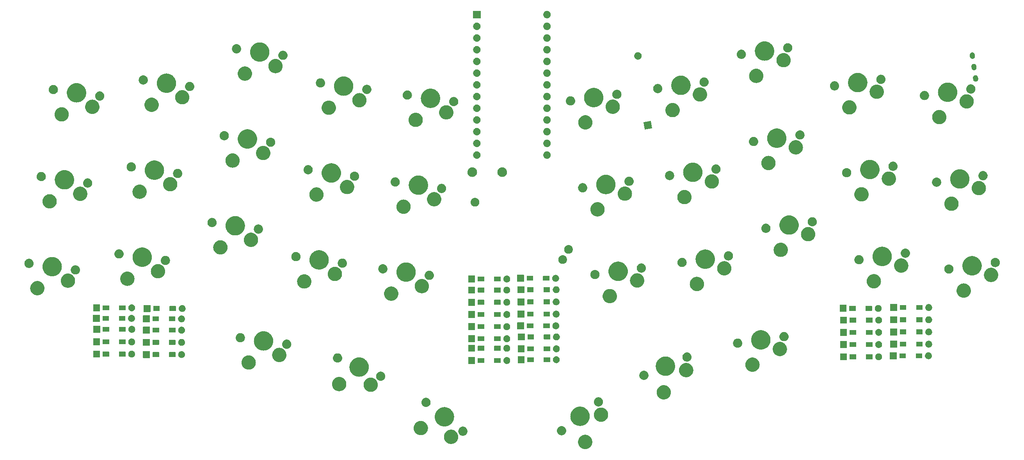
<source format=gbr>
G04 #@! TF.GenerationSoftware,KiCad,Pcbnew,7.0.8*
G04 #@! TF.CreationDate,2023-11-03T07:49:20+09:00*
G04 #@! TF.ProjectId,cool536lcble,636f6f6c-3533-4366-9c63-626c652e6b69,rev?*
G04 #@! TF.SameCoordinates,Original*
G04 #@! TF.FileFunction,Soldermask,Top*
G04 #@! TF.FilePolarity,Negative*
%FSLAX46Y46*%
G04 Gerber Fmt 4.6, Leading zero omitted, Abs format (unit mm)*
G04 Created by KiCad (PCBNEW 7.0.8) date 2023-11-03 07:49:20*
%MOMM*%
%LPD*%
G01*
G04 APERTURE LIST*
G04 APERTURE END LIST*
G36*
X171945245Y-247727173D02*
G01*
X172001582Y-247727173D01*
X172063139Y-247736451D01*
X172128332Y-247741582D01*
X172180883Y-247754198D01*
X172230752Y-247761715D01*
X172295917Y-247781815D01*
X172364987Y-247798398D01*
X172409645Y-247816896D01*
X172452221Y-247830029D01*
X172519067Y-247862220D01*
X172589841Y-247891536D01*
X172626168Y-247913797D01*
X172661024Y-247930583D01*
X172727322Y-247975784D01*
X172797357Y-248018702D01*
X172825402Y-248042654D01*
X172852515Y-248061140D01*
X172915821Y-248119879D01*
X172982425Y-248176764D01*
X173002648Y-248200443D01*
X173022408Y-248218777D01*
X173080180Y-248291221D01*
X173140487Y-248361832D01*
X173153750Y-248383475D01*
X173166908Y-248399975D01*
X173216536Y-248485934D01*
X173267653Y-248569348D01*
X173275160Y-248587471D01*
X173282790Y-248600687D01*
X173321696Y-248699818D01*
X173360791Y-248794202D01*
X173364024Y-248807671D01*
X173367459Y-248816422D01*
X173393175Y-248929091D01*
X173417607Y-249030857D01*
X173418240Y-249038910D01*
X173419032Y-249042377D01*
X173429358Y-249180179D01*
X173436702Y-249273487D01*
X173429358Y-249366802D01*
X173419032Y-249504596D01*
X173418240Y-249508061D01*
X173417607Y-249516117D01*
X173393170Y-249617901D01*
X173367459Y-249730551D01*
X173364025Y-249739299D01*
X173360791Y-249752772D01*
X173321688Y-249847173D01*
X173282790Y-249946286D01*
X173275161Y-249959498D01*
X173267653Y-249977626D01*
X173216526Y-250061056D01*
X173166908Y-250146998D01*
X173153752Y-250163494D01*
X173140487Y-250185142D01*
X173080168Y-250255766D01*
X173022408Y-250328196D01*
X173002653Y-250346525D01*
X172982425Y-250370210D01*
X172915807Y-250427105D01*
X172852515Y-250485833D01*
X172825408Y-250504314D01*
X172797357Y-250528272D01*
X172727308Y-250571197D01*
X172661024Y-250616390D01*
X172626176Y-250633171D01*
X172589841Y-250655438D01*
X172519052Y-250684759D01*
X172452221Y-250716944D01*
X172409654Y-250730073D01*
X172364987Y-250748576D01*
X172295902Y-250765161D01*
X172230752Y-250785258D01*
X172180891Y-250792773D01*
X172128332Y-250805392D01*
X172063135Y-250810522D01*
X172001582Y-250819801D01*
X171945245Y-250819801D01*
X171885702Y-250824487D01*
X171826159Y-250819801D01*
X171769822Y-250819801D01*
X171708267Y-250810522D01*
X171643072Y-250805392D01*
X171590513Y-250792773D01*
X171540651Y-250785258D01*
X171475498Y-250765160D01*
X171406417Y-250748576D01*
X171361749Y-250730074D01*
X171319183Y-250716944D01*
X171252348Y-250684758D01*
X171181563Y-250655438D01*
X171145230Y-250633173D01*
X171110377Y-250616389D01*
X171044079Y-250571187D01*
X170974047Y-250528272D01*
X170946003Y-250504320D01*
X170918890Y-250485835D01*
X170855582Y-250427094D01*
X170788979Y-250370210D01*
X170768754Y-250346530D01*
X170748995Y-250328196D01*
X170691220Y-250255748D01*
X170630917Y-250185142D01*
X170617654Y-250163499D01*
X170604495Y-250146998D01*
X170554859Y-250061027D01*
X170503751Y-249977626D01*
X170496244Y-249959504D01*
X170488613Y-249946286D01*
X170449696Y-249847127D01*
X170410613Y-249752772D01*
X170407380Y-249739306D01*
X170403944Y-249730551D01*
X170378213Y-249617816D01*
X170353797Y-249516117D01*
X170353163Y-249508068D01*
X170352371Y-249504596D01*
X170342025Y-249366537D01*
X170334702Y-249273487D01*
X170342024Y-249180444D01*
X170352371Y-249042377D01*
X170353163Y-249038903D01*
X170353797Y-249030857D01*
X170378208Y-248929176D01*
X170403944Y-248816422D01*
X170407380Y-248807665D01*
X170410613Y-248794202D01*
X170449688Y-248699864D01*
X170488613Y-248600687D01*
X170496246Y-248587465D01*
X170503751Y-248569348D01*
X170554849Y-248485962D01*
X170604495Y-248399975D01*
X170617657Y-248383470D01*
X170630917Y-248361832D01*
X170691208Y-248291239D01*
X170748995Y-248218777D01*
X170768758Y-248200438D01*
X170788979Y-248176764D01*
X170855568Y-248119891D01*
X170918890Y-248061138D01*
X170946009Y-248042648D01*
X170974047Y-248018702D01*
X171044064Y-247975795D01*
X171110377Y-247930584D01*
X171145238Y-247913795D01*
X171181563Y-247891536D01*
X171252334Y-247862221D01*
X171319183Y-247830029D01*
X171361759Y-247816895D01*
X171406417Y-247798398D01*
X171475483Y-247781816D01*
X171540651Y-247761715D01*
X171590522Y-247754198D01*
X171643072Y-247741582D01*
X171708263Y-247736451D01*
X171769822Y-247727173D01*
X171826159Y-247727173D01*
X171885702Y-247722487D01*
X171945245Y-247727173D01*
G37*
G36*
X142845728Y-246619542D02*
G01*
X142902065Y-246619542D01*
X142963622Y-246628820D01*
X143028815Y-246633951D01*
X143081366Y-246646567D01*
X143131235Y-246654084D01*
X143196400Y-246674184D01*
X143265470Y-246690767D01*
X143310128Y-246709265D01*
X143352704Y-246722398D01*
X143419550Y-246754589D01*
X143490324Y-246783905D01*
X143526651Y-246806166D01*
X143561507Y-246822952D01*
X143627805Y-246868153D01*
X143697840Y-246911071D01*
X143725885Y-246935023D01*
X143752998Y-246953509D01*
X143816304Y-247012248D01*
X143882908Y-247069133D01*
X143903131Y-247092812D01*
X143922891Y-247111146D01*
X143980663Y-247183590D01*
X144040970Y-247254201D01*
X144054233Y-247275844D01*
X144067391Y-247292344D01*
X144117019Y-247378303D01*
X144168136Y-247461717D01*
X144175643Y-247479840D01*
X144183273Y-247493056D01*
X144222179Y-247592187D01*
X144261274Y-247686571D01*
X144264507Y-247700040D01*
X144267942Y-247708791D01*
X144293658Y-247821460D01*
X144318090Y-247923226D01*
X144318723Y-247931279D01*
X144319515Y-247934746D01*
X144329841Y-248072548D01*
X144337185Y-248165856D01*
X144329841Y-248259171D01*
X144319515Y-248396965D01*
X144318723Y-248400430D01*
X144318090Y-248408486D01*
X144293653Y-248510270D01*
X144267942Y-248622920D01*
X144264508Y-248631668D01*
X144261274Y-248645141D01*
X144222171Y-248739542D01*
X144183273Y-248838655D01*
X144175644Y-248851867D01*
X144168136Y-248869995D01*
X144117009Y-248953425D01*
X144067391Y-249039367D01*
X144054235Y-249055863D01*
X144040970Y-249077511D01*
X143980651Y-249148135D01*
X143922891Y-249220565D01*
X143903136Y-249238894D01*
X143882908Y-249262579D01*
X143816290Y-249319474D01*
X143752998Y-249378202D01*
X143725891Y-249396683D01*
X143697840Y-249420641D01*
X143627791Y-249463566D01*
X143561507Y-249508759D01*
X143526659Y-249525540D01*
X143490324Y-249547807D01*
X143419535Y-249577128D01*
X143352704Y-249609313D01*
X143310137Y-249622442D01*
X143265470Y-249640945D01*
X143196385Y-249657530D01*
X143131235Y-249677627D01*
X143081374Y-249685142D01*
X143028815Y-249697761D01*
X142963618Y-249702891D01*
X142902065Y-249712170D01*
X142845728Y-249712170D01*
X142786185Y-249716856D01*
X142726642Y-249712170D01*
X142670305Y-249712170D01*
X142608750Y-249702891D01*
X142543555Y-249697761D01*
X142490996Y-249685142D01*
X142441134Y-249677627D01*
X142375981Y-249657529D01*
X142306900Y-249640945D01*
X142262232Y-249622443D01*
X142219666Y-249609313D01*
X142152831Y-249577127D01*
X142082046Y-249547807D01*
X142045713Y-249525542D01*
X142010860Y-249508758D01*
X141944562Y-249463556D01*
X141874530Y-249420641D01*
X141846486Y-249396689D01*
X141819373Y-249378204D01*
X141756065Y-249319463D01*
X141689462Y-249262579D01*
X141669237Y-249238899D01*
X141649478Y-249220565D01*
X141591703Y-249148117D01*
X141531400Y-249077511D01*
X141518137Y-249055868D01*
X141504978Y-249039367D01*
X141455342Y-248953396D01*
X141404234Y-248869995D01*
X141396727Y-248851873D01*
X141389096Y-248838655D01*
X141350179Y-248739496D01*
X141311096Y-248645141D01*
X141307863Y-248631675D01*
X141304427Y-248622920D01*
X141278696Y-248510185D01*
X141254280Y-248408486D01*
X141253646Y-248400437D01*
X141252854Y-248396965D01*
X141242508Y-248258906D01*
X141235185Y-248165856D01*
X141242507Y-248072813D01*
X141252854Y-247934746D01*
X141253646Y-247931272D01*
X141254280Y-247923226D01*
X141278691Y-247821545D01*
X141304427Y-247708791D01*
X141307863Y-247700034D01*
X141311096Y-247686571D01*
X141350171Y-247592233D01*
X141389096Y-247493056D01*
X141396729Y-247479834D01*
X141404234Y-247461717D01*
X141455332Y-247378331D01*
X141504978Y-247292344D01*
X141518140Y-247275839D01*
X141531400Y-247254201D01*
X141591691Y-247183608D01*
X141649478Y-247111146D01*
X141669241Y-247092807D01*
X141689462Y-247069133D01*
X141756051Y-247012260D01*
X141819373Y-246953507D01*
X141846492Y-246935017D01*
X141874530Y-246911071D01*
X141944547Y-246868164D01*
X142010860Y-246822953D01*
X142045721Y-246806164D01*
X142082046Y-246783905D01*
X142152817Y-246754590D01*
X142219666Y-246722398D01*
X142262242Y-246709264D01*
X142306900Y-246690767D01*
X142375966Y-246674185D01*
X142441134Y-246654084D01*
X142491005Y-246646567D01*
X142543555Y-246633951D01*
X142608746Y-246628820D01*
X142670305Y-246619542D01*
X142726642Y-246619542D01*
X142786185Y-246614856D01*
X142845728Y-246619542D01*
G37*
G36*
X145399504Y-245950001D02*
G01*
X145443048Y-245950001D01*
X145491540Y-245959065D01*
X145546024Y-245964432D01*
X145587414Y-245976987D01*
X145624531Y-245983926D01*
X145675938Y-246003841D01*
X145733805Y-246021395D01*
X145766868Y-246039067D01*
X145796686Y-246050619D01*
X145848494Y-246082697D01*
X145906865Y-246113897D01*
X145931390Y-246134024D01*
X145953653Y-246147809D01*
X146002978Y-246192775D01*
X146058553Y-246238384D01*
X146075022Y-246258451D01*
X146090089Y-246272187D01*
X146133833Y-246330113D01*
X146183040Y-246390072D01*
X146192554Y-246407871D01*
X146201349Y-246419518D01*
X146236341Y-246489793D01*
X146275542Y-246563132D01*
X146279722Y-246576914D01*
X146283645Y-246584791D01*
X146306813Y-246666219D01*
X146332505Y-246750913D01*
X146333349Y-246759482D01*
X146334168Y-246762361D01*
X146342681Y-246854233D01*
X146351739Y-246946198D01*
X146342680Y-247038170D01*
X146334168Y-247130034D01*
X146333349Y-247132911D01*
X146332505Y-247141483D01*
X146306808Y-247226191D01*
X146283645Y-247307604D01*
X146279723Y-247315479D01*
X146275542Y-247329264D01*
X146236334Y-247402616D01*
X146201349Y-247472877D01*
X146192555Y-247484520D01*
X146183040Y-247502324D01*
X146133823Y-247562294D01*
X146090089Y-247620208D01*
X146075025Y-247633940D01*
X146058553Y-247654012D01*
X146002967Y-247699629D01*
X145953653Y-247744586D01*
X145931395Y-247758367D01*
X145906865Y-247778499D01*
X145848482Y-247809705D01*
X145796686Y-247841776D01*
X145766875Y-247853324D01*
X145733805Y-247871001D01*
X145675926Y-247888558D01*
X145624531Y-247908469D01*
X145587421Y-247915406D01*
X145546024Y-247927964D01*
X145491537Y-247933330D01*
X145443048Y-247942395D01*
X145399504Y-247942395D01*
X145350739Y-247947198D01*
X145301974Y-247942395D01*
X145258430Y-247942395D01*
X145209939Y-247933330D01*
X145155454Y-247927964D01*
X145114057Y-247915406D01*
X145076946Y-247908469D01*
X145025546Y-247888556D01*
X144967673Y-247871001D01*
X144934605Y-247853326D01*
X144904791Y-247841776D01*
X144852988Y-247809701D01*
X144794613Y-247778499D01*
X144770085Y-247758369D01*
X144747824Y-247744586D01*
X144698500Y-247699621D01*
X144642925Y-247654012D01*
X144626455Y-247633943D01*
X144611388Y-247620208D01*
X144567641Y-247562278D01*
X144518438Y-247502324D01*
X144508924Y-247484525D01*
X144500128Y-247472877D01*
X144465128Y-247402588D01*
X144425936Y-247329264D01*
X144421756Y-247315484D01*
X144417832Y-247307604D01*
X144394653Y-247226138D01*
X144368973Y-247141483D01*
X144368129Y-247132917D01*
X144367309Y-247130034D01*
X144358780Y-247037998D01*
X144349739Y-246946198D01*
X144358779Y-246854405D01*
X144367309Y-246762361D01*
X144368129Y-246759477D01*
X144368973Y-246750913D01*
X144394648Y-246666272D01*
X144417832Y-246584791D01*
X144421756Y-246576908D01*
X144425936Y-246563132D01*
X144465121Y-246489820D01*
X144500128Y-246419518D01*
X144508926Y-246407867D01*
X144518438Y-246390072D01*
X144567632Y-246330128D01*
X144611388Y-246272187D01*
X144626458Y-246258448D01*
X144642925Y-246238384D01*
X144698489Y-246192783D01*
X144747824Y-246147809D01*
X144770090Y-246134022D01*
X144794613Y-246113897D01*
X144852976Y-246082701D01*
X144904791Y-246050619D01*
X144934612Y-246039066D01*
X144967673Y-246021395D01*
X145025534Y-246003842D01*
X145076946Y-245983926D01*
X145114064Y-245976987D01*
X145155454Y-245964432D01*
X145209936Y-245959065D01*
X145258430Y-245950001D01*
X145301974Y-245950001D01*
X145350739Y-245945198D01*
X145399504Y-245950001D01*
G37*
G36*
X166805359Y-245837975D02*
G01*
X166848903Y-245837975D01*
X166897395Y-245847039D01*
X166951879Y-245852406D01*
X166993269Y-245864961D01*
X167030386Y-245871900D01*
X167081793Y-245891815D01*
X167139660Y-245909369D01*
X167172723Y-245927041D01*
X167202541Y-245938593D01*
X167254349Y-245970671D01*
X167312720Y-246001871D01*
X167337245Y-246021998D01*
X167359508Y-246035783D01*
X167408833Y-246080749D01*
X167464408Y-246126358D01*
X167480877Y-246146425D01*
X167495944Y-246160161D01*
X167539688Y-246218087D01*
X167588895Y-246278046D01*
X167598409Y-246295845D01*
X167607204Y-246307492D01*
X167642196Y-246377767D01*
X167681397Y-246451106D01*
X167685577Y-246464888D01*
X167689500Y-246472765D01*
X167712668Y-246554193D01*
X167738360Y-246638887D01*
X167739204Y-246647456D01*
X167740023Y-246650335D01*
X167748536Y-246742207D01*
X167757594Y-246834172D01*
X167748535Y-246926144D01*
X167740023Y-247018008D01*
X167739204Y-247020885D01*
X167738360Y-247029457D01*
X167712663Y-247114165D01*
X167689500Y-247195578D01*
X167685578Y-247203453D01*
X167681397Y-247217238D01*
X167642189Y-247290590D01*
X167607204Y-247360851D01*
X167598410Y-247372494D01*
X167588895Y-247390298D01*
X167539678Y-247450268D01*
X167495944Y-247508182D01*
X167480880Y-247521914D01*
X167464408Y-247541986D01*
X167408822Y-247587603D01*
X167359508Y-247632560D01*
X167337250Y-247646341D01*
X167312720Y-247666473D01*
X167254337Y-247697679D01*
X167202541Y-247729750D01*
X167172730Y-247741298D01*
X167139660Y-247758975D01*
X167081781Y-247776532D01*
X167030386Y-247796443D01*
X166993276Y-247803380D01*
X166951879Y-247815938D01*
X166897392Y-247821304D01*
X166848903Y-247830369D01*
X166805359Y-247830369D01*
X166756594Y-247835172D01*
X166707829Y-247830369D01*
X166664285Y-247830369D01*
X166615794Y-247821304D01*
X166561309Y-247815938D01*
X166519912Y-247803380D01*
X166482801Y-247796443D01*
X166431401Y-247776530D01*
X166373528Y-247758975D01*
X166340460Y-247741300D01*
X166310646Y-247729750D01*
X166258843Y-247697675D01*
X166200468Y-247666473D01*
X166175940Y-247646343D01*
X166153679Y-247632560D01*
X166104355Y-247587595D01*
X166048780Y-247541986D01*
X166032310Y-247521917D01*
X166017243Y-247508182D01*
X165973496Y-247450252D01*
X165924293Y-247390298D01*
X165914779Y-247372499D01*
X165905983Y-247360851D01*
X165870983Y-247290562D01*
X165831791Y-247217238D01*
X165827611Y-247203458D01*
X165823687Y-247195578D01*
X165800508Y-247114112D01*
X165774828Y-247029457D01*
X165773984Y-247020891D01*
X165773164Y-247018008D01*
X165764635Y-246925972D01*
X165755594Y-246834172D01*
X165764634Y-246742379D01*
X165773164Y-246650335D01*
X165773984Y-246647451D01*
X165774828Y-246638887D01*
X165800503Y-246554246D01*
X165823687Y-246472765D01*
X165827611Y-246464882D01*
X165831791Y-246451106D01*
X165870976Y-246377794D01*
X165905983Y-246307492D01*
X165914781Y-246295841D01*
X165924293Y-246278046D01*
X165973487Y-246218102D01*
X166017243Y-246160161D01*
X166032313Y-246146422D01*
X166048780Y-246126358D01*
X166104344Y-246080757D01*
X166153679Y-246035783D01*
X166175945Y-246021996D01*
X166200468Y-246001871D01*
X166258831Y-245970675D01*
X166310646Y-245938593D01*
X166340467Y-245927040D01*
X166373528Y-245909369D01*
X166431389Y-245891816D01*
X166482801Y-245871900D01*
X166519919Y-245864961D01*
X166561309Y-245852406D01*
X166615791Y-245847039D01*
X166664285Y-245837975D01*
X166707829Y-245837975D01*
X166756594Y-245833172D01*
X166805359Y-245837975D01*
G37*
G36*
X136278079Y-244711638D02*
G01*
X136334416Y-244711638D01*
X136395973Y-244720916D01*
X136461166Y-244726047D01*
X136513717Y-244738663D01*
X136563586Y-244746180D01*
X136628751Y-244766280D01*
X136697821Y-244782863D01*
X136742479Y-244801361D01*
X136785055Y-244814494D01*
X136851901Y-244846685D01*
X136922675Y-244876001D01*
X136959002Y-244898262D01*
X136993858Y-244915048D01*
X137060156Y-244960249D01*
X137130191Y-245003167D01*
X137158236Y-245027119D01*
X137185349Y-245045605D01*
X137248655Y-245104344D01*
X137315259Y-245161229D01*
X137335482Y-245184908D01*
X137355242Y-245203242D01*
X137413014Y-245275686D01*
X137473321Y-245346297D01*
X137486584Y-245367940D01*
X137499742Y-245384440D01*
X137549370Y-245470399D01*
X137600487Y-245553813D01*
X137607994Y-245571936D01*
X137615624Y-245585152D01*
X137654530Y-245684283D01*
X137693625Y-245778667D01*
X137696858Y-245792136D01*
X137700293Y-245800887D01*
X137726009Y-245913556D01*
X137750441Y-246015322D01*
X137751074Y-246023375D01*
X137751866Y-246026842D01*
X137762192Y-246164644D01*
X137769536Y-246257952D01*
X137762192Y-246351267D01*
X137751866Y-246489061D01*
X137751074Y-246492526D01*
X137750441Y-246500582D01*
X137726004Y-246602366D01*
X137700293Y-246715016D01*
X137696859Y-246723764D01*
X137693625Y-246737237D01*
X137654522Y-246831638D01*
X137615624Y-246930751D01*
X137607995Y-246943963D01*
X137600487Y-246962091D01*
X137549360Y-247045521D01*
X137499742Y-247131463D01*
X137486586Y-247147959D01*
X137473321Y-247169607D01*
X137413002Y-247240231D01*
X137355242Y-247312661D01*
X137335487Y-247330990D01*
X137315259Y-247354675D01*
X137248641Y-247411570D01*
X137185349Y-247470298D01*
X137158242Y-247488779D01*
X137130191Y-247512737D01*
X137060142Y-247555662D01*
X136993858Y-247600855D01*
X136959010Y-247617636D01*
X136922675Y-247639903D01*
X136851886Y-247669224D01*
X136785055Y-247701409D01*
X136742488Y-247714538D01*
X136697821Y-247733041D01*
X136628736Y-247749626D01*
X136563586Y-247769723D01*
X136513725Y-247777238D01*
X136461166Y-247789857D01*
X136395969Y-247794987D01*
X136334416Y-247804266D01*
X136278079Y-247804266D01*
X136218536Y-247808952D01*
X136158993Y-247804266D01*
X136102656Y-247804266D01*
X136041101Y-247794987D01*
X135975906Y-247789857D01*
X135923347Y-247777238D01*
X135873485Y-247769723D01*
X135808332Y-247749625D01*
X135739251Y-247733041D01*
X135694583Y-247714539D01*
X135652017Y-247701409D01*
X135585182Y-247669223D01*
X135514397Y-247639903D01*
X135478064Y-247617638D01*
X135443211Y-247600854D01*
X135376913Y-247555652D01*
X135306881Y-247512737D01*
X135278837Y-247488785D01*
X135251724Y-247470300D01*
X135188416Y-247411559D01*
X135121813Y-247354675D01*
X135101588Y-247330995D01*
X135081829Y-247312661D01*
X135024054Y-247240213D01*
X134963751Y-247169607D01*
X134950488Y-247147964D01*
X134937329Y-247131463D01*
X134887693Y-247045492D01*
X134836585Y-246962091D01*
X134829078Y-246943969D01*
X134821447Y-246930751D01*
X134782530Y-246831592D01*
X134743447Y-246737237D01*
X134740214Y-246723771D01*
X134736778Y-246715016D01*
X134711047Y-246602281D01*
X134686631Y-246500582D01*
X134685997Y-246492533D01*
X134685205Y-246489061D01*
X134674859Y-246351002D01*
X134667536Y-246257952D01*
X134674858Y-246164909D01*
X134685205Y-246026842D01*
X134685997Y-246023368D01*
X134686631Y-246015322D01*
X134711042Y-245913641D01*
X134736778Y-245800887D01*
X134740214Y-245792130D01*
X134743447Y-245778667D01*
X134782522Y-245684329D01*
X134821447Y-245585152D01*
X134829080Y-245571930D01*
X134836585Y-245553813D01*
X134887683Y-245470427D01*
X134937329Y-245384440D01*
X134950491Y-245367935D01*
X134963751Y-245346297D01*
X135024042Y-245275704D01*
X135081829Y-245203242D01*
X135101592Y-245184903D01*
X135121813Y-245161229D01*
X135188402Y-245104356D01*
X135251724Y-245045603D01*
X135278843Y-245027113D01*
X135306881Y-245003167D01*
X135376898Y-244960260D01*
X135443211Y-244915049D01*
X135478072Y-244898260D01*
X135514397Y-244876001D01*
X135585168Y-244846686D01*
X135652017Y-244814494D01*
X135694593Y-244801360D01*
X135739251Y-244782863D01*
X135808317Y-244766281D01*
X135873485Y-244746180D01*
X135923356Y-244738663D01*
X135975906Y-244726047D01*
X136041097Y-244720916D01*
X136102656Y-244711638D01*
X136158993Y-244711638D01*
X136218536Y-244706952D01*
X136278079Y-244711638D01*
G37*
G36*
X141418295Y-241722536D02*
G01*
X141491021Y-241722536D01*
X141557323Y-241731648D01*
X141621842Y-241735878D01*
X141697313Y-241750889D01*
X141775105Y-241761582D01*
X141833929Y-241778064D01*
X141891353Y-241789486D01*
X141970105Y-241816218D01*
X142051226Y-241838948D01*
X142101885Y-241860952D01*
X142151561Y-241877815D01*
X142231761Y-241917365D01*
X142314241Y-241953191D01*
X142356411Y-241978835D01*
X142398005Y-241999347D01*
X142477619Y-242052543D01*
X142559249Y-242102184D01*
X142592975Y-242129622D01*
X142626488Y-242152015D01*
X142703316Y-242219391D01*
X142781688Y-242283152D01*
X142807338Y-242310616D01*
X142833085Y-242333196D01*
X142904820Y-242414994D01*
X142977413Y-242492722D01*
X142995677Y-242518597D01*
X143014266Y-242539793D01*
X143078543Y-242635990D01*
X143142779Y-242726992D01*
X143154628Y-242749860D01*
X143166932Y-242768274D01*
X143221388Y-242878701D01*
X143274705Y-242981597D01*
X143281345Y-243000282D01*
X143288467Y-243014723D01*
X143330817Y-243139482D01*
X143370733Y-243251795D01*
X143373559Y-243265396D01*
X143376795Y-243274928D01*
X143404859Y-243416022D01*
X143429075Y-243532552D01*
X143429618Y-243540493D01*
X143430403Y-243544439D01*
X143442223Y-243724774D01*
X143448644Y-243818638D01*
X143442222Y-243912508D01*
X143430403Y-244092836D01*
X143429618Y-244096780D01*
X143429075Y-244104724D01*
X143404855Y-244221275D01*
X143376795Y-244362347D01*
X143373559Y-244371877D01*
X143370733Y-244385481D01*
X143330809Y-244497814D01*
X143288466Y-244622555D01*
X143281345Y-244636993D01*
X143274705Y-244655679D01*
X143221394Y-244758562D01*
X143166934Y-244868999D01*
X143154628Y-244887414D01*
X143142779Y-244910284D01*
X143078535Y-245001295D01*
X143014266Y-245097482D01*
X142995681Y-245118673D01*
X142977413Y-245144554D01*
X142904806Y-245222296D01*
X142833085Y-245304079D01*
X142807343Y-245326653D01*
X142781688Y-245354124D01*
X142703300Y-245417896D01*
X142626488Y-245485260D01*
X142592982Y-245507647D01*
X142559249Y-245535092D01*
X142477602Y-245584742D01*
X142398005Y-245637928D01*
X142356419Y-245658435D01*
X142314241Y-245684085D01*
X142231744Y-245719918D01*
X142151561Y-245759460D01*
X142101895Y-245776319D01*
X142051226Y-245798328D01*
X141970088Y-245821061D01*
X141891353Y-245847789D01*
X141833942Y-245859208D01*
X141775105Y-245875694D01*
X141697297Y-245886388D01*
X141621842Y-245901397D01*
X141557337Y-245905625D01*
X141491021Y-245914740D01*
X141418280Y-245914740D01*
X141347644Y-245919370D01*
X141277008Y-245914740D01*
X141204267Y-245914740D01*
X141137951Y-245905625D01*
X141073445Y-245901397D01*
X140997987Y-245886387D01*
X140920183Y-245875694D01*
X140861348Y-245859209D01*
X140803934Y-245847789D01*
X140725193Y-245821060D01*
X140644062Y-245798328D01*
X140593395Y-245776320D01*
X140543726Y-245759460D01*
X140463535Y-245719914D01*
X140381047Y-245684085D01*
X140338872Y-245658437D01*
X140297282Y-245637928D01*
X140217674Y-245584735D01*
X140136039Y-245535092D01*
X140102310Y-245507651D01*
X140068799Y-245485260D01*
X139991973Y-245417885D01*
X139913600Y-245354124D01*
X139887949Y-245326658D01*
X139862202Y-245304079D01*
X139790465Y-245222279D01*
X139717875Y-245144554D01*
X139699610Y-245118679D01*
X139681021Y-245097482D01*
X139616733Y-245001269D01*
X139552509Y-244910284D01*
X139540662Y-244887421D01*
X139528353Y-244868999D01*
X139473872Y-244758522D01*
X139420583Y-244655679D01*
X139413944Y-244637000D01*
X139406821Y-244622555D01*
X139364455Y-244497751D01*
X139324555Y-244385481D01*
X139321729Y-244371884D01*
X139318492Y-244362347D01*
X139290409Y-244221163D01*
X139266213Y-244104724D01*
X139265670Y-244096788D01*
X139264884Y-244092836D01*
X139253041Y-243912158D01*
X139246644Y-243818638D01*
X139253040Y-243725125D01*
X139264884Y-243544439D01*
X139265670Y-243540485D01*
X139266213Y-243532552D01*
X139290404Y-243416134D01*
X139318492Y-243274928D01*
X139321730Y-243265388D01*
X139324555Y-243251795D01*
X139364448Y-243139545D01*
X139406820Y-243014723D01*
X139413944Y-243000275D01*
X139420583Y-242981597D01*
X139473878Y-242878741D01*
X139528355Y-242768274D01*
X139540662Y-242749854D01*
X139552509Y-242726992D01*
X139616726Y-242636017D01*
X139681021Y-242539793D01*
X139699614Y-242518591D01*
X139717875Y-242492722D01*
X139790451Y-242415012D01*
X139862202Y-242333196D01*
X139887954Y-242310611D01*
X139913600Y-242283152D01*
X139991957Y-242219403D01*
X140068799Y-242152015D01*
X140102316Y-242129619D01*
X140136039Y-242102184D01*
X140217664Y-242052546D01*
X140297280Y-241999349D01*
X140338872Y-241978837D01*
X140381047Y-241953191D01*
X140463529Y-241917364D01*
X140543729Y-241877814D01*
X140593406Y-241860950D01*
X140644062Y-241838948D01*
X140725177Y-241816220D01*
X140803934Y-241789486D01*
X140861360Y-241778063D01*
X140920183Y-241761582D01*
X140997971Y-241750890D01*
X141073445Y-241735878D01*
X141137965Y-241731648D01*
X141204267Y-241722536D01*
X141276993Y-241722536D01*
X141347644Y-241717905D01*
X141418295Y-241722536D01*
G37*
G36*
X170830340Y-241610510D02*
G01*
X170903066Y-241610510D01*
X170969368Y-241619622D01*
X171033887Y-241623852D01*
X171109358Y-241638863D01*
X171187150Y-241649556D01*
X171245974Y-241666038D01*
X171303398Y-241677460D01*
X171382150Y-241704192D01*
X171463271Y-241726922D01*
X171513930Y-241748926D01*
X171563606Y-241765789D01*
X171643806Y-241805339D01*
X171726286Y-241841165D01*
X171768456Y-241866809D01*
X171810050Y-241887321D01*
X171889664Y-241940517D01*
X171971294Y-241990158D01*
X172005020Y-242017596D01*
X172038533Y-242039989D01*
X172115361Y-242107365D01*
X172193733Y-242171126D01*
X172219383Y-242198590D01*
X172245130Y-242221170D01*
X172316865Y-242302968D01*
X172389458Y-242380696D01*
X172407722Y-242406571D01*
X172426311Y-242427767D01*
X172490588Y-242523964D01*
X172554824Y-242614966D01*
X172566673Y-242637834D01*
X172578977Y-242656248D01*
X172633433Y-242766675D01*
X172686750Y-242869571D01*
X172693390Y-242888256D01*
X172700512Y-242902697D01*
X172742862Y-243027456D01*
X172782778Y-243139769D01*
X172785604Y-243153370D01*
X172788840Y-243162902D01*
X172816904Y-243303996D01*
X172841120Y-243420526D01*
X172841663Y-243428467D01*
X172842448Y-243432413D01*
X172854268Y-243612748D01*
X172860689Y-243706612D01*
X172854267Y-243800482D01*
X172842448Y-243980810D01*
X172841663Y-243984754D01*
X172841120Y-243992698D01*
X172816900Y-244109249D01*
X172788840Y-244250321D01*
X172785604Y-244259851D01*
X172782778Y-244273455D01*
X172742854Y-244385788D01*
X172700511Y-244510529D01*
X172693390Y-244524967D01*
X172686750Y-244543653D01*
X172633439Y-244646536D01*
X172578979Y-244756973D01*
X172566673Y-244775388D01*
X172554824Y-244798258D01*
X172490580Y-244889269D01*
X172426311Y-244985456D01*
X172407726Y-245006647D01*
X172389458Y-245032528D01*
X172316851Y-245110270D01*
X172245130Y-245192053D01*
X172219388Y-245214627D01*
X172193733Y-245242098D01*
X172115345Y-245305870D01*
X172038533Y-245373234D01*
X172005027Y-245395621D01*
X171971294Y-245423066D01*
X171889647Y-245472716D01*
X171810050Y-245525902D01*
X171768464Y-245546409D01*
X171726286Y-245572059D01*
X171643789Y-245607892D01*
X171563606Y-245647434D01*
X171513940Y-245664293D01*
X171463271Y-245686302D01*
X171382133Y-245709035D01*
X171303398Y-245735763D01*
X171245987Y-245747182D01*
X171187150Y-245763668D01*
X171109342Y-245774362D01*
X171033887Y-245789371D01*
X170969382Y-245793599D01*
X170903066Y-245802714D01*
X170830325Y-245802714D01*
X170759689Y-245807344D01*
X170689053Y-245802714D01*
X170616312Y-245802714D01*
X170549996Y-245793599D01*
X170485490Y-245789371D01*
X170410032Y-245774361D01*
X170332228Y-245763668D01*
X170273393Y-245747183D01*
X170215979Y-245735763D01*
X170137238Y-245709034D01*
X170056107Y-245686302D01*
X170005440Y-245664294D01*
X169955771Y-245647434D01*
X169875580Y-245607888D01*
X169793092Y-245572059D01*
X169750917Y-245546411D01*
X169709327Y-245525902D01*
X169629719Y-245472709D01*
X169548084Y-245423066D01*
X169514355Y-245395625D01*
X169480844Y-245373234D01*
X169404018Y-245305859D01*
X169325645Y-245242098D01*
X169299994Y-245214632D01*
X169274247Y-245192053D01*
X169202510Y-245110253D01*
X169129920Y-245032528D01*
X169111655Y-245006653D01*
X169093066Y-244985456D01*
X169028778Y-244889243D01*
X168964554Y-244798258D01*
X168952707Y-244775395D01*
X168940398Y-244756973D01*
X168885917Y-244646496D01*
X168832628Y-244543653D01*
X168825989Y-244524974D01*
X168818866Y-244510529D01*
X168776500Y-244385725D01*
X168736600Y-244273455D01*
X168733774Y-244259858D01*
X168730537Y-244250321D01*
X168702454Y-244109137D01*
X168678258Y-243992698D01*
X168677715Y-243984762D01*
X168676929Y-243980810D01*
X168665086Y-243800132D01*
X168658689Y-243706612D01*
X168665085Y-243613099D01*
X168676929Y-243432413D01*
X168677715Y-243428459D01*
X168678258Y-243420526D01*
X168702449Y-243304108D01*
X168730537Y-243162902D01*
X168733775Y-243153362D01*
X168736600Y-243139769D01*
X168776493Y-243027519D01*
X168818865Y-242902697D01*
X168825989Y-242888249D01*
X168832628Y-242869571D01*
X168885923Y-242766715D01*
X168940400Y-242656248D01*
X168952707Y-242637828D01*
X168964554Y-242614966D01*
X169028771Y-242523991D01*
X169093066Y-242427767D01*
X169111659Y-242406565D01*
X169129920Y-242380696D01*
X169202496Y-242302986D01*
X169274247Y-242221170D01*
X169299999Y-242198585D01*
X169325645Y-242171126D01*
X169404002Y-242107377D01*
X169480844Y-242039989D01*
X169514361Y-242017593D01*
X169548084Y-241990158D01*
X169629709Y-241940520D01*
X169709325Y-241887323D01*
X169750917Y-241866811D01*
X169793092Y-241841165D01*
X169875574Y-241805338D01*
X169955774Y-241765788D01*
X170005451Y-241748924D01*
X170056107Y-241726922D01*
X170137222Y-241704194D01*
X170215979Y-241677460D01*
X170273405Y-241666037D01*
X170332228Y-241649556D01*
X170410016Y-241638864D01*
X170485490Y-241623852D01*
X170550010Y-241619622D01*
X170616312Y-241610510D01*
X170689038Y-241610510D01*
X170759689Y-241605879D01*
X170830340Y-241610510D01*
G37*
G36*
X175385333Y-241816175D02*
G01*
X175441670Y-241816175D01*
X175503227Y-241825453D01*
X175568420Y-241830584D01*
X175620971Y-241843200D01*
X175670840Y-241850717D01*
X175736005Y-241870817D01*
X175805075Y-241887400D01*
X175849733Y-241905898D01*
X175892309Y-241919031D01*
X175959155Y-241951222D01*
X176029929Y-241980538D01*
X176066256Y-242002799D01*
X176101112Y-242019585D01*
X176167410Y-242064786D01*
X176237445Y-242107704D01*
X176265490Y-242131656D01*
X176292603Y-242150142D01*
X176355909Y-242208881D01*
X176422513Y-242265766D01*
X176442736Y-242289445D01*
X176462496Y-242307779D01*
X176520268Y-242380223D01*
X176580575Y-242450834D01*
X176593838Y-242472477D01*
X176606996Y-242488977D01*
X176656624Y-242574936D01*
X176707741Y-242658350D01*
X176715248Y-242676473D01*
X176722878Y-242689689D01*
X176761784Y-242788820D01*
X176800879Y-242883204D01*
X176804112Y-242896673D01*
X176807547Y-242905424D01*
X176833263Y-243018093D01*
X176857695Y-243119859D01*
X176858328Y-243127912D01*
X176859120Y-243131379D01*
X176869446Y-243269181D01*
X176876790Y-243362489D01*
X176869446Y-243455804D01*
X176859120Y-243593598D01*
X176858328Y-243597063D01*
X176857695Y-243605119D01*
X176833258Y-243706903D01*
X176807547Y-243819553D01*
X176804113Y-243828301D01*
X176800879Y-243841774D01*
X176761776Y-243936175D01*
X176722878Y-244035288D01*
X176715249Y-244048500D01*
X176707741Y-244066628D01*
X176656614Y-244150058D01*
X176606996Y-244236000D01*
X176593840Y-244252496D01*
X176580575Y-244274144D01*
X176520256Y-244344768D01*
X176462496Y-244417198D01*
X176442741Y-244435527D01*
X176422513Y-244459212D01*
X176355895Y-244516107D01*
X176292603Y-244574835D01*
X176265496Y-244593316D01*
X176237445Y-244617274D01*
X176167396Y-244660199D01*
X176101112Y-244705392D01*
X176066264Y-244722173D01*
X176029929Y-244744440D01*
X175959140Y-244773761D01*
X175892309Y-244805946D01*
X175849742Y-244819075D01*
X175805075Y-244837578D01*
X175735990Y-244854163D01*
X175670840Y-244874260D01*
X175620979Y-244881775D01*
X175568420Y-244894394D01*
X175503223Y-244899524D01*
X175441670Y-244908803D01*
X175385333Y-244908803D01*
X175325790Y-244913489D01*
X175266247Y-244908803D01*
X175209910Y-244908803D01*
X175148355Y-244899524D01*
X175083160Y-244894394D01*
X175030601Y-244881775D01*
X174980739Y-244874260D01*
X174915586Y-244854162D01*
X174846505Y-244837578D01*
X174801837Y-244819076D01*
X174759271Y-244805946D01*
X174692436Y-244773760D01*
X174621651Y-244744440D01*
X174585318Y-244722175D01*
X174550465Y-244705391D01*
X174484167Y-244660189D01*
X174414135Y-244617274D01*
X174386091Y-244593322D01*
X174358978Y-244574837D01*
X174295670Y-244516096D01*
X174229067Y-244459212D01*
X174208842Y-244435532D01*
X174189083Y-244417198D01*
X174131308Y-244344750D01*
X174071005Y-244274144D01*
X174057742Y-244252501D01*
X174044583Y-244236000D01*
X173994947Y-244150029D01*
X173943839Y-244066628D01*
X173936332Y-244048506D01*
X173928701Y-244035288D01*
X173889784Y-243936129D01*
X173850701Y-243841774D01*
X173847468Y-243828308D01*
X173844032Y-243819553D01*
X173818301Y-243706818D01*
X173793885Y-243605119D01*
X173793251Y-243597070D01*
X173792459Y-243593598D01*
X173782113Y-243455539D01*
X173774790Y-243362489D01*
X173782112Y-243269446D01*
X173792459Y-243131379D01*
X173793251Y-243127905D01*
X173793885Y-243119859D01*
X173818296Y-243018178D01*
X173844032Y-242905424D01*
X173847468Y-242896667D01*
X173850701Y-242883204D01*
X173889776Y-242788866D01*
X173928701Y-242689689D01*
X173936334Y-242676467D01*
X173943839Y-242658350D01*
X173994937Y-242574964D01*
X174044583Y-242488977D01*
X174057745Y-242472472D01*
X174071005Y-242450834D01*
X174131296Y-242380241D01*
X174189083Y-242307779D01*
X174208846Y-242289440D01*
X174229067Y-242265766D01*
X174295656Y-242208893D01*
X174358978Y-242150140D01*
X174386097Y-242131650D01*
X174414135Y-242107704D01*
X174484152Y-242064797D01*
X174550465Y-242019586D01*
X174585326Y-242002797D01*
X174621651Y-241980538D01*
X174692422Y-241951223D01*
X174759271Y-241919031D01*
X174801847Y-241905897D01*
X174846505Y-241887400D01*
X174915571Y-241870818D01*
X174980739Y-241850717D01*
X175030610Y-241843200D01*
X175083160Y-241830584D01*
X175148351Y-241825453D01*
X175209910Y-241816175D01*
X175266247Y-241816175D01*
X175325790Y-241811489D01*
X175385333Y-241816175D01*
G37*
G36*
X137393314Y-239694881D02*
G01*
X137436858Y-239694881D01*
X137485350Y-239703945D01*
X137539834Y-239709312D01*
X137581224Y-239721867D01*
X137618341Y-239728806D01*
X137669748Y-239748721D01*
X137727615Y-239766275D01*
X137760678Y-239783947D01*
X137790496Y-239795499D01*
X137842304Y-239827577D01*
X137900675Y-239858777D01*
X137925200Y-239878904D01*
X137947463Y-239892689D01*
X137996788Y-239937655D01*
X138052363Y-239983264D01*
X138068832Y-240003331D01*
X138083899Y-240017067D01*
X138127643Y-240074993D01*
X138176850Y-240134952D01*
X138186364Y-240152751D01*
X138195159Y-240164398D01*
X138230151Y-240234673D01*
X138269352Y-240308012D01*
X138273532Y-240321794D01*
X138277455Y-240329671D01*
X138300623Y-240411099D01*
X138326315Y-240495793D01*
X138327159Y-240504362D01*
X138327978Y-240507241D01*
X138336491Y-240599113D01*
X138345549Y-240691078D01*
X138336490Y-240783050D01*
X138327978Y-240874914D01*
X138327159Y-240877791D01*
X138326315Y-240886363D01*
X138300618Y-240971071D01*
X138277455Y-241052484D01*
X138273533Y-241060359D01*
X138269352Y-241074144D01*
X138230144Y-241147496D01*
X138195159Y-241217757D01*
X138186365Y-241229400D01*
X138176850Y-241247204D01*
X138127633Y-241307174D01*
X138083899Y-241365088D01*
X138068835Y-241378820D01*
X138052363Y-241398892D01*
X137996777Y-241444509D01*
X137947463Y-241489466D01*
X137925205Y-241503247D01*
X137900675Y-241523379D01*
X137842292Y-241554585D01*
X137790496Y-241586656D01*
X137760685Y-241598204D01*
X137727615Y-241615881D01*
X137669736Y-241633438D01*
X137618341Y-241653349D01*
X137581231Y-241660286D01*
X137539834Y-241672844D01*
X137485347Y-241678210D01*
X137436858Y-241687275D01*
X137393314Y-241687275D01*
X137344549Y-241692078D01*
X137295784Y-241687275D01*
X137252240Y-241687275D01*
X137203749Y-241678210D01*
X137149264Y-241672844D01*
X137107867Y-241660286D01*
X137070756Y-241653349D01*
X137019356Y-241633436D01*
X136961483Y-241615881D01*
X136928415Y-241598206D01*
X136898601Y-241586656D01*
X136846798Y-241554581D01*
X136788423Y-241523379D01*
X136763895Y-241503249D01*
X136741634Y-241489466D01*
X136692310Y-241444501D01*
X136636735Y-241398892D01*
X136620265Y-241378823D01*
X136605198Y-241365088D01*
X136561451Y-241307158D01*
X136512248Y-241247204D01*
X136502734Y-241229405D01*
X136493938Y-241217757D01*
X136458938Y-241147468D01*
X136419746Y-241074144D01*
X136415566Y-241060364D01*
X136411642Y-241052484D01*
X136388463Y-240971018D01*
X136362783Y-240886363D01*
X136361939Y-240877797D01*
X136361119Y-240874914D01*
X136352590Y-240782878D01*
X136343549Y-240691078D01*
X136352589Y-240599285D01*
X136361119Y-240507241D01*
X136361939Y-240504357D01*
X136362783Y-240495793D01*
X136388458Y-240411152D01*
X136411642Y-240329671D01*
X136415566Y-240321788D01*
X136419746Y-240308012D01*
X136458931Y-240234700D01*
X136493938Y-240164398D01*
X136502736Y-240152747D01*
X136512248Y-240134952D01*
X136561442Y-240075008D01*
X136605198Y-240017067D01*
X136620268Y-240003328D01*
X136636735Y-239983264D01*
X136692299Y-239937663D01*
X136741634Y-239892689D01*
X136763900Y-239878902D01*
X136788423Y-239858777D01*
X136846786Y-239827581D01*
X136898601Y-239795499D01*
X136928422Y-239783946D01*
X136961483Y-239766275D01*
X137019344Y-239748722D01*
X137070756Y-239728806D01*
X137107874Y-239721867D01*
X137149264Y-239709312D01*
X137203746Y-239703945D01*
X137252240Y-239694881D01*
X137295784Y-239694881D01*
X137344549Y-239690078D01*
X137393314Y-239694881D01*
G37*
G36*
X174811549Y-239582855D02*
G01*
X174855093Y-239582855D01*
X174903585Y-239591919D01*
X174958069Y-239597286D01*
X174999459Y-239609841D01*
X175036576Y-239616780D01*
X175087983Y-239636695D01*
X175145850Y-239654249D01*
X175178913Y-239671921D01*
X175208731Y-239683473D01*
X175260539Y-239715551D01*
X175318910Y-239746751D01*
X175343435Y-239766878D01*
X175365698Y-239780663D01*
X175415023Y-239825629D01*
X175470598Y-239871238D01*
X175487067Y-239891305D01*
X175502134Y-239905041D01*
X175545878Y-239962967D01*
X175595085Y-240022926D01*
X175604599Y-240040725D01*
X175613394Y-240052372D01*
X175648386Y-240122647D01*
X175687587Y-240195986D01*
X175691767Y-240209768D01*
X175695690Y-240217645D01*
X175718858Y-240299073D01*
X175744550Y-240383767D01*
X175745394Y-240392336D01*
X175746213Y-240395215D01*
X175754726Y-240487087D01*
X175763784Y-240579052D01*
X175754725Y-240671024D01*
X175746213Y-240762888D01*
X175745394Y-240765765D01*
X175744550Y-240774337D01*
X175718853Y-240859045D01*
X175695690Y-240940458D01*
X175691768Y-240948333D01*
X175687587Y-240962118D01*
X175648379Y-241035470D01*
X175613394Y-241105731D01*
X175604600Y-241117374D01*
X175595085Y-241135178D01*
X175545868Y-241195148D01*
X175502134Y-241253062D01*
X175487070Y-241266794D01*
X175470598Y-241286866D01*
X175415012Y-241332483D01*
X175365698Y-241377440D01*
X175343440Y-241391221D01*
X175318910Y-241411353D01*
X175260527Y-241442559D01*
X175208731Y-241474630D01*
X175178920Y-241486178D01*
X175145850Y-241503855D01*
X175087971Y-241521412D01*
X175036576Y-241541323D01*
X174999466Y-241548260D01*
X174958069Y-241560818D01*
X174903582Y-241566184D01*
X174855093Y-241575249D01*
X174811549Y-241575249D01*
X174762784Y-241580052D01*
X174714019Y-241575249D01*
X174670475Y-241575249D01*
X174621984Y-241566184D01*
X174567499Y-241560818D01*
X174526102Y-241548260D01*
X174488991Y-241541323D01*
X174437591Y-241521410D01*
X174379718Y-241503855D01*
X174346650Y-241486180D01*
X174316836Y-241474630D01*
X174265033Y-241442555D01*
X174206658Y-241411353D01*
X174182130Y-241391223D01*
X174159869Y-241377440D01*
X174110545Y-241332475D01*
X174054970Y-241286866D01*
X174038500Y-241266797D01*
X174023433Y-241253062D01*
X173979686Y-241195132D01*
X173930483Y-241135178D01*
X173920969Y-241117379D01*
X173912173Y-241105731D01*
X173877173Y-241035442D01*
X173837981Y-240962118D01*
X173833801Y-240948338D01*
X173829877Y-240940458D01*
X173806698Y-240858992D01*
X173781018Y-240774337D01*
X173780174Y-240765771D01*
X173779354Y-240762888D01*
X173770825Y-240670852D01*
X173761784Y-240579052D01*
X173770824Y-240487259D01*
X173779354Y-240395215D01*
X173780174Y-240392331D01*
X173781018Y-240383767D01*
X173806693Y-240299126D01*
X173829877Y-240217645D01*
X173833801Y-240209762D01*
X173837981Y-240195986D01*
X173877166Y-240122674D01*
X173912173Y-240052372D01*
X173920971Y-240040721D01*
X173930483Y-240022926D01*
X173979677Y-239962982D01*
X174023433Y-239905041D01*
X174038503Y-239891302D01*
X174054970Y-239871238D01*
X174110534Y-239825637D01*
X174159869Y-239780663D01*
X174182135Y-239766876D01*
X174206658Y-239746751D01*
X174265021Y-239715555D01*
X174316836Y-239683473D01*
X174346657Y-239671920D01*
X174379718Y-239654249D01*
X174437579Y-239636696D01*
X174488991Y-239616780D01*
X174526109Y-239609841D01*
X174567499Y-239597286D01*
X174621981Y-239591919D01*
X174670475Y-239582855D01*
X174714019Y-239582855D01*
X174762784Y-239578052D01*
X174811549Y-239582855D01*
G37*
G36*
X188998666Y-236958754D02*
G01*
X189055003Y-236958754D01*
X189116560Y-236968032D01*
X189181753Y-236973163D01*
X189234304Y-236985779D01*
X189284173Y-236993296D01*
X189349338Y-237013396D01*
X189418408Y-237029979D01*
X189463066Y-237048477D01*
X189505642Y-237061610D01*
X189572488Y-237093801D01*
X189643262Y-237123117D01*
X189679589Y-237145378D01*
X189714445Y-237162164D01*
X189780743Y-237207365D01*
X189850778Y-237250283D01*
X189878823Y-237274235D01*
X189905936Y-237292721D01*
X189969242Y-237351460D01*
X190035846Y-237408345D01*
X190056069Y-237432024D01*
X190075829Y-237450358D01*
X190133601Y-237522802D01*
X190193908Y-237593413D01*
X190207171Y-237615056D01*
X190220329Y-237631556D01*
X190269957Y-237717515D01*
X190321074Y-237800929D01*
X190328581Y-237819052D01*
X190336211Y-237832268D01*
X190375117Y-237931399D01*
X190414212Y-238025783D01*
X190417445Y-238039252D01*
X190420880Y-238048003D01*
X190446596Y-238160672D01*
X190471028Y-238262438D01*
X190471661Y-238270491D01*
X190472453Y-238273958D01*
X190482779Y-238411760D01*
X190490123Y-238505068D01*
X190482779Y-238598383D01*
X190472453Y-238736177D01*
X190471661Y-238739642D01*
X190471028Y-238747698D01*
X190446591Y-238849482D01*
X190420880Y-238962132D01*
X190417446Y-238970880D01*
X190414212Y-238984353D01*
X190375109Y-239078754D01*
X190336211Y-239177867D01*
X190328582Y-239191079D01*
X190321074Y-239209207D01*
X190269947Y-239292637D01*
X190220329Y-239378579D01*
X190207173Y-239395075D01*
X190193908Y-239416723D01*
X190133589Y-239487347D01*
X190075829Y-239559777D01*
X190056074Y-239578106D01*
X190035846Y-239601791D01*
X189969228Y-239658686D01*
X189905936Y-239717414D01*
X189878829Y-239735895D01*
X189850778Y-239759853D01*
X189780729Y-239802778D01*
X189714445Y-239847971D01*
X189679597Y-239864752D01*
X189643262Y-239887019D01*
X189572473Y-239916340D01*
X189505642Y-239948525D01*
X189463075Y-239961654D01*
X189418408Y-239980157D01*
X189349323Y-239996742D01*
X189284173Y-240016839D01*
X189234312Y-240024354D01*
X189181753Y-240036973D01*
X189116556Y-240042103D01*
X189055003Y-240051382D01*
X188998666Y-240051382D01*
X188939123Y-240056068D01*
X188879580Y-240051382D01*
X188823243Y-240051382D01*
X188761688Y-240042103D01*
X188696493Y-240036973D01*
X188643934Y-240024354D01*
X188594072Y-240016839D01*
X188528919Y-239996741D01*
X188459838Y-239980157D01*
X188415170Y-239961655D01*
X188372604Y-239948525D01*
X188305769Y-239916339D01*
X188234984Y-239887019D01*
X188198651Y-239864754D01*
X188163798Y-239847970D01*
X188097500Y-239802768D01*
X188027468Y-239759853D01*
X187999424Y-239735901D01*
X187972311Y-239717416D01*
X187909003Y-239658675D01*
X187842400Y-239601791D01*
X187822175Y-239578111D01*
X187802416Y-239559777D01*
X187744641Y-239487329D01*
X187684338Y-239416723D01*
X187671075Y-239395080D01*
X187657916Y-239378579D01*
X187608280Y-239292608D01*
X187557172Y-239209207D01*
X187549665Y-239191085D01*
X187542034Y-239177867D01*
X187503117Y-239078708D01*
X187464034Y-238984353D01*
X187460801Y-238970887D01*
X187457365Y-238962132D01*
X187431634Y-238849397D01*
X187407218Y-238747698D01*
X187406584Y-238739649D01*
X187405792Y-238736177D01*
X187395446Y-238598118D01*
X187388123Y-238505068D01*
X187395445Y-238412025D01*
X187405792Y-238273958D01*
X187406584Y-238270484D01*
X187407218Y-238262438D01*
X187431629Y-238160757D01*
X187457365Y-238048003D01*
X187460801Y-238039246D01*
X187464034Y-238025783D01*
X187503109Y-237931445D01*
X187542034Y-237832268D01*
X187549667Y-237819046D01*
X187557172Y-237800929D01*
X187608270Y-237717543D01*
X187657916Y-237631556D01*
X187671078Y-237615051D01*
X187684338Y-237593413D01*
X187744629Y-237522820D01*
X187802416Y-237450358D01*
X187822179Y-237432019D01*
X187842400Y-237408345D01*
X187908989Y-237351472D01*
X187972311Y-237292719D01*
X187999430Y-237274229D01*
X188027468Y-237250283D01*
X188097485Y-237207376D01*
X188163798Y-237162165D01*
X188198659Y-237145376D01*
X188234984Y-237123117D01*
X188305755Y-237093802D01*
X188372604Y-237061610D01*
X188415180Y-237048476D01*
X188459838Y-237029979D01*
X188528904Y-237013397D01*
X188594072Y-236993296D01*
X188643943Y-236985779D01*
X188696493Y-236973163D01*
X188761684Y-236968032D01*
X188823243Y-236958754D01*
X188879580Y-236958754D01*
X188939123Y-236954068D01*
X188998666Y-236958754D01*
G37*
G36*
X125411414Y-235310240D02*
G01*
X125467751Y-235310240D01*
X125529308Y-235319518D01*
X125594501Y-235324649D01*
X125647052Y-235337265D01*
X125696921Y-235344782D01*
X125762086Y-235364882D01*
X125831156Y-235381465D01*
X125875814Y-235399963D01*
X125918390Y-235413096D01*
X125985236Y-235445287D01*
X126056010Y-235474603D01*
X126092337Y-235496864D01*
X126127193Y-235513650D01*
X126193491Y-235558851D01*
X126263526Y-235601769D01*
X126291571Y-235625721D01*
X126318684Y-235644207D01*
X126381990Y-235702946D01*
X126448594Y-235759831D01*
X126468817Y-235783510D01*
X126488577Y-235801844D01*
X126546349Y-235874288D01*
X126606656Y-235944899D01*
X126619919Y-235966542D01*
X126633077Y-235983042D01*
X126682705Y-236069001D01*
X126733822Y-236152415D01*
X126741329Y-236170538D01*
X126748959Y-236183754D01*
X126787865Y-236282885D01*
X126826960Y-236377269D01*
X126830193Y-236390738D01*
X126833628Y-236399489D01*
X126859344Y-236512158D01*
X126883776Y-236613924D01*
X126884409Y-236621977D01*
X126885201Y-236625444D01*
X126895527Y-236763246D01*
X126902871Y-236856554D01*
X126895527Y-236949869D01*
X126885201Y-237087663D01*
X126884409Y-237091128D01*
X126883776Y-237099184D01*
X126859339Y-237200968D01*
X126833628Y-237313618D01*
X126830194Y-237322366D01*
X126826960Y-237335839D01*
X126787857Y-237430240D01*
X126748959Y-237529353D01*
X126741330Y-237542565D01*
X126733822Y-237560693D01*
X126682695Y-237644123D01*
X126633077Y-237730065D01*
X126619921Y-237746561D01*
X126606656Y-237768209D01*
X126546337Y-237838833D01*
X126488577Y-237911263D01*
X126468822Y-237929592D01*
X126448594Y-237953277D01*
X126381976Y-238010172D01*
X126318684Y-238068900D01*
X126291577Y-238087381D01*
X126263526Y-238111339D01*
X126193477Y-238154264D01*
X126127193Y-238199457D01*
X126092345Y-238216238D01*
X126056010Y-238238505D01*
X125985221Y-238267826D01*
X125918390Y-238300011D01*
X125875823Y-238313140D01*
X125831156Y-238331643D01*
X125762071Y-238348228D01*
X125696921Y-238368325D01*
X125647060Y-238375840D01*
X125594501Y-238388459D01*
X125529304Y-238393589D01*
X125467751Y-238402868D01*
X125411414Y-238402868D01*
X125351871Y-238407554D01*
X125292328Y-238402868D01*
X125235991Y-238402868D01*
X125174436Y-238393589D01*
X125109241Y-238388459D01*
X125056682Y-238375840D01*
X125006820Y-238368325D01*
X124941667Y-238348227D01*
X124872586Y-238331643D01*
X124827918Y-238313141D01*
X124785352Y-238300011D01*
X124718517Y-238267825D01*
X124647732Y-238238505D01*
X124611399Y-238216240D01*
X124576546Y-238199456D01*
X124510248Y-238154254D01*
X124440216Y-238111339D01*
X124412172Y-238087387D01*
X124385059Y-238068902D01*
X124321751Y-238010161D01*
X124255148Y-237953277D01*
X124234923Y-237929597D01*
X124215164Y-237911263D01*
X124157389Y-237838815D01*
X124097086Y-237768209D01*
X124083823Y-237746566D01*
X124070664Y-237730065D01*
X124021028Y-237644094D01*
X123969920Y-237560693D01*
X123962413Y-237542571D01*
X123954782Y-237529353D01*
X123915865Y-237430194D01*
X123876782Y-237335839D01*
X123873549Y-237322373D01*
X123870113Y-237313618D01*
X123844382Y-237200883D01*
X123819966Y-237099184D01*
X123819332Y-237091135D01*
X123818540Y-237087663D01*
X123808194Y-236949604D01*
X123800871Y-236856554D01*
X123808193Y-236763511D01*
X123818540Y-236625444D01*
X123819332Y-236621970D01*
X123819966Y-236613924D01*
X123844377Y-236512243D01*
X123870113Y-236399489D01*
X123873549Y-236390732D01*
X123876782Y-236377269D01*
X123915857Y-236282931D01*
X123954782Y-236183754D01*
X123962415Y-236170532D01*
X123969920Y-236152415D01*
X124021018Y-236069029D01*
X124070664Y-235983042D01*
X124083826Y-235966537D01*
X124097086Y-235944899D01*
X124157377Y-235874306D01*
X124215164Y-235801844D01*
X124234927Y-235783505D01*
X124255148Y-235759831D01*
X124321737Y-235702958D01*
X124385059Y-235644205D01*
X124412178Y-235625715D01*
X124440216Y-235601769D01*
X124510233Y-235558862D01*
X124576546Y-235513651D01*
X124611407Y-235496862D01*
X124647732Y-235474603D01*
X124718503Y-235445288D01*
X124785352Y-235413096D01*
X124827928Y-235399962D01*
X124872586Y-235381465D01*
X124941652Y-235364883D01*
X125006820Y-235344782D01*
X125056691Y-235337265D01*
X125109241Y-235324649D01*
X125174432Y-235319518D01*
X125235991Y-235310240D01*
X125292328Y-235310240D01*
X125351871Y-235305554D01*
X125411414Y-235310240D01*
G37*
G36*
X118573752Y-235167180D02*
G01*
X118630089Y-235167180D01*
X118691646Y-235176458D01*
X118756839Y-235181589D01*
X118809390Y-235194205D01*
X118859259Y-235201722D01*
X118924424Y-235221822D01*
X118993494Y-235238405D01*
X119038152Y-235256903D01*
X119080728Y-235270036D01*
X119147574Y-235302227D01*
X119218348Y-235331543D01*
X119254675Y-235353804D01*
X119289531Y-235370590D01*
X119355829Y-235415791D01*
X119425864Y-235458709D01*
X119453909Y-235482661D01*
X119481022Y-235501147D01*
X119544328Y-235559886D01*
X119610932Y-235616771D01*
X119631155Y-235640450D01*
X119650915Y-235658784D01*
X119708687Y-235731228D01*
X119768994Y-235801839D01*
X119782257Y-235823482D01*
X119795415Y-235839982D01*
X119845043Y-235925941D01*
X119896160Y-236009355D01*
X119903667Y-236027478D01*
X119911297Y-236040694D01*
X119950203Y-236139825D01*
X119989298Y-236234209D01*
X119992531Y-236247678D01*
X119995966Y-236256429D01*
X120021682Y-236369098D01*
X120046114Y-236470864D01*
X120046747Y-236478917D01*
X120047539Y-236482384D01*
X120057865Y-236620186D01*
X120065209Y-236713494D01*
X120057865Y-236806809D01*
X120047539Y-236944603D01*
X120046747Y-236948068D01*
X120046114Y-236956124D01*
X120021677Y-237057908D01*
X119995966Y-237170558D01*
X119992532Y-237179306D01*
X119989298Y-237192779D01*
X119950195Y-237287180D01*
X119911297Y-237386293D01*
X119903668Y-237399505D01*
X119896160Y-237417633D01*
X119845033Y-237501063D01*
X119795415Y-237587005D01*
X119782259Y-237603501D01*
X119768994Y-237625149D01*
X119708675Y-237695773D01*
X119650915Y-237768203D01*
X119631160Y-237786532D01*
X119610932Y-237810217D01*
X119544314Y-237867112D01*
X119481022Y-237925840D01*
X119453915Y-237944321D01*
X119425864Y-237968279D01*
X119355815Y-238011204D01*
X119289531Y-238056397D01*
X119254683Y-238073178D01*
X119218348Y-238095445D01*
X119147559Y-238124766D01*
X119080728Y-238156951D01*
X119038161Y-238170080D01*
X118993494Y-238188583D01*
X118924409Y-238205168D01*
X118859259Y-238225265D01*
X118809398Y-238232780D01*
X118756839Y-238245399D01*
X118691642Y-238250529D01*
X118630089Y-238259808D01*
X118573752Y-238259808D01*
X118514209Y-238264494D01*
X118454666Y-238259808D01*
X118398329Y-238259808D01*
X118336774Y-238250529D01*
X118271579Y-238245399D01*
X118219020Y-238232780D01*
X118169158Y-238225265D01*
X118104005Y-238205167D01*
X118034924Y-238188583D01*
X117990256Y-238170081D01*
X117947690Y-238156951D01*
X117880855Y-238124765D01*
X117810070Y-238095445D01*
X117773737Y-238073180D01*
X117738884Y-238056396D01*
X117672586Y-238011194D01*
X117602554Y-237968279D01*
X117574510Y-237944327D01*
X117547397Y-237925842D01*
X117484089Y-237867101D01*
X117417486Y-237810217D01*
X117397261Y-237786537D01*
X117377502Y-237768203D01*
X117319727Y-237695755D01*
X117259424Y-237625149D01*
X117246161Y-237603506D01*
X117233002Y-237587005D01*
X117183366Y-237501034D01*
X117132258Y-237417633D01*
X117124751Y-237399511D01*
X117117120Y-237386293D01*
X117078203Y-237287134D01*
X117039120Y-237192779D01*
X117035887Y-237179313D01*
X117032451Y-237170558D01*
X117006720Y-237057823D01*
X116982304Y-236956124D01*
X116981670Y-236948075D01*
X116980878Y-236944603D01*
X116970532Y-236806544D01*
X116963209Y-236713494D01*
X116970531Y-236620451D01*
X116980878Y-236482384D01*
X116981670Y-236478910D01*
X116982304Y-236470864D01*
X117006715Y-236369183D01*
X117032451Y-236256429D01*
X117035887Y-236247672D01*
X117039120Y-236234209D01*
X117078195Y-236139871D01*
X117117120Y-236040694D01*
X117124753Y-236027472D01*
X117132258Y-236009355D01*
X117183356Y-235925969D01*
X117233002Y-235839982D01*
X117246164Y-235823477D01*
X117259424Y-235801839D01*
X117319715Y-235731246D01*
X117377502Y-235658784D01*
X117397265Y-235640445D01*
X117417486Y-235616771D01*
X117484075Y-235559898D01*
X117547397Y-235501145D01*
X117574516Y-235482655D01*
X117602554Y-235458709D01*
X117672571Y-235415802D01*
X117738884Y-235370591D01*
X117773745Y-235353802D01*
X117810070Y-235331543D01*
X117880841Y-235302228D01*
X117947690Y-235270036D01*
X117990266Y-235256902D01*
X118034924Y-235238405D01*
X118103990Y-235221823D01*
X118169158Y-235201722D01*
X118219029Y-235194205D01*
X118271579Y-235181589D01*
X118336770Y-235176458D01*
X118398329Y-235167180D01*
X118454666Y-235167180D01*
X118514209Y-235162494D01*
X118573752Y-235167180D01*
G37*
G36*
X127562135Y-234018503D02*
G01*
X127605679Y-234018503D01*
X127654171Y-234027567D01*
X127708655Y-234032934D01*
X127750045Y-234045489D01*
X127787162Y-234052428D01*
X127838569Y-234072343D01*
X127896436Y-234089897D01*
X127929499Y-234107569D01*
X127959317Y-234119121D01*
X128011125Y-234151199D01*
X128069496Y-234182399D01*
X128094021Y-234202526D01*
X128116284Y-234216311D01*
X128165609Y-234261277D01*
X128221184Y-234306886D01*
X128237653Y-234326953D01*
X128252720Y-234340689D01*
X128296464Y-234398615D01*
X128345671Y-234458574D01*
X128355185Y-234476373D01*
X128363980Y-234488020D01*
X128398972Y-234558295D01*
X128438173Y-234631634D01*
X128442353Y-234645416D01*
X128446276Y-234653293D01*
X128469444Y-234734721D01*
X128495136Y-234819415D01*
X128495980Y-234827984D01*
X128496799Y-234830863D01*
X128505312Y-234922735D01*
X128514370Y-235014700D01*
X128505311Y-235106672D01*
X128496799Y-235198536D01*
X128495980Y-235201413D01*
X128495136Y-235209985D01*
X128469439Y-235294693D01*
X128446276Y-235376106D01*
X128442354Y-235383981D01*
X128438173Y-235397766D01*
X128398965Y-235471118D01*
X128363980Y-235541379D01*
X128355186Y-235553022D01*
X128345671Y-235570826D01*
X128296454Y-235630796D01*
X128252720Y-235688710D01*
X128237656Y-235702442D01*
X128221184Y-235722514D01*
X128165598Y-235768131D01*
X128116284Y-235813088D01*
X128094026Y-235826869D01*
X128069496Y-235847001D01*
X128011113Y-235878207D01*
X127959317Y-235910278D01*
X127929506Y-235921826D01*
X127896436Y-235939503D01*
X127838557Y-235957060D01*
X127787162Y-235976971D01*
X127750052Y-235983908D01*
X127708655Y-235996466D01*
X127654168Y-236001832D01*
X127605679Y-236010897D01*
X127562135Y-236010897D01*
X127513370Y-236015700D01*
X127464605Y-236010897D01*
X127421061Y-236010897D01*
X127372570Y-236001832D01*
X127318085Y-235996466D01*
X127276688Y-235983908D01*
X127239577Y-235976971D01*
X127188177Y-235957058D01*
X127130304Y-235939503D01*
X127097236Y-235921828D01*
X127067422Y-235910278D01*
X127015619Y-235878203D01*
X126957244Y-235847001D01*
X126932716Y-235826871D01*
X126910455Y-235813088D01*
X126861131Y-235768123D01*
X126805556Y-235722514D01*
X126789086Y-235702445D01*
X126774019Y-235688710D01*
X126730272Y-235630780D01*
X126681069Y-235570826D01*
X126671555Y-235553027D01*
X126662759Y-235541379D01*
X126627759Y-235471090D01*
X126588567Y-235397766D01*
X126584387Y-235383986D01*
X126580463Y-235376106D01*
X126557284Y-235294640D01*
X126531604Y-235209985D01*
X126530760Y-235201419D01*
X126529940Y-235198536D01*
X126521411Y-235106500D01*
X126512370Y-235014700D01*
X126521410Y-234922907D01*
X126529940Y-234830863D01*
X126530760Y-234827979D01*
X126531604Y-234819415D01*
X126557279Y-234734774D01*
X126580463Y-234653293D01*
X126584387Y-234645410D01*
X126588567Y-234631634D01*
X126627752Y-234558322D01*
X126662759Y-234488020D01*
X126671557Y-234476369D01*
X126681069Y-234458574D01*
X126730263Y-234398630D01*
X126774019Y-234340689D01*
X126789089Y-234326950D01*
X126805556Y-234306886D01*
X126861120Y-234261285D01*
X126910455Y-234216311D01*
X126932721Y-234202524D01*
X126957244Y-234182399D01*
X127015607Y-234151203D01*
X127067422Y-234119121D01*
X127097243Y-234107568D01*
X127130304Y-234089897D01*
X127188165Y-234072344D01*
X127239577Y-234052428D01*
X127276695Y-234045489D01*
X127318085Y-234032934D01*
X127372567Y-234027567D01*
X127421061Y-234018503D01*
X127464605Y-234018503D01*
X127513370Y-234013700D01*
X127562135Y-234018503D01*
G37*
G36*
X184664891Y-233825163D02*
G01*
X184708435Y-233825163D01*
X184756927Y-233834227D01*
X184811411Y-233839594D01*
X184852801Y-233852149D01*
X184889918Y-233859088D01*
X184941325Y-233879003D01*
X184999192Y-233896557D01*
X185032255Y-233914229D01*
X185062073Y-233925781D01*
X185113881Y-233957859D01*
X185172252Y-233989059D01*
X185196777Y-234009186D01*
X185219040Y-234022971D01*
X185268365Y-234067937D01*
X185323940Y-234113546D01*
X185340409Y-234133613D01*
X185355476Y-234147349D01*
X185399220Y-234205275D01*
X185448427Y-234265234D01*
X185457941Y-234283033D01*
X185466736Y-234294680D01*
X185501728Y-234364955D01*
X185540929Y-234438294D01*
X185545109Y-234452076D01*
X185549032Y-234459953D01*
X185572200Y-234541381D01*
X185597892Y-234626075D01*
X185598736Y-234634644D01*
X185599555Y-234637523D01*
X185608068Y-234729395D01*
X185617126Y-234821360D01*
X185608067Y-234913332D01*
X185599555Y-235005196D01*
X185598736Y-235008073D01*
X185597892Y-235016645D01*
X185572195Y-235101353D01*
X185549032Y-235182766D01*
X185545110Y-235190641D01*
X185540929Y-235204426D01*
X185501721Y-235277778D01*
X185466736Y-235348039D01*
X185457942Y-235359682D01*
X185448427Y-235377486D01*
X185399210Y-235437456D01*
X185355476Y-235495370D01*
X185340412Y-235509102D01*
X185323940Y-235529174D01*
X185268354Y-235574791D01*
X185219040Y-235619748D01*
X185196782Y-235633529D01*
X185172252Y-235653661D01*
X185113869Y-235684867D01*
X185062073Y-235716938D01*
X185032262Y-235728486D01*
X184999192Y-235746163D01*
X184941313Y-235763720D01*
X184889918Y-235783631D01*
X184852808Y-235790568D01*
X184811411Y-235803126D01*
X184756924Y-235808492D01*
X184708435Y-235817557D01*
X184664891Y-235817557D01*
X184616126Y-235822360D01*
X184567361Y-235817557D01*
X184523817Y-235817557D01*
X184475326Y-235808492D01*
X184420841Y-235803126D01*
X184379444Y-235790568D01*
X184342333Y-235783631D01*
X184290933Y-235763718D01*
X184233060Y-235746163D01*
X184199992Y-235728488D01*
X184170178Y-235716938D01*
X184118375Y-235684863D01*
X184060000Y-235653661D01*
X184035472Y-235633531D01*
X184013211Y-235619748D01*
X183963887Y-235574783D01*
X183908312Y-235529174D01*
X183891842Y-235509105D01*
X183876775Y-235495370D01*
X183833028Y-235437440D01*
X183783825Y-235377486D01*
X183774311Y-235359687D01*
X183765515Y-235348039D01*
X183730515Y-235277750D01*
X183691323Y-235204426D01*
X183687143Y-235190646D01*
X183683219Y-235182766D01*
X183660040Y-235101300D01*
X183634360Y-235016645D01*
X183633516Y-235008079D01*
X183632696Y-235005196D01*
X183624167Y-234913160D01*
X183615126Y-234821360D01*
X183624166Y-234729567D01*
X183632696Y-234637523D01*
X183633516Y-234634639D01*
X183634360Y-234626075D01*
X183660035Y-234541434D01*
X183683219Y-234459953D01*
X183687143Y-234452070D01*
X183691323Y-234438294D01*
X183730508Y-234364982D01*
X183765515Y-234294680D01*
X183774313Y-234283029D01*
X183783825Y-234265234D01*
X183833019Y-234205290D01*
X183876775Y-234147349D01*
X183891845Y-234133610D01*
X183908312Y-234113546D01*
X183963876Y-234067945D01*
X184013211Y-234022971D01*
X184035477Y-234009184D01*
X184060000Y-233989059D01*
X184118363Y-233957863D01*
X184170178Y-233925781D01*
X184199999Y-233914228D01*
X184233060Y-233896557D01*
X184290921Y-233879004D01*
X184342333Y-233859088D01*
X184379451Y-233852149D01*
X184420841Y-233839594D01*
X184475323Y-233834227D01*
X184523817Y-233825163D01*
X184567361Y-233825163D01*
X184616126Y-233820360D01*
X184664891Y-233825163D01*
G37*
G36*
X193851415Y-232139529D02*
G01*
X193907752Y-232139529D01*
X193969309Y-232148807D01*
X194034502Y-232153938D01*
X194087053Y-232166554D01*
X194136922Y-232174071D01*
X194202087Y-232194171D01*
X194271157Y-232210754D01*
X194315815Y-232229252D01*
X194358391Y-232242385D01*
X194425237Y-232274576D01*
X194496011Y-232303892D01*
X194532338Y-232326153D01*
X194567194Y-232342939D01*
X194633492Y-232388140D01*
X194703527Y-232431058D01*
X194731572Y-232455010D01*
X194758685Y-232473496D01*
X194821991Y-232532235D01*
X194888595Y-232589120D01*
X194908818Y-232612799D01*
X194928578Y-232631133D01*
X194986350Y-232703577D01*
X195046657Y-232774188D01*
X195059920Y-232795831D01*
X195073078Y-232812331D01*
X195122706Y-232898290D01*
X195173823Y-232981704D01*
X195181330Y-232999827D01*
X195188960Y-233013043D01*
X195227866Y-233112174D01*
X195266961Y-233206558D01*
X195270194Y-233220027D01*
X195273629Y-233228778D01*
X195299345Y-233341447D01*
X195323777Y-233443213D01*
X195324410Y-233451266D01*
X195325202Y-233454733D01*
X195335528Y-233592535D01*
X195342872Y-233685843D01*
X195335528Y-233779158D01*
X195325202Y-233916952D01*
X195324410Y-233920417D01*
X195323777Y-233928473D01*
X195299340Y-234030257D01*
X195273629Y-234142907D01*
X195270195Y-234151655D01*
X195266961Y-234165128D01*
X195227858Y-234259529D01*
X195188960Y-234358642D01*
X195181331Y-234371854D01*
X195173823Y-234389982D01*
X195122696Y-234473412D01*
X195073078Y-234559354D01*
X195059922Y-234575850D01*
X195046657Y-234597498D01*
X194986338Y-234668122D01*
X194928578Y-234740552D01*
X194908823Y-234758881D01*
X194888595Y-234782566D01*
X194821977Y-234839461D01*
X194758685Y-234898189D01*
X194731578Y-234916670D01*
X194703527Y-234940628D01*
X194633478Y-234983553D01*
X194567194Y-235028746D01*
X194532346Y-235045527D01*
X194496011Y-235067794D01*
X194425222Y-235097115D01*
X194358391Y-235129300D01*
X194315824Y-235142429D01*
X194271157Y-235160932D01*
X194202072Y-235177517D01*
X194136922Y-235197614D01*
X194087061Y-235205129D01*
X194034502Y-235217748D01*
X193969305Y-235222878D01*
X193907752Y-235232157D01*
X193851415Y-235232157D01*
X193791872Y-235236843D01*
X193732329Y-235232157D01*
X193675992Y-235232157D01*
X193614437Y-235222878D01*
X193549242Y-235217748D01*
X193496683Y-235205129D01*
X193446821Y-235197614D01*
X193381668Y-235177516D01*
X193312587Y-235160932D01*
X193267919Y-235142430D01*
X193225353Y-235129300D01*
X193158518Y-235097114D01*
X193087733Y-235067794D01*
X193051400Y-235045529D01*
X193016547Y-235028745D01*
X192950249Y-234983543D01*
X192880217Y-234940628D01*
X192852173Y-234916676D01*
X192825060Y-234898191D01*
X192761752Y-234839450D01*
X192695149Y-234782566D01*
X192674924Y-234758886D01*
X192655165Y-234740552D01*
X192597390Y-234668104D01*
X192537087Y-234597498D01*
X192523824Y-234575855D01*
X192510665Y-234559354D01*
X192461029Y-234473383D01*
X192409921Y-234389982D01*
X192402414Y-234371860D01*
X192394783Y-234358642D01*
X192355866Y-234259483D01*
X192316783Y-234165128D01*
X192313550Y-234151662D01*
X192310114Y-234142907D01*
X192284383Y-234030172D01*
X192259967Y-233928473D01*
X192259333Y-233920424D01*
X192258541Y-233916952D01*
X192248195Y-233778893D01*
X192240872Y-233685843D01*
X192248194Y-233592800D01*
X192258541Y-233454733D01*
X192259333Y-233451259D01*
X192259967Y-233443213D01*
X192284378Y-233341532D01*
X192310114Y-233228778D01*
X192313550Y-233220021D01*
X192316783Y-233206558D01*
X192355858Y-233112220D01*
X192394783Y-233013043D01*
X192402416Y-232999821D01*
X192409921Y-232981704D01*
X192461019Y-232898318D01*
X192510665Y-232812331D01*
X192523827Y-232795826D01*
X192537087Y-232774188D01*
X192597378Y-232703595D01*
X192655165Y-232631133D01*
X192674928Y-232612794D01*
X192695149Y-232589120D01*
X192761738Y-232532247D01*
X192825060Y-232473494D01*
X192852179Y-232455004D01*
X192880217Y-232431058D01*
X192950234Y-232388151D01*
X193016547Y-232342940D01*
X193051408Y-232326151D01*
X193087733Y-232303892D01*
X193158504Y-232274577D01*
X193225353Y-232242385D01*
X193267929Y-232229251D01*
X193312587Y-232210754D01*
X193381653Y-232194172D01*
X193446821Y-232174071D01*
X193496692Y-232166554D01*
X193549242Y-232153938D01*
X193614433Y-232148807D01*
X193675992Y-232139529D01*
X193732329Y-232139529D01*
X193791872Y-232134843D01*
X193851415Y-232139529D01*
G37*
G36*
X122907856Y-230933684D02*
G01*
X122980582Y-230933684D01*
X123046884Y-230942796D01*
X123111403Y-230947026D01*
X123186874Y-230962037D01*
X123264666Y-230972730D01*
X123323490Y-230989212D01*
X123380914Y-231000634D01*
X123459666Y-231027366D01*
X123540787Y-231050096D01*
X123591446Y-231072100D01*
X123641122Y-231088963D01*
X123721322Y-231128513D01*
X123803802Y-231164339D01*
X123845972Y-231189983D01*
X123887566Y-231210495D01*
X123967180Y-231263691D01*
X124048810Y-231313332D01*
X124082536Y-231340770D01*
X124116049Y-231363163D01*
X124192877Y-231430539D01*
X124271249Y-231494300D01*
X124296899Y-231521764D01*
X124322646Y-231544344D01*
X124394381Y-231626142D01*
X124466974Y-231703870D01*
X124485238Y-231729745D01*
X124503827Y-231750941D01*
X124568104Y-231847138D01*
X124632340Y-231938140D01*
X124644189Y-231961008D01*
X124656493Y-231979422D01*
X124710949Y-232089849D01*
X124764266Y-232192745D01*
X124770906Y-232211430D01*
X124778028Y-232225871D01*
X124820378Y-232350630D01*
X124860294Y-232462943D01*
X124863120Y-232476544D01*
X124866356Y-232486076D01*
X124894420Y-232627170D01*
X124918636Y-232743700D01*
X124919179Y-232751641D01*
X124919964Y-232755587D01*
X124931784Y-232935922D01*
X124938205Y-233029786D01*
X124931783Y-233123656D01*
X124919964Y-233303984D01*
X124919179Y-233307928D01*
X124918636Y-233315872D01*
X124894416Y-233432423D01*
X124866356Y-233573495D01*
X124863120Y-233583025D01*
X124860294Y-233596629D01*
X124820370Y-233708962D01*
X124778027Y-233833703D01*
X124770906Y-233848141D01*
X124764266Y-233866827D01*
X124710955Y-233969710D01*
X124656495Y-234080147D01*
X124644189Y-234098562D01*
X124632340Y-234121432D01*
X124568096Y-234212443D01*
X124503827Y-234308630D01*
X124485242Y-234329821D01*
X124466974Y-234355702D01*
X124394367Y-234433444D01*
X124322646Y-234515227D01*
X124296904Y-234537801D01*
X124271249Y-234565272D01*
X124192861Y-234629044D01*
X124116049Y-234696408D01*
X124082543Y-234718795D01*
X124048810Y-234746240D01*
X123967163Y-234795890D01*
X123887566Y-234849076D01*
X123845980Y-234869583D01*
X123803802Y-234895233D01*
X123721305Y-234931066D01*
X123641122Y-234970608D01*
X123591456Y-234987467D01*
X123540787Y-235009476D01*
X123459649Y-235032209D01*
X123380914Y-235058937D01*
X123323503Y-235070356D01*
X123264666Y-235086842D01*
X123186858Y-235097536D01*
X123111403Y-235112545D01*
X123046898Y-235116773D01*
X122980582Y-235125888D01*
X122907841Y-235125888D01*
X122837205Y-235130518D01*
X122766569Y-235125888D01*
X122693828Y-235125888D01*
X122627512Y-235116773D01*
X122563006Y-235112545D01*
X122487548Y-235097535D01*
X122409744Y-235086842D01*
X122350909Y-235070357D01*
X122293495Y-235058937D01*
X122214754Y-235032208D01*
X122133623Y-235009476D01*
X122082956Y-234987468D01*
X122033287Y-234970608D01*
X121953096Y-234931062D01*
X121870608Y-234895233D01*
X121828433Y-234869585D01*
X121786843Y-234849076D01*
X121707235Y-234795883D01*
X121625600Y-234746240D01*
X121591871Y-234718799D01*
X121558360Y-234696408D01*
X121481534Y-234629033D01*
X121403161Y-234565272D01*
X121377510Y-234537806D01*
X121351763Y-234515227D01*
X121280026Y-234433427D01*
X121207436Y-234355702D01*
X121189171Y-234329827D01*
X121170582Y-234308630D01*
X121106294Y-234212417D01*
X121042070Y-234121432D01*
X121030223Y-234098569D01*
X121017914Y-234080147D01*
X120963433Y-233969670D01*
X120910144Y-233866827D01*
X120903505Y-233848148D01*
X120896382Y-233833703D01*
X120854016Y-233708899D01*
X120814116Y-233596629D01*
X120811290Y-233583032D01*
X120808053Y-233573495D01*
X120779970Y-233432311D01*
X120755774Y-233315872D01*
X120755231Y-233307936D01*
X120754445Y-233303984D01*
X120742602Y-233123306D01*
X120736205Y-233029786D01*
X120742601Y-232936273D01*
X120754445Y-232755587D01*
X120755231Y-232751633D01*
X120755774Y-232743700D01*
X120779965Y-232627282D01*
X120808053Y-232486076D01*
X120811291Y-232476536D01*
X120814116Y-232462943D01*
X120854009Y-232350693D01*
X120896381Y-232225871D01*
X120903505Y-232211423D01*
X120910144Y-232192745D01*
X120963439Y-232089889D01*
X121017916Y-231979422D01*
X121030223Y-231961002D01*
X121042070Y-231938140D01*
X121106287Y-231847165D01*
X121170582Y-231750941D01*
X121189175Y-231729739D01*
X121207436Y-231703870D01*
X121280012Y-231626160D01*
X121351763Y-231544344D01*
X121377515Y-231521759D01*
X121403161Y-231494300D01*
X121481518Y-231430551D01*
X121558360Y-231363163D01*
X121591877Y-231340767D01*
X121625600Y-231313332D01*
X121707225Y-231263694D01*
X121786841Y-231210497D01*
X121828433Y-231189985D01*
X121870608Y-231164339D01*
X121953090Y-231128512D01*
X122033290Y-231088962D01*
X122082967Y-231072098D01*
X122133623Y-231050096D01*
X122214738Y-231027368D01*
X122293495Y-231000634D01*
X122350921Y-230989211D01*
X122409744Y-230972730D01*
X122487532Y-230962038D01*
X122563006Y-230947026D01*
X122627526Y-230942796D01*
X122693828Y-230933684D01*
X122766554Y-230933684D01*
X122837205Y-230929053D01*
X122907856Y-230933684D01*
G37*
G36*
X189362942Y-230740344D02*
G01*
X189435668Y-230740344D01*
X189501970Y-230749456D01*
X189566489Y-230753686D01*
X189641960Y-230768697D01*
X189719752Y-230779390D01*
X189778576Y-230795872D01*
X189836000Y-230807294D01*
X189914752Y-230834026D01*
X189995873Y-230856756D01*
X190046532Y-230878760D01*
X190096208Y-230895623D01*
X190176408Y-230935173D01*
X190258888Y-230970999D01*
X190301058Y-230996643D01*
X190342652Y-231017155D01*
X190422266Y-231070351D01*
X190503896Y-231119992D01*
X190537622Y-231147430D01*
X190571135Y-231169823D01*
X190647963Y-231237199D01*
X190726335Y-231300960D01*
X190751985Y-231328424D01*
X190777732Y-231351004D01*
X190849467Y-231432802D01*
X190922060Y-231510530D01*
X190940324Y-231536405D01*
X190958913Y-231557601D01*
X191023190Y-231653798D01*
X191087426Y-231744800D01*
X191099275Y-231767668D01*
X191111579Y-231786082D01*
X191166035Y-231896509D01*
X191219352Y-231999405D01*
X191225992Y-232018090D01*
X191233114Y-232032531D01*
X191275464Y-232157290D01*
X191315380Y-232269603D01*
X191318206Y-232283204D01*
X191321442Y-232292736D01*
X191349506Y-232433830D01*
X191373722Y-232550360D01*
X191374265Y-232558301D01*
X191375050Y-232562247D01*
X191386870Y-232742582D01*
X191393291Y-232836446D01*
X191386869Y-232930316D01*
X191375050Y-233110644D01*
X191374265Y-233114588D01*
X191373722Y-233122532D01*
X191349502Y-233239083D01*
X191321442Y-233380155D01*
X191318206Y-233389685D01*
X191315380Y-233403289D01*
X191275456Y-233515622D01*
X191233113Y-233640363D01*
X191225992Y-233654801D01*
X191219352Y-233673487D01*
X191166041Y-233776370D01*
X191111581Y-233886807D01*
X191099275Y-233905222D01*
X191087426Y-233928092D01*
X191023182Y-234019103D01*
X190958913Y-234115290D01*
X190940328Y-234136481D01*
X190922060Y-234162362D01*
X190849453Y-234240104D01*
X190777732Y-234321887D01*
X190751990Y-234344461D01*
X190726335Y-234371932D01*
X190647947Y-234435704D01*
X190571135Y-234503068D01*
X190537629Y-234525455D01*
X190503896Y-234552900D01*
X190422249Y-234602550D01*
X190342652Y-234655736D01*
X190301066Y-234676243D01*
X190258888Y-234701893D01*
X190176391Y-234737726D01*
X190096208Y-234777268D01*
X190046542Y-234794127D01*
X189995873Y-234816136D01*
X189914735Y-234838869D01*
X189836000Y-234865597D01*
X189778589Y-234877016D01*
X189719752Y-234893502D01*
X189641944Y-234904196D01*
X189566489Y-234919205D01*
X189501984Y-234923433D01*
X189435668Y-234932548D01*
X189362927Y-234932548D01*
X189292291Y-234937178D01*
X189221655Y-234932548D01*
X189148914Y-234932548D01*
X189082598Y-234923433D01*
X189018092Y-234919205D01*
X188942634Y-234904195D01*
X188864830Y-234893502D01*
X188805995Y-234877017D01*
X188748581Y-234865597D01*
X188669840Y-234838868D01*
X188588709Y-234816136D01*
X188538042Y-234794128D01*
X188488373Y-234777268D01*
X188408182Y-234737722D01*
X188325694Y-234701893D01*
X188283519Y-234676245D01*
X188241929Y-234655736D01*
X188162321Y-234602543D01*
X188080686Y-234552900D01*
X188046957Y-234525459D01*
X188013446Y-234503068D01*
X187936620Y-234435693D01*
X187858247Y-234371932D01*
X187832596Y-234344466D01*
X187806849Y-234321887D01*
X187735112Y-234240087D01*
X187662522Y-234162362D01*
X187644257Y-234136487D01*
X187625668Y-234115290D01*
X187561380Y-234019077D01*
X187497156Y-233928092D01*
X187485309Y-233905229D01*
X187473000Y-233886807D01*
X187418519Y-233776330D01*
X187365230Y-233673487D01*
X187358591Y-233654808D01*
X187351468Y-233640363D01*
X187309102Y-233515559D01*
X187269202Y-233403289D01*
X187266376Y-233389692D01*
X187263139Y-233380155D01*
X187235056Y-233238971D01*
X187210860Y-233122532D01*
X187210317Y-233114596D01*
X187209531Y-233110644D01*
X187197688Y-232929966D01*
X187191291Y-232836446D01*
X187197687Y-232742933D01*
X187209531Y-232562247D01*
X187210317Y-232558293D01*
X187210860Y-232550360D01*
X187235051Y-232433942D01*
X187263139Y-232292736D01*
X187266377Y-232283196D01*
X187269202Y-232269603D01*
X187309095Y-232157353D01*
X187351467Y-232032531D01*
X187358591Y-232018083D01*
X187365230Y-231999405D01*
X187418525Y-231896549D01*
X187473002Y-231786082D01*
X187485309Y-231767662D01*
X187497156Y-231744800D01*
X187561373Y-231653825D01*
X187625668Y-231557601D01*
X187644261Y-231536399D01*
X187662522Y-231510530D01*
X187735098Y-231432820D01*
X187806849Y-231351004D01*
X187832601Y-231328419D01*
X187858247Y-231300960D01*
X187936604Y-231237211D01*
X188013446Y-231169823D01*
X188046963Y-231147427D01*
X188080686Y-231119992D01*
X188162311Y-231070354D01*
X188241927Y-231017157D01*
X188283519Y-230996645D01*
X188325694Y-230970999D01*
X188408176Y-230935172D01*
X188488376Y-230895622D01*
X188538053Y-230878758D01*
X188588709Y-230856756D01*
X188669824Y-230834028D01*
X188748581Y-230807294D01*
X188806007Y-230795871D01*
X188864830Y-230779390D01*
X188942618Y-230768698D01*
X189018092Y-230753686D01*
X189082612Y-230749456D01*
X189148914Y-230740344D01*
X189221640Y-230740344D01*
X189292291Y-230735713D01*
X189362942Y-230740344D01*
G37*
G36*
X208242139Y-230960926D02*
G01*
X208298476Y-230960926D01*
X208360033Y-230970204D01*
X208425226Y-230975335D01*
X208477777Y-230987951D01*
X208527646Y-230995468D01*
X208592811Y-231015568D01*
X208661881Y-231032151D01*
X208706539Y-231050649D01*
X208749115Y-231063782D01*
X208815961Y-231095973D01*
X208886735Y-231125289D01*
X208923062Y-231147550D01*
X208957918Y-231164336D01*
X209024216Y-231209537D01*
X209094251Y-231252455D01*
X209122296Y-231276407D01*
X209149409Y-231294893D01*
X209212715Y-231353632D01*
X209279319Y-231410517D01*
X209299542Y-231434196D01*
X209319302Y-231452530D01*
X209377074Y-231524974D01*
X209437381Y-231595585D01*
X209450644Y-231617228D01*
X209463802Y-231633728D01*
X209513430Y-231719687D01*
X209564547Y-231803101D01*
X209572054Y-231821224D01*
X209579684Y-231834440D01*
X209618590Y-231933571D01*
X209657685Y-232027955D01*
X209660918Y-232041424D01*
X209664353Y-232050175D01*
X209690066Y-232162830D01*
X209714501Y-232264610D01*
X209715134Y-232272663D01*
X209715926Y-232276130D01*
X209726252Y-232413932D01*
X209733596Y-232507240D01*
X209726252Y-232600555D01*
X209715926Y-232738349D01*
X209715134Y-232741814D01*
X209714501Y-232749870D01*
X209690064Y-232851654D01*
X209664353Y-232964304D01*
X209660919Y-232973052D01*
X209657685Y-232986525D01*
X209618582Y-233080926D01*
X209579684Y-233180039D01*
X209572055Y-233193251D01*
X209564547Y-233211379D01*
X209513420Y-233294809D01*
X209463802Y-233380751D01*
X209450646Y-233397247D01*
X209437381Y-233418895D01*
X209377062Y-233489519D01*
X209319302Y-233561949D01*
X209299547Y-233580278D01*
X209279319Y-233603963D01*
X209212701Y-233660858D01*
X209149409Y-233719586D01*
X209122302Y-233738067D01*
X209094251Y-233762025D01*
X209024202Y-233804950D01*
X208957918Y-233850143D01*
X208923070Y-233866924D01*
X208886735Y-233889191D01*
X208815946Y-233918512D01*
X208749115Y-233950697D01*
X208706548Y-233963826D01*
X208661881Y-233982329D01*
X208592796Y-233998914D01*
X208527646Y-234019011D01*
X208477785Y-234026526D01*
X208425226Y-234039145D01*
X208360029Y-234044275D01*
X208298476Y-234053554D01*
X208242139Y-234053554D01*
X208182596Y-234058240D01*
X208123053Y-234053554D01*
X208066716Y-234053554D01*
X208005161Y-234044275D01*
X207939966Y-234039145D01*
X207887407Y-234026526D01*
X207837545Y-234019011D01*
X207772392Y-233998913D01*
X207703311Y-233982329D01*
X207658643Y-233963827D01*
X207616077Y-233950697D01*
X207549242Y-233918511D01*
X207478457Y-233889191D01*
X207442124Y-233866926D01*
X207407271Y-233850142D01*
X207340973Y-233804940D01*
X207270941Y-233762025D01*
X207242897Y-233738073D01*
X207215784Y-233719588D01*
X207152476Y-233660847D01*
X207085873Y-233603963D01*
X207065648Y-233580283D01*
X207045889Y-233561949D01*
X206988114Y-233489501D01*
X206927811Y-233418895D01*
X206914548Y-233397252D01*
X206901389Y-233380751D01*
X206851753Y-233294780D01*
X206800645Y-233211379D01*
X206793138Y-233193257D01*
X206785507Y-233180039D01*
X206746590Y-233080880D01*
X206707507Y-232986525D01*
X206704274Y-232973059D01*
X206700838Y-232964304D01*
X206675107Y-232851569D01*
X206650691Y-232749870D01*
X206650057Y-232741821D01*
X206649265Y-232738349D01*
X206638919Y-232600290D01*
X206631596Y-232507240D01*
X206638918Y-232414197D01*
X206649265Y-232276130D01*
X206650057Y-232272656D01*
X206650691Y-232264610D01*
X206675102Y-232162929D01*
X206700838Y-232050175D01*
X206704274Y-232041418D01*
X206707507Y-232027955D01*
X206746582Y-231933617D01*
X206785507Y-231834440D01*
X206793140Y-231821218D01*
X206800645Y-231803101D01*
X206851743Y-231719715D01*
X206901389Y-231633728D01*
X206914551Y-231617223D01*
X206927811Y-231595585D01*
X206988102Y-231524992D01*
X207045889Y-231452530D01*
X207065652Y-231434191D01*
X207085873Y-231410517D01*
X207152462Y-231353644D01*
X207215784Y-231294891D01*
X207242903Y-231276401D01*
X207270941Y-231252455D01*
X207340958Y-231209548D01*
X207407271Y-231164337D01*
X207442132Y-231147548D01*
X207478457Y-231125289D01*
X207549228Y-231095974D01*
X207616077Y-231063782D01*
X207658653Y-231050648D01*
X207703311Y-231032151D01*
X207772377Y-231015569D01*
X207837545Y-230995468D01*
X207887416Y-230987951D01*
X207939966Y-230975335D01*
X208005157Y-230970204D01*
X208066716Y-230960926D01*
X208123053Y-230960926D01*
X208182596Y-230956240D01*
X208242139Y-230960926D01*
G37*
G36*
X98933788Y-230486946D02*
G01*
X98990125Y-230486946D01*
X99051682Y-230496224D01*
X99116875Y-230501355D01*
X99169426Y-230513971D01*
X99219295Y-230521488D01*
X99284460Y-230541588D01*
X99353530Y-230558171D01*
X99398188Y-230576669D01*
X99440764Y-230589802D01*
X99507610Y-230621993D01*
X99578384Y-230651309D01*
X99614711Y-230673570D01*
X99649567Y-230690356D01*
X99715865Y-230735557D01*
X99785900Y-230778475D01*
X99813945Y-230802427D01*
X99841058Y-230820913D01*
X99904364Y-230879652D01*
X99970968Y-230936537D01*
X99991191Y-230960216D01*
X100010951Y-230978550D01*
X100068723Y-231050994D01*
X100129030Y-231121605D01*
X100142293Y-231143248D01*
X100155451Y-231159748D01*
X100205079Y-231245707D01*
X100256196Y-231329121D01*
X100263703Y-231347244D01*
X100271333Y-231360460D01*
X100310239Y-231459591D01*
X100349334Y-231553975D01*
X100352567Y-231567444D01*
X100356002Y-231576195D01*
X100381718Y-231688864D01*
X100406150Y-231790630D01*
X100406783Y-231798683D01*
X100407575Y-231802150D01*
X100417901Y-231939952D01*
X100425245Y-232033260D01*
X100417901Y-232126575D01*
X100407575Y-232264369D01*
X100406783Y-232267834D01*
X100406150Y-232275890D01*
X100381713Y-232377674D01*
X100356002Y-232490324D01*
X100352568Y-232499072D01*
X100349334Y-232512545D01*
X100310231Y-232606946D01*
X100271333Y-232706059D01*
X100263704Y-232719271D01*
X100256196Y-232737399D01*
X100205069Y-232820829D01*
X100155451Y-232906771D01*
X100142295Y-232923267D01*
X100129030Y-232944915D01*
X100068711Y-233015539D01*
X100010951Y-233087969D01*
X99991196Y-233106298D01*
X99970968Y-233129983D01*
X99904350Y-233186878D01*
X99841058Y-233245606D01*
X99813951Y-233264087D01*
X99785900Y-233288045D01*
X99715851Y-233330970D01*
X99649567Y-233376163D01*
X99614719Y-233392944D01*
X99578384Y-233415211D01*
X99507595Y-233444532D01*
X99440764Y-233476717D01*
X99398197Y-233489846D01*
X99353530Y-233508349D01*
X99284445Y-233524934D01*
X99219295Y-233545031D01*
X99169434Y-233552546D01*
X99116875Y-233565165D01*
X99051678Y-233570295D01*
X98990125Y-233579574D01*
X98933788Y-233579574D01*
X98874245Y-233584260D01*
X98814702Y-233579574D01*
X98758365Y-233579574D01*
X98696810Y-233570295D01*
X98631615Y-233565165D01*
X98579056Y-233552546D01*
X98529194Y-233545031D01*
X98464041Y-233524933D01*
X98394960Y-233508349D01*
X98350292Y-233489847D01*
X98307726Y-233476717D01*
X98240891Y-233444531D01*
X98170106Y-233415211D01*
X98133773Y-233392946D01*
X98098920Y-233376162D01*
X98032622Y-233330960D01*
X97962590Y-233288045D01*
X97934546Y-233264093D01*
X97907433Y-233245608D01*
X97844125Y-233186867D01*
X97777522Y-233129983D01*
X97757297Y-233106303D01*
X97737538Y-233087969D01*
X97679763Y-233015521D01*
X97619460Y-232944915D01*
X97606197Y-232923272D01*
X97593038Y-232906771D01*
X97543402Y-232820800D01*
X97492294Y-232737399D01*
X97484787Y-232719277D01*
X97477156Y-232706059D01*
X97438239Y-232606900D01*
X97399156Y-232512545D01*
X97395923Y-232499079D01*
X97392487Y-232490324D01*
X97366756Y-232377589D01*
X97342340Y-232275890D01*
X97341706Y-232267841D01*
X97340914Y-232264369D01*
X97330568Y-232126310D01*
X97323245Y-232033260D01*
X97330567Y-231940217D01*
X97340914Y-231802150D01*
X97341706Y-231798676D01*
X97342340Y-231790630D01*
X97366751Y-231688949D01*
X97392487Y-231576195D01*
X97395923Y-231567438D01*
X97399156Y-231553975D01*
X97438231Y-231459637D01*
X97477156Y-231360460D01*
X97484789Y-231347238D01*
X97492294Y-231329121D01*
X97543392Y-231245735D01*
X97593038Y-231159748D01*
X97606200Y-231143243D01*
X97619460Y-231121605D01*
X97679751Y-231051012D01*
X97737538Y-230978550D01*
X97757301Y-230960211D01*
X97777522Y-230936537D01*
X97844111Y-230879664D01*
X97907433Y-230820911D01*
X97934552Y-230802421D01*
X97962590Y-230778475D01*
X98032607Y-230735568D01*
X98098920Y-230690357D01*
X98133781Y-230673568D01*
X98170106Y-230651309D01*
X98240877Y-230621994D01*
X98307726Y-230589802D01*
X98350302Y-230576668D01*
X98394960Y-230558171D01*
X98464026Y-230541589D01*
X98529194Y-230521488D01*
X98579065Y-230513971D01*
X98631615Y-230501355D01*
X98696806Y-230496224D01*
X98758365Y-230486946D01*
X98814702Y-230486946D01*
X98874245Y-230482260D01*
X98933788Y-230486946D01*
G37*
G36*
X147973017Y-230858184D02*
G01*
X147989562Y-230869240D01*
X148000618Y-230885785D01*
X148004500Y-230905302D01*
X148004500Y-232302302D01*
X148000618Y-232321819D01*
X147989562Y-232338364D01*
X147973017Y-232349420D01*
X147953500Y-232353302D01*
X146556500Y-232353302D01*
X146536983Y-232349420D01*
X146520438Y-232338364D01*
X146509382Y-232321819D01*
X146505500Y-232302302D01*
X146505500Y-230905302D01*
X146509382Y-230885785D01*
X146520438Y-230869240D01*
X146536983Y-230858184D01*
X146556500Y-230854302D01*
X147953500Y-230854302D01*
X147973017Y-230858184D01*
G37*
G36*
X154917520Y-230859093D02*
G01*
X154953270Y-230859093D01*
X154993602Y-230867665D01*
X155041779Y-230873094D01*
X155076806Y-230885350D01*
X155106397Y-230891640D01*
X155149037Y-230910625D01*
X155200196Y-230928526D01*
X155226828Y-230945260D01*
X155249405Y-230955312D01*
X155291496Y-230985893D01*
X155342306Y-231017819D01*
X155360553Y-231036066D01*
X155376052Y-231047327D01*
X155414371Y-231089884D01*
X155460983Y-231136496D01*
X155471702Y-231153555D01*
X155480803Y-231163663D01*
X155511939Y-231217592D01*
X155550276Y-231278606D01*
X155555062Y-231292285D01*
X155559072Y-231299230D01*
X155579607Y-231362431D01*
X155605708Y-231437023D01*
X155606697Y-231445805D01*
X155607448Y-231448115D01*
X155614250Y-231512834D01*
X155624500Y-231603802D01*
X155614249Y-231694777D01*
X155607448Y-231759488D01*
X155606697Y-231761797D01*
X155605708Y-231770581D01*
X155579603Y-231845185D01*
X155559072Y-231908373D01*
X155555063Y-231915315D01*
X155550276Y-231928998D01*
X155511931Y-231990022D01*
X155480803Y-232043940D01*
X155471704Y-232054044D01*
X155460983Y-232071108D01*
X155414362Y-232117728D01*
X155376052Y-232160276D01*
X155360557Y-232171533D01*
X155342306Y-232189785D01*
X155291486Y-232221716D01*
X155249405Y-232252291D01*
X155226833Y-232262340D01*
X155200196Y-232279078D01*
X155149027Y-232296982D01*
X155106397Y-232315963D01*
X155076812Y-232322251D01*
X155041779Y-232334510D01*
X154993600Y-232339938D01*
X154953270Y-232348511D01*
X154917520Y-232348511D01*
X154875000Y-232353302D01*
X154832480Y-232348511D01*
X154796730Y-232348511D01*
X154756399Y-232339938D01*
X154708221Y-232334510D01*
X154673188Y-232322251D01*
X154643602Y-232315963D01*
X154600967Y-232296980D01*
X154549804Y-232279078D01*
X154523168Y-232262341D01*
X154500594Y-232252291D01*
X154458505Y-232221711D01*
X154407694Y-232189785D01*
X154389445Y-232171536D01*
X154373947Y-232160276D01*
X154335627Y-232117718D01*
X154289017Y-232071108D01*
X154278297Y-232054048D01*
X154269196Y-232043940D01*
X154238055Y-231990003D01*
X154199724Y-231928998D01*
X154194938Y-231915320D01*
X154190927Y-231908373D01*
X154170382Y-231845145D01*
X154144292Y-231770581D01*
X154143302Y-231761801D01*
X154142551Y-231759488D01*
X154135735Y-231694645D01*
X154125500Y-231603802D01*
X154135734Y-231512966D01*
X154142551Y-231448115D01*
X154143302Y-231445800D01*
X154144292Y-231437023D01*
X154170378Y-231362471D01*
X154190927Y-231299230D01*
X154194938Y-231292281D01*
X154199724Y-231278606D01*
X154238048Y-231217612D01*
X154269196Y-231163663D01*
X154278300Y-231153551D01*
X154289017Y-231136496D01*
X154335613Y-231089899D01*
X154373948Y-231047325D01*
X154389453Y-231036059D01*
X154407694Y-231017819D01*
X154458488Y-230985903D01*
X154500592Y-230955313D01*
X154523173Y-230945258D01*
X154549804Y-230928526D01*
X154600957Y-230910626D01*
X154643602Y-230891640D01*
X154673194Y-230885350D01*
X154708221Y-230873094D01*
X154756396Y-230867665D01*
X154796730Y-230859093D01*
X154832480Y-230859093D01*
X154875000Y-230854302D01*
X154917520Y-230859093D01*
G37*
G36*
X158718017Y-230684382D02*
G01*
X158734562Y-230695438D01*
X158745618Y-230711983D01*
X158749500Y-230731500D01*
X158749500Y-232128500D01*
X158745618Y-232148017D01*
X158734562Y-232164562D01*
X158718017Y-232175618D01*
X158698500Y-232179500D01*
X157301500Y-232179500D01*
X157281983Y-232175618D01*
X157265438Y-232164562D01*
X157254382Y-232148017D01*
X157250500Y-232128500D01*
X157250500Y-230731500D01*
X157254382Y-230711983D01*
X157265438Y-230695438D01*
X157281983Y-230684382D01*
X157301500Y-230680500D01*
X158698500Y-230680500D01*
X158718017Y-230684382D01*
G37*
G36*
X165662520Y-230685291D02*
G01*
X165698270Y-230685291D01*
X165738602Y-230693863D01*
X165786779Y-230699292D01*
X165821806Y-230711548D01*
X165851397Y-230717838D01*
X165894037Y-230736823D01*
X165945196Y-230754724D01*
X165971828Y-230771458D01*
X165994405Y-230781510D01*
X166036496Y-230812091D01*
X166087306Y-230844017D01*
X166105553Y-230862264D01*
X166121052Y-230873525D01*
X166159371Y-230916082D01*
X166205983Y-230962694D01*
X166216702Y-230979753D01*
X166225803Y-230989861D01*
X166256939Y-231043790D01*
X166295276Y-231104804D01*
X166300062Y-231118483D01*
X166304072Y-231125428D01*
X166324607Y-231188629D01*
X166350708Y-231263221D01*
X166351697Y-231272003D01*
X166352448Y-231274313D01*
X166359250Y-231339032D01*
X166369500Y-231430000D01*
X166359249Y-231520975D01*
X166352448Y-231585686D01*
X166351697Y-231587995D01*
X166350708Y-231596779D01*
X166324603Y-231671383D01*
X166304072Y-231734571D01*
X166300063Y-231741513D01*
X166295276Y-231755196D01*
X166256931Y-231816220D01*
X166225803Y-231870138D01*
X166216704Y-231880242D01*
X166205983Y-231897306D01*
X166159362Y-231943926D01*
X166121052Y-231986474D01*
X166105557Y-231997731D01*
X166087306Y-232015983D01*
X166036486Y-232047914D01*
X165994405Y-232078489D01*
X165971833Y-232088538D01*
X165945196Y-232105276D01*
X165894027Y-232123180D01*
X165851397Y-232142161D01*
X165821812Y-232148449D01*
X165786779Y-232160708D01*
X165738600Y-232166136D01*
X165698270Y-232174709D01*
X165662520Y-232174709D01*
X165620000Y-232179500D01*
X165577480Y-232174709D01*
X165541730Y-232174709D01*
X165501399Y-232166136D01*
X165453221Y-232160708D01*
X165418188Y-232148449D01*
X165388602Y-232142161D01*
X165345967Y-232123178D01*
X165294804Y-232105276D01*
X165268168Y-232088539D01*
X165245594Y-232078489D01*
X165203505Y-232047909D01*
X165152694Y-232015983D01*
X165134445Y-231997734D01*
X165118947Y-231986474D01*
X165080627Y-231943916D01*
X165034017Y-231897306D01*
X165023297Y-231880246D01*
X165014196Y-231870138D01*
X164983055Y-231816201D01*
X164944724Y-231755196D01*
X164939938Y-231741518D01*
X164935927Y-231734571D01*
X164915382Y-231671343D01*
X164889292Y-231596779D01*
X164888302Y-231587999D01*
X164887551Y-231585686D01*
X164880735Y-231520843D01*
X164870500Y-231430000D01*
X164880734Y-231339164D01*
X164887551Y-231274313D01*
X164888302Y-231271998D01*
X164889292Y-231263221D01*
X164915378Y-231188669D01*
X164935927Y-231125428D01*
X164939938Y-231118479D01*
X164944724Y-231104804D01*
X164983048Y-231043810D01*
X165014196Y-230989861D01*
X165023300Y-230979749D01*
X165034017Y-230962694D01*
X165080613Y-230916097D01*
X165118948Y-230873523D01*
X165134453Y-230862257D01*
X165152694Y-230844017D01*
X165203488Y-230812101D01*
X165245592Y-230781511D01*
X165268173Y-230771456D01*
X165294804Y-230754724D01*
X165345957Y-230736824D01*
X165388602Y-230717838D01*
X165418194Y-230711548D01*
X165453221Y-230699292D01*
X165501396Y-230693863D01*
X165541730Y-230685291D01*
X165577480Y-230685291D01*
X165620000Y-230680500D01*
X165662520Y-230685291D01*
G37*
G36*
X149959517Y-231081684D02*
G01*
X149976062Y-231092740D01*
X149987118Y-231109285D01*
X149991000Y-231128802D01*
X149991000Y-232078802D01*
X149987118Y-232098319D01*
X149976062Y-232114864D01*
X149959517Y-232125920D01*
X149940000Y-232129802D01*
X148640000Y-232129802D01*
X148620483Y-232125920D01*
X148603938Y-232114864D01*
X148592882Y-232098319D01*
X148589000Y-232078802D01*
X148589000Y-231128802D01*
X148592882Y-231109285D01*
X148603938Y-231092740D01*
X148620483Y-231081684D01*
X148640000Y-231077802D01*
X149940000Y-231077802D01*
X149959517Y-231081684D01*
G37*
G36*
X153509517Y-231081684D02*
G01*
X153526062Y-231092740D01*
X153537118Y-231109285D01*
X153541000Y-231128802D01*
X153541000Y-232078802D01*
X153537118Y-232098319D01*
X153526062Y-232114864D01*
X153509517Y-232125920D01*
X153490000Y-232129802D01*
X152190000Y-232129802D01*
X152170483Y-232125920D01*
X152153938Y-232114864D01*
X152142882Y-232098319D01*
X152139000Y-232078802D01*
X152139000Y-231128802D01*
X152142882Y-231109285D01*
X152153938Y-231092740D01*
X152170483Y-231081684D01*
X152190000Y-231077802D01*
X153490000Y-231077802D01*
X153509517Y-231081684D01*
G37*
G36*
X118209805Y-230048675D02*
G01*
X118253349Y-230048675D01*
X118301841Y-230057739D01*
X118356325Y-230063106D01*
X118397715Y-230075661D01*
X118434832Y-230082600D01*
X118486239Y-230102515D01*
X118544106Y-230120069D01*
X118577169Y-230137741D01*
X118606987Y-230149293D01*
X118658795Y-230181371D01*
X118717166Y-230212571D01*
X118741691Y-230232698D01*
X118763954Y-230246483D01*
X118813279Y-230291449D01*
X118868854Y-230337058D01*
X118885323Y-230357125D01*
X118900390Y-230370861D01*
X118944134Y-230428787D01*
X118993341Y-230488746D01*
X119002855Y-230506545D01*
X119011650Y-230518192D01*
X119046642Y-230588467D01*
X119085843Y-230661806D01*
X119090023Y-230675588D01*
X119093946Y-230683465D01*
X119117114Y-230764893D01*
X119142806Y-230849587D01*
X119143650Y-230858156D01*
X119144469Y-230861035D01*
X119152982Y-230952907D01*
X119162040Y-231044872D01*
X119152981Y-231136844D01*
X119144469Y-231228708D01*
X119143650Y-231231585D01*
X119142806Y-231240157D01*
X119117109Y-231324865D01*
X119093946Y-231406278D01*
X119090024Y-231414153D01*
X119085843Y-231427938D01*
X119046635Y-231501290D01*
X119011650Y-231571551D01*
X119002856Y-231583194D01*
X118993341Y-231600998D01*
X118944124Y-231660968D01*
X118900390Y-231718882D01*
X118885326Y-231732614D01*
X118868854Y-231752686D01*
X118813268Y-231798303D01*
X118763954Y-231843260D01*
X118741696Y-231857041D01*
X118717166Y-231877173D01*
X118658783Y-231908379D01*
X118606987Y-231940450D01*
X118577176Y-231951998D01*
X118544106Y-231969675D01*
X118486227Y-231987232D01*
X118434832Y-232007143D01*
X118397722Y-232014080D01*
X118356325Y-232026638D01*
X118301838Y-232032004D01*
X118253349Y-232041069D01*
X118209805Y-232041069D01*
X118161040Y-232045872D01*
X118112275Y-232041069D01*
X118068731Y-232041069D01*
X118020240Y-232032004D01*
X117965755Y-232026638D01*
X117924358Y-232014080D01*
X117887247Y-232007143D01*
X117835847Y-231987230D01*
X117777974Y-231969675D01*
X117744906Y-231952000D01*
X117715092Y-231940450D01*
X117663289Y-231908375D01*
X117604914Y-231877173D01*
X117580386Y-231857043D01*
X117558125Y-231843260D01*
X117508801Y-231798295D01*
X117453226Y-231752686D01*
X117436756Y-231732617D01*
X117421689Y-231718882D01*
X117377942Y-231660952D01*
X117328739Y-231600998D01*
X117319225Y-231583199D01*
X117310429Y-231571551D01*
X117275429Y-231501262D01*
X117236237Y-231427938D01*
X117232057Y-231414158D01*
X117228133Y-231406278D01*
X117204954Y-231324812D01*
X117179274Y-231240157D01*
X117178430Y-231231591D01*
X117177610Y-231228708D01*
X117169081Y-231136672D01*
X117160040Y-231044872D01*
X117169080Y-230953079D01*
X117177610Y-230861035D01*
X117178430Y-230858151D01*
X117179274Y-230849587D01*
X117204949Y-230764946D01*
X117228133Y-230683465D01*
X117232057Y-230675582D01*
X117236237Y-230661806D01*
X117275422Y-230588494D01*
X117310429Y-230518192D01*
X117319227Y-230506541D01*
X117328739Y-230488746D01*
X117377933Y-230428802D01*
X117421689Y-230370861D01*
X117436759Y-230357122D01*
X117453226Y-230337058D01*
X117508790Y-230291457D01*
X117558125Y-230246483D01*
X117580391Y-230232696D01*
X117604914Y-230212571D01*
X117663277Y-230181375D01*
X117715092Y-230149293D01*
X117744913Y-230137740D01*
X117777974Y-230120069D01*
X117835835Y-230102516D01*
X117887247Y-230082600D01*
X117924365Y-230075661D01*
X117965755Y-230063106D01*
X118020237Y-230057739D01*
X118068731Y-230048675D01*
X118112275Y-230048675D01*
X118161040Y-230043872D01*
X118209805Y-230048675D01*
G37*
G36*
X160704517Y-230907882D02*
G01*
X160721062Y-230918938D01*
X160732118Y-230935483D01*
X160736000Y-230955000D01*
X160736000Y-231905000D01*
X160732118Y-231924517D01*
X160721062Y-231941062D01*
X160704517Y-231952118D01*
X160685000Y-231956000D01*
X159385000Y-231956000D01*
X159365483Y-231952118D01*
X159348938Y-231941062D01*
X159337882Y-231924517D01*
X159334000Y-231905000D01*
X159334000Y-230955000D01*
X159337882Y-230935483D01*
X159348938Y-230918938D01*
X159365483Y-230907882D01*
X159385000Y-230904000D01*
X160685000Y-230904000D01*
X160704517Y-230907882D01*
G37*
G36*
X164254517Y-230907882D02*
G01*
X164271062Y-230918938D01*
X164282118Y-230935483D01*
X164286000Y-230955000D01*
X164286000Y-231905000D01*
X164282118Y-231924517D01*
X164271062Y-231941062D01*
X164254517Y-231952118D01*
X164235000Y-231956000D01*
X162935000Y-231956000D01*
X162915483Y-231952118D01*
X162898938Y-231941062D01*
X162887882Y-231924517D01*
X162884000Y-231905000D01*
X162884000Y-230955000D01*
X162887882Y-230935483D01*
X162898938Y-230918938D01*
X162915483Y-230907882D01*
X162935000Y-230904000D01*
X164235000Y-230904000D01*
X164254517Y-230907882D01*
G37*
G36*
X105575490Y-228855414D02*
G01*
X105631827Y-228855414D01*
X105693384Y-228864692D01*
X105758577Y-228869823D01*
X105811128Y-228882439D01*
X105860997Y-228889956D01*
X105926162Y-228910056D01*
X105995232Y-228926639D01*
X106039890Y-228945137D01*
X106082466Y-228958270D01*
X106149312Y-228990461D01*
X106220086Y-229019777D01*
X106256413Y-229042038D01*
X106291269Y-229058824D01*
X106357567Y-229104025D01*
X106427602Y-229146943D01*
X106455647Y-229170895D01*
X106482760Y-229189381D01*
X106546066Y-229248120D01*
X106612670Y-229305005D01*
X106632893Y-229328684D01*
X106652653Y-229347018D01*
X106710425Y-229419462D01*
X106770732Y-229490073D01*
X106783995Y-229511716D01*
X106797153Y-229528216D01*
X106846781Y-229614175D01*
X106897898Y-229697589D01*
X106905405Y-229715712D01*
X106913035Y-229728928D01*
X106951941Y-229828059D01*
X106991036Y-229922443D01*
X106994269Y-229935912D01*
X106997704Y-229944663D01*
X107023420Y-230057332D01*
X107047852Y-230159098D01*
X107048485Y-230167151D01*
X107049277Y-230170618D01*
X107059603Y-230308420D01*
X107066947Y-230401728D01*
X107059603Y-230495043D01*
X107049277Y-230632837D01*
X107048485Y-230636302D01*
X107047852Y-230644358D01*
X107023415Y-230746142D01*
X106997704Y-230858792D01*
X106994270Y-230867540D01*
X106991036Y-230881013D01*
X106951933Y-230975414D01*
X106913035Y-231074527D01*
X106905406Y-231087739D01*
X106897898Y-231105867D01*
X106846771Y-231189297D01*
X106797153Y-231275239D01*
X106783997Y-231291735D01*
X106770732Y-231313383D01*
X106710413Y-231384007D01*
X106652653Y-231456437D01*
X106632898Y-231474766D01*
X106612670Y-231498451D01*
X106546052Y-231555346D01*
X106482760Y-231614074D01*
X106455653Y-231632555D01*
X106427602Y-231656513D01*
X106357553Y-231699438D01*
X106291269Y-231744631D01*
X106256421Y-231761412D01*
X106220086Y-231783679D01*
X106149297Y-231813000D01*
X106082466Y-231845185D01*
X106039899Y-231858314D01*
X105995232Y-231876817D01*
X105926147Y-231893402D01*
X105860997Y-231913499D01*
X105811136Y-231921014D01*
X105758577Y-231933633D01*
X105693380Y-231938763D01*
X105631827Y-231948042D01*
X105575490Y-231948042D01*
X105515947Y-231952728D01*
X105456404Y-231948042D01*
X105400067Y-231948042D01*
X105338512Y-231938763D01*
X105273317Y-231933633D01*
X105220758Y-231921014D01*
X105170896Y-231913499D01*
X105105743Y-231893401D01*
X105036662Y-231876817D01*
X104991994Y-231858315D01*
X104949428Y-231845185D01*
X104882593Y-231812999D01*
X104811808Y-231783679D01*
X104775475Y-231761414D01*
X104740622Y-231744630D01*
X104674324Y-231699428D01*
X104604292Y-231656513D01*
X104576248Y-231632561D01*
X104549135Y-231614076D01*
X104485827Y-231555335D01*
X104419224Y-231498451D01*
X104398999Y-231474771D01*
X104379240Y-231456437D01*
X104321465Y-231383989D01*
X104261162Y-231313383D01*
X104247899Y-231291740D01*
X104234740Y-231275239D01*
X104185104Y-231189268D01*
X104133996Y-231105867D01*
X104126489Y-231087745D01*
X104118858Y-231074527D01*
X104079928Y-230975335D01*
X104040858Y-230881013D01*
X104037625Y-230867547D01*
X104034189Y-230858792D01*
X104008458Y-230746057D01*
X103984042Y-230644358D01*
X103983408Y-230636309D01*
X103982616Y-230632837D01*
X103972270Y-230494778D01*
X103964947Y-230401728D01*
X103972269Y-230308685D01*
X103982616Y-230170618D01*
X103983408Y-230167144D01*
X103984042Y-230159098D01*
X104008453Y-230057417D01*
X104034189Y-229944663D01*
X104037625Y-229935906D01*
X104040858Y-229922443D01*
X104079933Y-229828105D01*
X104118858Y-229728928D01*
X104126491Y-229715706D01*
X104133996Y-229697589D01*
X104185094Y-229614203D01*
X104234740Y-229528216D01*
X104247902Y-229511711D01*
X104261162Y-229490073D01*
X104321453Y-229419480D01*
X104379240Y-229347018D01*
X104399003Y-229328679D01*
X104419224Y-229305005D01*
X104485813Y-229248132D01*
X104549135Y-229189379D01*
X104576254Y-229170889D01*
X104604292Y-229146943D01*
X104674309Y-229104036D01*
X104740622Y-229058825D01*
X104775483Y-229042036D01*
X104811808Y-229019777D01*
X104882579Y-228990462D01*
X104949428Y-228958270D01*
X104992004Y-228945136D01*
X105036662Y-228926639D01*
X105105728Y-228910057D01*
X105170896Y-228889956D01*
X105220767Y-228882439D01*
X105273317Y-228869823D01*
X105338508Y-228864692D01*
X105400067Y-228855414D01*
X105456404Y-228855414D01*
X105515947Y-228850728D01*
X105575490Y-228855414D01*
G37*
G36*
X194017221Y-229855335D02*
G01*
X194060765Y-229855335D01*
X194109257Y-229864399D01*
X194163741Y-229869766D01*
X194205131Y-229882321D01*
X194242248Y-229889260D01*
X194293655Y-229909175D01*
X194351522Y-229926729D01*
X194384585Y-229944401D01*
X194414403Y-229955953D01*
X194466211Y-229988031D01*
X194524582Y-230019231D01*
X194549107Y-230039358D01*
X194571370Y-230053143D01*
X194620695Y-230098109D01*
X194676270Y-230143718D01*
X194692739Y-230163785D01*
X194707806Y-230177521D01*
X194751550Y-230235447D01*
X194800757Y-230295406D01*
X194810271Y-230313205D01*
X194819066Y-230324852D01*
X194854058Y-230395127D01*
X194893259Y-230468466D01*
X194897439Y-230482248D01*
X194901362Y-230490125D01*
X194924530Y-230571553D01*
X194950222Y-230656247D01*
X194951066Y-230664816D01*
X194951885Y-230667695D01*
X194960398Y-230759567D01*
X194969456Y-230851532D01*
X194960397Y-230943504D01*
X194951885Y-231035368D01*
X194951066Y-231038245D01*
X194950222Y-231046817D01*
X194924525Y-231131525D01*
X194901362Y-231212938D01*
X194897440Y-231220813D01*
X194893259Y-231234598D01*
X194854051Y-231307950D01*
X194819066Y-231378211D01*
X194810272Y-231389854D01*
X194800757Y-231407658D01*
X194751540Y-231467628D01*
X194707806Y-231525542D01*
X194692742Y-231539274D01*
X194676270Y-231559346D01*
X194620684Y-231604963D01*
X194571370Y-231649920D01*
X194549112Y-231663701D01*
X194524582Y-231683833D01*
X194466199Y-231715039D01*
X194414403Y-231747110D01*
X194384592Y-231758658D01*
X194351522Y-231776335D01*
X194293643Y-231793892D01*
X194242248Y-231813803D01*
X194205138Y-231820740D01*
X194163741Y-231833298D01*
X194109254Y-231838664D01*
X194060765Y-231847729D01*
X194017221Y-231847729D01*
X193968456Y-231852532D01*
X193919691Y-231847729D01*
X193876147Y-231847729D01*
X193827656Y-231838664D01*
X193773171Y-231833298D01*
X193731774Y-231820740D01*
X193694663Y-231813803D01*
X193643263Y-231793890D01*
X193585390Y-231776335D01*
X193552322Y-231758660D01*
X193522508Y-231747110D01*
X193470705Y-231715035D01*
X193412330Y-231683833D01*
X193387802Y-231663703D01*
X193365541Y-231649920D01*
X193316217Y-231604955D01*
X193260642Y-231559346D01*
X193244172Y-231539277D01*
X193229105Y-231525542D01*
X193185358Y-231467612D01*
X193136155Y-231407658D01*
X193126641Y-231389859D01*
X193117845Y-231378211D01*
X193082845Y-231307922D01*
X193043653Y-231234598D01*
X193039473Y-231220818D01*
X193035549Y-231212938D01*
X193012370Y-231131472D01*
X192986690Y-231046817D01*
X192985846Y-231038251D01*
X192985026Y-231035368D01*
X192976497Y-230943332D01*
X192967456Y-230851532D01*
X192976496Y-230759739D01*
X192985026Y-230667695D01*
X192985846Y-230664811D01*
X192986690Y-230656247D01*
X193012365Y-230571606D01*
X193035549Y-230490125D01*
X193039473Y-230482242D01*
X193043653Y-230468466D01*
X193082838Y-230395154D01*
X193117845Y-230324852D01*
X193126643Y-230313201D01*
X193136155Y-230295406D01*
X193185349Y-230235462D01*
X193229105Y-230177521D01*
X193244175Y-230163782D01*
X193260642Y-230143718D01*
X193316206Y-230098117D01*
X193365541Y-230053143D01*
X193387807Y-230039356D01*
X193412330Y-230019231D01*
X193470693Y-229988035D01*
X193522508Y-229955953D01*
X193552329Y-229944400D01*
X193585390Y-229926729D01*
X193643251Y-229909176D01*
X193694663Y-229889260D01*
X193731781Y-229882321D01*
X193773171Y-229869766D01*
X193827653Y-229864399D01*
X193876147Y-229855335D01*
X193919691Y-229855335D01*
X193968456Y-229850532D01*
X194017221Y-229855335D01*
G37*
G36*
X228654542Y-230050580D02*
G01*
X228671087Y-230061636D01*
X228682143Y-230078181D01*
X228686025Y-230097698D01*
X228686025Y-231494698D01*
X228682143Y-231514215D01*
X228671087Y-231530760D01*
X228654542Y-231541816D01*
X228635025Y-231545698D01*
X227238025Y-231545698D01*
X227218508Y-231541816D01*
X227201963Y-231530760D01*
X227190907Y-231514215D01*
X227187025Y-231494698D01*
X227187025Y-230097698D01*
X227190907Y-230078181D01*
X227201963Y-230061636D01*
X227218508Y-230050580D01*
X227238025Y-230046698D01*
X228635025Y-230046698D01*
X228654542Y-230050580D01*
G37*
G36*
X235599045Y-230051489D02*
G01*
X235634795Y-230051489D01*
X235675127Y-230060061D01*
X235723304Y-230065490D01*
X235758331Y-230077746D01*
X235787922Y-230084036D01*
X235830562Y-230103021D01*
X235881721Y-230120922D01*
X235908353Y-230137656D01*
X235930930Y-230147708D01*
X235973021Y-230178289D01*
X236023831Y-230210215D01*
X236042078Y-230228462D01*
X236057577Y-230239723D01*
X236095896Y-230282280D01*
X236142508Y-230328892D01*
X236153227Y-230345951D01*
X236162328Y-230356059D01*
X236193464Y-230409988D01*
X236231801Y-230471002D01*
X236236587Y-230484681D01*
X236240597Y-230491626D01*
X236261132Y-230554827D01*
X236287233Y-230629419D01*
X236288222Y-230638201D01*
X236288973Y-230640511D01*
X236295775Y-230705230D01*
X236306025Y-230796198D01*
X236295774Y-230887173D01*
X236288973Y-230951884D01*
X236288222Y-230954193D01*
X236287233Y-230962977D01*
X236261128Y-231037581D01*
X236240597Y-231100769D01*
X236236588Y-231107711D01*
X236231801Y-231121394D01*
X236193456Y-231182418D01*
X236162328Y-231236336D01*
X236153229Y-231246440D01*
X236142508Y-231263504D01*
X236095887Y-231310124D01*
X236057577Y-231352672D01*
X236042082Y-231363929D01*
X236023831Y-231382181D01*
X235973011Y-231414112D01*
X235930930Y-231444687D01*
X235908358Y-231454736D01*
X235881721Y-231471474D01*
X235830552Y-231489378D01*
X235787922Y-231508359D01*
X235758337Y-231514647D01*
X235723304Y-231526906D01*
X235675125Y-231532334D01*
X235634795Y-231540907D01*
X235599045Y-231540907D01*
X235556525Y-231545698D01*
X235514005Y-231540907D01*
X235478255Y-231540907D01*
X235437924Y-231532334D01*
X235389746Y-231526906D01*
X235354713Y-231514647D01*
X235325127Y-231508359D01*
X235282492Y-231489376D01*
X235231329Y-231471474D01*
X235204693Y-231454737D01*
X235182119Y-231444687D01*
X235140030Y-231414107D01*
X235089219Y-231382181D01*
X235070970Y-231363932D01*
X235055472Y-231352672D01*
X235017152Y-231310114D01*
X234970542Y-231263504D01*
X234959822Y-231246444D01*
X234950721Y-231236336D01*
X234919580Y-231182399D01*
X234881249Y-231121394D01*
X234876463Y-231107716D01*
X234872452Y-231100769D01*
X234851907Y-231037541D01*
X234825817Y-230962977D01*
X234824827Y-230954197D01*
X234824076Y-230951884D01*
X234817260Y-230887041D01*
X234807025Y-230796198D01*
X234817259Y-230705362D01*
X234824076Y-230640511D01*
X234824827Y-230638196D01*
X234825817Y-230629419D01*
X234851903Y-230554867D01*
X234872452Y-230491626D01*
X234876463Y-230484677D01*
X234881249Y-230471002D01*
X234919573Y-230410008D01*
X234950721Y-230356059D01*
X234959825Y-230345947D01*
X234970542Y-230328892D01*
X235017138Y-230282295D01*
X235055473Y-230239721D01*
X235070978Y-230228455D01*
X235089219Y-230210215D01*
X235140013Y-230178299D01*
X235182117Y-230147709D01*
X235204698Y-230137654D01*
X235231329Y-230120922D01*
X235282482Y-230103022D01*
X235325127Y-230084036D01*
X235354719Y-230077746D01*
X235389746Y-230065490D01*
X235437921Y-230060061D01*
X235478255Y-230051489D01*
X235514005Y-230051489D01*
X235556525Y-230046698D01*
X235599045Y-230051489D01*
G37*
G36*
X239454542Y-229830580D02*
G01*
X239471087Y-229841636D01*
X239482143Y-229858181D01*
X239486025Y-229877698D01*
X239486025Y-231274698D01*
X239482143Y-231294215D01*
X239471087Y-231310760D01*
X239454542Y-231321816D01*
X239435025Y-231325698D01*
X238038025Y-231325698D01*
X238018508Y-231321816D01*
X238001963Y-231310760D01*
X237990907Y-231294215D01*
X237987025Y-231274698D01*
X237987025Y-229877698D01*
X237990907Y-229858181D01*
X238001963Y-229841636D01*
X238018508Y-229830580D01*
X238038025Y-229826698D01*
X239435025Y-229826698D01*
X239454542Y-229830580D01*
G37*
G36*
X246399045Y-229831489D02*
G01*
X246434795Y-229831489D01*
X246475127Y-229840061D01*
X246523304Y-229845490D01*
X246558331Y-229857746D01*
X246587922Y-229864036D01*
X246630562Y-229883021D01*
X246681721Y-229900922D01*
X246708353Y-229917656D01*
X246730930Y-229927708D01*
X246773021Y-229958289D01*
X246823831Y-229990215D01*
X246842078Y-230008462D01*
X246857577Y-230019723D01*
X246895896Y-230062280D01*
X246942508Y-230108892D01*
X246953227Y-230125951D01*
X246962328Y-230136059D01*
X246993464Y-230189988D01*
X247031801Y-230251002D01*
X247036587Y-230264681D01*
X247040597Y-230271626D01*
X247061132Y-230334827D01*
X247087233Y-230409419D01*
X247088222Y-230418201D01*
X247088973Y-230420511D01*
X247095775Y-230485230D01*
X247106025Y-230576198D01*
X247095774Y-230667173D01*
X247088973Y-230731884D01*
X247088222Y-230734193D01*
X247087233Y-230742977D01*
X247061128Y-230817581D01*
X247040597Y-230880769D01*
X247036588Y-230887711D01*
X247031801Y-230901394D01*
X246993456Y-230962418D01*
X246962328Y-231016336D01*
X246953229Y-231026440D01*
X246942508Y-231043504D01*
X246895887Y-231090124D01*
X246857577Y-231132672D01*
X246842082Y-231143929D01*
X246823831Y-231162181D01*
X246773011Y-231194112D01*
X246730930Y-231224687D01*
X246708358Y-231234736D01*
X246681721Y-231251474D01*
X246630552Y-231269378D01*
X246587922Y-231288359D01*
X246558337Y-231294647D01*
X246523304Y-231306906D01*
X246475125Y-231312334D01*
X246434795Y-231320907D01*
X246399045Y-231320907D01*
X246356525Y-231325698D01*
X246314005Y-231320907D01*
X246278255Y-231320907D01*
X246237924Y-231312334D01*
X246189746Y-231306906D01*
X246154713Y-231294647D01*
X246125127Y-231288359D01*
X246082492Y-231269376D01*
X246031329Y-231251474D01*
X246004693Y-231234737D01*
X245982119Y-231224687D01*
X245940030Y-231194107D01*
X245889219Y-231162181D01*
X245870970Y-231143932D01*
X245855472Y-231132672D01*
X245817152Y-231090114D01*
X245770542Y-231043504D01*
X245759822Y-231026444D01*
X245750721Y-231016336D01*
X245719580Y-230962399D01*
X245681249Y-230901394D01*
X245676463Y-230887716D01*
X245672452Y-230880769D01*
X245651907Y-230817541D01*
X245625817Y-230742977D01*
X245624827Y-230734197D01*
X245624076Y-230731884D01*
X245617260Y-230667041D01*
X245607025Y-230576198D01*
X245617259Y-230485362D01*
X245624076Y-230420511D01*
X245624827Y-230418196D01*
X245625817Y-230409419D01*
X245651903Y-230334867D01*
X245672452Y-230271626D01*
X245676463Y-230264677D01*
X245681249Y-230251002D01*
X245719573Y-230190008D01*
X245750721Y-230136059D01*
X245759825Y-230125947D01*
X245770542Y-230108892D01*
X245817138Y-230062295D01*
X245855473Y-230019721D01*
X245870978Y-230008455D01*
X245889219Y-229990215D01*
X245940013Y-229958299D01*
X245982117Y-229927709D01*
X246004698Y-229917654D01*
X246031329Y-229900922D01*
X246082482Y-229883022D01*
X246125127Y-229864036D01*
X246154719Y-229857746D01*
X246189746Y-229845490D01*
X246237921Y-229840061D01*
X246278255Y-229831489D01*
X246314005Y-229831489D01*
X246356525Y-229826698D01*
X246399045Y-229831489D01*
G37*
G36*
X230641042Y-230274080D02*
G01*
X230657587Y-230285136D01*
X230668643Y-230301681D01*
X230672525Y-230321198D01*
X230672525Y-231271198D01*
X230668643Y-231290715D01*
X230657587Y-231307260D01*
X230641042Y-231318316D01*
X230621525Y-231322198D01*
X229321525Y-231322198D01*
X229302008Y-231318316D01*
X229285463Y-231307260D01*
X229274407Y-231290715D01*
X229270525Y-231271198D01*
X229270525Y-230321198D01*
X229274407Y-230301681D01*
X229285463Y-230285136D01*
X229302008Y-230274080D01*
X229321525Y-230270198D01*
X230621525Y-230270198D01*
X230641042Y-230274080D01*
G37*
G36*
X234191042Y-230274080D02*
G01*
X234207587Y-230285136D01*
X234218643Y-230301681D01*
X234222525Y-230321198D01*
X234222525Y-231271198D01*
X234218643Y-231290715D01*
X234207587Y-231307260D01*
X234191042Y-231318316D01*
X234171525Y-231322198D01*
X232871525Y-231322198D01*
X232852008Y-231318316D01*
X232835463Y-231307260D01*
X232824407Y-231290715D01*
X232820525Y-231271198D01*
X232820525Y-230321198D01*
X232824407Y-230301681D01*
X232835463Y-230285136D01*
X232852008Y-230274080D01*
X232871525Y-230270198D01*
X234171525Y-230270198D01*
X234191042Y-230274080D01*
G37*
G36*
X241441042Y-230054080D02*
G01*
X241457587Y-230065136D01*
X241468643Y-230081681D01*
X241472525Y-230101198D01*
X241472525Y-231051198D01*
X241468643Y-231070715D01*
X241457587Y-231087260D01*
X241441042Y-231098316D01*
X241421525Y-231102198D01*
X240121525Y-231102198D01*
X240102008Y-231098316D01*
X240085463Y-231087260D01*
X240074407Y-231070715D01*
X240070525Y-231051198D01*
X240070525Y-230101198D01*
X240074407Y-230081681D01*
X240085463Y-230065136D01*
X240102008Y-230054080D01*
X240121525Y-230050198D01*
X241421525Y-230050198D01*
X241441042Y-230054080D01*
G37*
G36*
X244991042Y-230054080D02*
G01*
X245007587Y-230065136D01*
X245018643Y-230081681D01*
X245022525Y-230101198D01*
X245022525Y-231051198D01*
X245018643Y-231070715D01*
X245007587Y-231087260D01*
X244991042Y-231098316D01*
X244971525Y-231102198D01*
X243671525Y-231102198D01*
X243652008Y-231098316D01*
X243635463Y-231087260D01*
X243624407Y-231070715D01*
X243620525Y-231051198D01*
X243620525Y-230101198D01*
X243624407Y-230081681D01*
X243635463Y-230065136D01*
X243652008Y-230054080D01*
X243671525Y-230050198D01*
X244971525Y-230050198D01*
X244991042Y-230054080D01*
G37*
G36*
X77414542Y-229570580D02*
G01*
X77431087Y-229581636D01*
X77442143Y-229598181D01*
X77446025Y-229617698D01*
X77446025Y-231014698D01*
X77442143Y-231034215D01*
X77431087Y-231050760D01*
X77414542Y-231061816D01*
X77395025Y-231065698D01*
X75998025Y-231065698D01*
X75978508Y-231061816D01*
X75961963Y-231050760D01*
X75950907Y-231034215D01*
X75947025Y-231014698D01*
X75947025Y-229617698D01*
X75950907Y-229598181D01*
X75961963Y-229581636D01*
X75978508Y-229570580D01*
X75998025Y-229566698D01*
X77395025Y-229566698D01*
X77414542Y-229570580D01*
G37*
G36*
X84359045Y-229571489D02*
G01*
X84394795Y-229571489D01*
X84435127Y-229580061D01*
X84483304Y-229585490D01*
X84518331Y-229597746D01*
X84547922Y-229604036D01*
X84590562Y-229623021D01*
X84641721Y-229640922D01*
X84668353Y-229657656D01*
X84690930Y-229667708D01*
X84733021Y-229698289D01*
X84783831Y-229730215D01*
X84802078Y-229748462D01*
X84817577Y-229759723D01*
X84855896Y-229802280D01*
X84902508Y-229848892D01*
X84913227Y-229865951D01*
X84922328Y-229876059D01*
X84953464Y-229929988D01*
X84991801Y-229991002D01*
X84996587Y-230004681D01*
X85000597Y-230011626D01*
X85021132Y-230074827D01*
X85047233Y-230149419D01*
X85048222Y-230158201D01*
X85048973Y-230160511D01*
X85055775Y-230225230D01*
X85066025Y-230316198D01*
X85055774Y-230407173D01*
X85048973Y-230471884D01*
X85048222Y-230474193D01*
X85047233Y-230482977D01*
X85021128Y-230557581D01*
X85000597Y-230620769D01*
X84996588Y-230627711D01*
X84991801Y-230641394D01*
X84953456Y-230702418D01*
X84922328Y-230756336D01*
X84913229Y-230766440D01*
X84902508Y-230783504D01*
X84855887Y-230830124D01*
X84817577Y-230872672D01*
X84802082Y-230883929D01*
X84783831Y-230902181D01*
X84733011Y-230934112D01*
X84690930Y-230964687D01*
X84668358Y-230974736D01*
X84641721Y-230991474D01*
X84590552Y-231009378D01*
X84547922Y-231028359D01*
X84518337Y-231034647D01*
X84483304Y-231046906D01*
X84435125Y-231052334D01*
X84394795Y-231060907D01*
X84359045Y-231060907D01*
X84316525Y-231065698D01*
X84274005Y-231060907D01*
X84238255Y-231060907D01*
X84197924Y-231052334D01*
X84149746Y-231046906D01*
X84114713Y-231034647D01*
X84085127Y-231028359D01*
X84042492Y-231009376D01*
X83991329Y-230991474D01*
X83964693Y-230974737D01*
X83942119Y-230964687D01*
X83900030Y-230934107D01*
X83849219Y-230902181D01*
X83830970Y-230883932D01*
X83815472Y-230872672D01*
X83777152Y-230830114D01*
X83730542Y-230783504D01*
X83719822Y-230766444D01*
X83710721Y-230756336D01*
X83679580Y-230702399D01*
X83641249Y-230641394D01*
X83636463Y-230627716D01*
X83632452Y-230620769D01*
X83611907Y-230557541D01*
X83585817Y-230482977D01*
X83584827Y-230474197D01*
X83584076Y-230471884D01*
X83577260Y-230407041D01*
X83567025Y-230316198D01*
X83577259Y-230225362D01*
X83584076Y-230160511D01*
X83584827Y-230158196D01*
X83585817Y-230149419D01*
X83611903Y-230074867D01*
X83632452Y-230011626D01*
X83636463Y-230004677D01*
X83641249Y-229991002D01*
X83679573Y-229930008D01*
X83710721Y-229876059D01*
X83719825Y-229865947D01*
X83730542Y-229848892D01*
X83777138Y-229802295D01*
X83815473Y-229759721D01*
X83830978Y-229748455D01*
X83849219Y-229730215D01*
X83900013Y-229698299D01*
X83942117Y-229667709D01*
X83964698Y-229657654D01*
X83991329Y-229640922D01*
X84042482Y-229623022D01*
X84085127Y-229604036D01*
X84114719Y-229597746D01*
X84149746Y-229585490D01*
X84197921Y-229580061D01*
X84238255Y-229571489D01*
X84274005Y-229571489D01*
X84316525Y-229566698D01*
X84359045Y-229571489D01*
G37*
G36*
X66584542Y-229470580D02*
G01*
X66601087Y-229481636D01*
X66612143Y-229498181D01*
X66616025Y-229517698D01*
X66616025Y-230914698D01*
X66612143Y-230934215D01*
X66601087Y-230950760D01*
X66584542Y-230961816D01*
X66565025Y-230965698D01*
X65168025Y-230965698D01*
X65148508Y-230961816D01*
X65131963Y-230950760D01*
X65120907Y-230934215D01*
X65117025Y-230914698D01*
X65117025Y-229517698D01*
X65120907Y-229498181D01*
X65131963Y-229481636D01*
X65148508Y-229470580D01*
X65168025Y-229466698D01*
X66565025Y-229466698D01*
X66584542Y-229470580D01*
G37*
G36*
X73529045Y-229471489D02*
G01*
X73564795Y-229471489D01*
X73605127Y-229480061D01*
X73653304Y-229485490D01*
X73688331Y-229497746D01*
X73717922Y-229504036D01*
X73760562Y-229523021D01*
X73811721Y-229540922D01*
X73838353Y-229557656D01*
X73860930Y-229567708D01*
X73903021Y-229598289D01*
X73953831Y-229630215D01*
X73972078Y-229648462D01*
X73987577Y-229659723D01*
X74025896Y-229702280D01*
X74072508Y-229748892D01*
X74083227Y-229765951D01*
X74092328Y-229776059D01*
X74123464Y-229829988D01*
X74161801Y-229891002D01*
X74166587Y-229904681D01*
X74170597Y-229911626D01*
X74191132Y-229974827D01*
X74217233Y-230049419D01*
X74218222Y-230058201D01*
X74218973Y-230060511D01*
X74225775Y-230125230D01*
X74236025Y-230216198D01*
X74225774Y-230307173D01*
X74218973Y-230371884D01*
X74218222Y-230374193D01*
X74217233Y-230382977D01*
X74191128Y-230457581D01*
X74170597Y-230520769D01*
X74166588Y-230527711D01*
X74161801Y-230541394D01*
X74123456Y-230602418D01*
X74092328Y-230656336D01*
X74083229Y-230666440D01*
X74072508Y-230683504D01*
X74025887Y-230730124D01*
X73987577Y-230772672D01*
X73972082Y-230783929D01*
X73953831Y-230802181D01*
X73903011Y-230834112D01*
X73860930Y-230864687D01*
X73838358Y-230874736D01*
X73811721Y-230891474D01*
X73760552Y-230909378D01*
X73717922Y-230928359D01*
X73688337Y-230934647D01*
X73653304Y-230946906D01*
X73605125Y-230952334D01*
X73564795Y-230960907D01*
X73529045Y-230960907D01*
X73486525Y-230965698D01*
X73444005Y-230960907D01*
X73408255Y-230960907D01*
X73367924Y-230952334D01*
X73319746Y-230946906D01*
X73284713Y-230934647D01*
X73255127Y-230928359D01*
X73212492Y-230909376D01*
X73161329Y-230891474D01*
X73134693Y-230874737D01*
X73112119Y-230864687D01*
X73070030Y-230834107D01*
X73019219Y-230802181D01*
X73000970Y-230783932D01*
X72985472Y-230772672D01*
X72947152Y-230730114D01*
X72900542Y-230683504D01*
X72889822Y-230666444D01*
X72880721Y-230656336D01*
X72849580Y-230602399D01*
X72811249Y-230541394D01*
X72806463Y-230527716D01*
X72802452Y-230520769D01*
X72781907Y-230457541D01*
X72755817Y-230382977D01*
X72754827Y-230374197D01*
X72754076Y-230371884D01*
X72747260Y-230307041D01*
X72737025Y-230216198D01*
X72747259Y-230125362D01*
X72754076Y-230060511D01*
X72754827Y-230058196D01*
X72755817Y-230049419D01*
X72781903Y-229974867D01*
X72802452Y-229911626D01*
X72806463Y-229904677D01*
X72811249Y-229891002D01*
X72849573Y-229830008D01*
X72880721Y-229776059D01*
X72889825Y-229765947D01*
X72900542Y-229748892D01*
X72947138Y-229702295D01*
X72985473Y-229659721D01*
X73000978Y-229648455D01*
X73019219Y-229630215D01*
X73070013Y-229598299D01*
X73112117Y-229567709D01*
X73134698Y-229557654D01*
X73161329Y-229540922D01*
X73212482Y-229523022D01*
X73255127Y-229504036D01*
X73284719Y-229497746D01*
X73319746Y-229485490D01*
X73367921Y-229480061D01*
X73408255Y-229471489D01*
X73444005Y-229471489D01*
X73486525Y-229466698D01*
X73529045Y-229471489D01*
G37*
G36*
X79401042Y-229794080D02*
G01*
X79417587Y-229805136D01*
X79428643Y-229821681D01*
X79432525Y-229841198D01*
X79432525Y-230791198D01*
X79428643Y-230810715D01*
X79417587Y-230827260D01*
X79401042Y-230838316D01*
X79381525Y-230842198D01*
X78081525Y-230842198D01*
X78062008Y-230838316D01*
X78045463Y-230827260D01*
X78034407Y-230810715D01*
X78030525Y-230791198D01*
X78030525Y-229841198D01*
X78034407Y-229821681D01*
X78045463Y-229805136D01*
X78062008Y-229794080D01*
X78081525Y-229790198D01*
X79381525Y-229790198D01*
X79401042Y-229794080D01*
G37*
G36*
X82951042Y-229794080D02*
G01*
X82967587Y-229805136D01*
X82978643Y-229821681D01*
X82982525Y-229841198D01*
X82982525Y-230791198D01*
X82978643Y-230810715D01*
X82967587Y-230827260D01*
X82951042Y-230838316D01*
X82931525Y-230842198D01*
X81631525Y-230842198D01*
X81612008Y-230838316D01*
X81595463Y-230827260D01*
X81584407Y-230810715D01*
X81580525Y-230791198D01*
X81580525Y-229841198D01*
X81584407Y-229821681D01*
X81595463Y-229805136D01*
X81612008Y-229794080D01*
X81631525Y-229790198D01*
X82931525Y-229790198D01*
X82951042Y-229794080D01*
G37*
G36*
X68571042Y-229694080D02*
G01*
X68587587Y-229705136D01*
X68598643Y-229721681D01*
X68602525Y-229741198D01*
X68602525Y-230691198D01*
X68598643Y-230710715D01*
X68587587Y-230727260D01*
X68571042Y-230738316D01*
X68551525Y-230742198D01*
X67251525Y-230742198D01*
X67232008Y-230738316D01*
X67215463Y-230727260D01*
X67204407Y-230710715D01*
X67200525Y-230691198D01*
X67200525Y-229741198D01*
X67204407Y-229721681D01*
X67215463Y-229705136D01*
X67232008Y-229694080D01*
X67251525Y-229690198D01*
X68551525Y-229690198D01*
X68571042Y-229694080D01*
G37*
G36*
X72121042Y-229694080D02*
G01*
X72137587Y-229705136D01*
X72148643Y-229721681D01*
X72152525Y-229741198D01*
X72152525Y-230691198D01*
X72148643Y-230710715D01*
X72137587Y-230727260D01*
X72121042Y-230738316D01*
X72101525Y-230742198D01*
X70801525Y-230742198D01*
X70782008Y-230738316D01*
X70765463Y-230727260D01*
X70754407Y-230710715D01*
X70750525Y-230691198D01*
X70750525Y-229741198D01*
X70754407Y-229721681D01*
X70765463Y-229705136D01*
X70782008Y-229694080D01*
X70801525Y-229690198D01*
X72101525Y-229690198D01*
X72121042Y-229694080D01*
G37*
G36*
X214176842Y-227561896D02*
G01*
X214233179Y-227561896D01*
X214294736Y-227571174D01*
X214359929Y-227576305D01*
X214412480Y-227588921D01*
X214462349Y-227596438D01*
X214527514Y-227616538D01*
X214596584Y-227633121D01*
X214641242Y-227651619D01*
X214683818Y-227664752D01*
X214750664Y-227696943D01*
X214821438Y-227726259D01*
X214857765Y-227748520D01*
X214892621Y-227765306D01*
X214958919Y-227810507D01*
X215028954Y-227853425D01*
X215056999Y-227877377D01*
X215084112Y-227895863D01*
X215147418Y-227954602D01*
X215214022Y-228011487D01*
X215234245Y-228035166D01*
X215254005Y-228053500D01*
X215311777Y-228125944D01*
X215372084Y-228196555D01*
X215385347Y-228218198D01*
X215398505Y-228234698D01*
X215448133Y-228320657D01*
X215499250Y-228404071D01*
X215506757Y-228422194D01*
X215514387Y-228435410D01*
X215553293Y-228534541D01*
X215592388Y-228628925D01*
X215595621Y-228642394D01*
X215599056Y-228651145D01*
X215624772Y-228763814D01*
X215649204Y-228865580D01*
X215649837Y-228873633D01*
X215650629Y-228877100D01*
X215660955Y-229014902D01*
X215668299Y-229108210D01*
X215660955Y-229201525D01*
X215650629Y-229339319D01*
X215649837Y-229342784D01*
X215649204Y-229350840D01*
X215624767Y-229452624D01*
X215599056Y-229565274D01*
X215595622Y-229574022D01*
X215592388Y-229587495D01*
X215553285Y-229681896D01*
X215514387Y-229781009D01*
X215506758Y-229794221D01*
X215499250Y-229812349D01*
X215448123Y-229895779D01*
X215398505Y-229981721D01*
X215385349Y-229998217D01*
X215372084Y-230019865D01*
X215311765Y-230090489D01*
X215254005Y-230162919D01*
X215234250Y-230181248D01*
X215214022Y-230204933D01*
X215147404Y-230261828D01*
X215084112Y-230320556D01*
X215057005Y-230339037D01*
X215028954Y-230362995D01*
X214958905Y-230405920D01*
X214892621Y-230451113D01*
X214857773Y-230467894D01*
X214821438Y-230490161D01*
X214750649Y-230519482D01*
X214683818Y-230551667D01*
X214641251Y-230564796D01*
X214596584Y-230583299D01*
X214527499Y-230599884D01*
X214462349Y-230619981D01*
X214412488Y-230627496D01*
X214359929Y-230640115D01*
X214294732Y-230645245D01*
X214233179Y-230654524D01*
X214176842Y-230654524D01*
X214117299Y-230659210D01*
X214057756Y-230654524D01*
X214001419Y-230654524D01*
X213939864Y-230645245D01*
X213874669Y-230640115D01*
X213822110Y-230627496D01*
X213772248Y-230619981D01*
X213707095Y-230599883D01*
X213638014Y-230583299D01*
X213593346Y-230564797D01*
X213550780Y-230551667D01*
X213483945Y-230519481D01*
X213413160Y-230490161D01*
X213376827Y-230467896D01*
X213341974Y-230451112D01*
X213275676Y-230405910D01*
X213205644Y-230362995D01*
X213177600Y-230339043D01*
X213150487Y-230320558D01*
X213087179Y-230261817D01*
X213020576Y-230204933D01*
X213000351Y-230181253D01*
X212980592Y-230162919D01*
X212922817Y-230090471D01*
X212862514Y-230019865D01*
X212849251Y-229998222D01*
X212836092Y-229981721D01*
X212786456Y-229895750D01*
X212735348Y-229812349D01*
X212727841Y-229794227D01*
X212720210Y-229781009D01*
X212681293Y-229681850D01*
X212642210Y-229587495D01*
X212638977Y-229574029D01*
X212635541Y-229565274D01*
X212609810Y-229452539D01*
X212585394Y-229350840D01*
X212584760Y-229342791D01*
X212583968Y-229339319D01*
X212573622Y-229201260D01*
X212566299Y-229108210D01*
X212573621Y-229015167D01*
X212583968Y-228877100D01*
X212584760Y-228873626D01*
X212585394Y-228865580D01*
X212609805Y-228763899D01*
X212635541Y-228651145D01*
X212638977Y-228642388D01*
X212642210Y-228628925D01*
X212681285Y-228534587D01*
X212720210Y-228435410D01*
X212727843Y-228422188D01*
X212735348Y-228404071D01*
X212786446Y-228320685D01*
X212836092Y-228234698D01*
X212849254Y-228218193D01*
X212862514Y-228196555D01*
X212922805Y-228125962D01*
X212980592Y-228053500D01*
X213000355Y-228035161D01*
X213020576Y-228011487D01*
X213087165Y-227954614D01*
X213150487Y-227895861D01*
X213177606Y-227877371D01*
X213205644Y-227853425D01*
X213275661Y-227810518D01*
X213341974Y-227765307D01*
X213376835Y-227748518D01*
X213413160Y-227726259D01*
X213483931Y-227696944D01*
X213550780Y-227664752D01*
X213593356Y-227651618D01*
X213638014Y-227633121D01*
X213707080Y-227616539D01*
X213772248Y-227596438D01*
X213822119Y-227588921D01*
X213874669Y-227576305D01*
X213939860Y-227571174D01*
X214001419Y-227561896D01*
X214057756Y-227561896D01*
X214117299Y-227557210D01*
X214176842Y-227561896D01*
G37*
G36*
X158721542Y-228320580D02*
G01*
X158738087Y-228331636D01*
X158749143Y-228348181D01*
X158753025Y-228367698D01*
X158753025Y-229764698D01*
X158749143Y-229784215D01*
X158738087Y-229800760D01*
X158721542Y-229811816D01*
X158702025Y-229815698D01*
X157305025Y-229815698D01*
X157285508Y-229811816D01*
X157268963Y-229800760D01*
X157257907Y-229784215D01*
X157254025Y-229764698D01*
X157254025Y-228367698D01*
X157257907Y-228348181D01*
X157268963Y-228331636D01*
X157285508Y-228320580D01*
X157305025Y-228316698D01*
X158702025Y-228316698D01*
X158721542Y-228320580D01*
G37*
G36*
X165666045Y-228321489D02*
G01*
X165701795Y-228321489D01*
X165742127Y-228330061D01*
X165790304Y-228335490D01*
X165825331Y-228347746D01*
X165854922Y-228354036D01*
X165897562Y-228373021D01*
X165948721Y-228390922D01*
X165975353Y-228407656D01*
X165997930Y-228417708D01*
X166040021Y-228448289D01*
X166090831Y-228480215D01*
X166109078Y-228498462D01*
X166124577Y-228509723D01*
X166162896Y-228552280D01*
X166209508Y-228598892D01*
X166220227Y-228615951D01*
X166229328Y-228626059D01*
X166260464Y-228679988D01*
X166298801Y-228741002D01*
X166303587Y-228754681D01*
X166307597Y-228761626D01*
X166328132Y-228824827D01*
X166354233Y-228899419D01*
X166355222Y-228908201D01*
X166355973Y-228910511D01*
X166362775Y-228975230D01*
X166373025Y-229066198D01*
X166362774Y-229157173D01*
X166355973Y-229221884D01*
X166355222Y-229224193D01*
X166354233Y-229232977D01*
X166328128Y-229307581D01*
X166307597Y-229370769D01*
X166303588Y-229377711D01*
X166298801Y-229391394D01*
X166260456Y-229452418D01*
X166229328Y-229506336D01*
X166220229Y-229516440D01*
X166209508Y-229533504D01*
X166162887Y-229580124D01*
X166124577Y-229622672D01*
X166109082Y-229633929D01*
X166090831Y-229652181D01*
X166040011Y-229684112D01*
X165997930Y-229714687D01*
X165975358Y-229724736D01*
X165948721Y-229741474D01*
X165897552Y-229759378D01*
X165854922Y-229778359D01*
X165825337Y-229784647D01*
X165790304Y-229796906D01*
X165742125Y-229802334D01*
X165701795Y-229810907D01*
X165666045Y-229810907D01*
X165623525Y-229815698D01*
X165581005Y-229810907D01*
X165545255Y-229810907D01*
X165504924Y-229802334D01*
X165456746Y-229796906D01*
X165421713Y-229784647D01*
X165392127Y-229778359D01*
X165349492Y-229759376D01*
X165298329Y-229741474D01*
X165271693Y-229724737D01*
X165249119Y-229714687D01*
X165207030Y-229684107D01*
X165156219Y-229652181D01*
X165137970Y-229633932D01*
X165122472Y-229622672D01*
X165084152Y-229580114D01*
X165037542Y-229533504D01*
X165026822Y-229516444D01*
X165017721Y-229506336D01*
X164986580Y-229452399D01*
X164948249Y-229391394D01*
X164943463Y-229377716D01*
X164939452Y-229370769D01*
X164918907Y-229307541D01*
X164892817Y-229232977D01*
X164891827Y-229224197D01*
X164891076Y-229221884D01*
X164884260Y-229157041D01*
X164874025Y-229066198D01*
X164884259Y-228975362D01*
X164891076Y-228910511D01*
X164891827Y-228908196D01*
X164892817Y-228899419D01*
X164918903Y-228824867D01*
X164939452Y-228761626D01*
X164943463Y-228754677D01*
X164948249Y-228741002D01*
X164986573Y-228680008D01*
X165017721Y-228626059D01*
X165026825Y-228615947D01*
X165037542Y-228598892D01*
X165084138Y-228552295D01*
X165122473Y-228509721D01*
X165137978Y-228498455D01*
X165156219Y-228480215D01*
X165207013Y-228448299D01*
X165249117Y-228417709D01*
X165271698Y-228407654D01*
X165298329Y-228390922D01*
X165349482Y-228373022D01*
X165392127Y-228354036D01*
X165421719Y-228347746D01*
X165456746Y-228335490D01*
X165504921Y-228330061D01*
X165545255Y-228321489D01*
X165581005Y-228321489D01*
X165623525Y-228316698D01*
X165666045Y-228321489D01*
G37*
G36*
X147973017Y-228204382D02*
G01*
X147989562Y-228215438D01*
X148000618Y-228231983D01*
X148004500Y-228251500D01*
X148004500Y-229648500D01*
X148000618Y-229668017D01*
X147989562Y-229684562D01*
X147973017Y-229695618D01*
X147953500Y-229699500D01*
X146556500Y-229699500D01*
X146536983Y-229695618D01*
X146520438Y-229684562D01*
X146509382Y-229668017D01*
X146505500Y-229648500D01*
X146505500Y-228251500D01*
X146509382Y-228231983D01*
X146520438Y-228215438D01*
X146536983Y-228204382D01*
X146556500Y-228200500D01*
X147953500Y-228200500D01*
X147973017Y-228204382D01*
G37*
G36*
X154917520Y-228205291D02*
G01*
X154953270Y-228205291D01*
X154993602Y-228213863D01*
X155041779Y-228219292D01*
X155076806Y-228231548D01*
X155106397Y-228237838D01*
X155149037Y-228256823D01*
X155200196Y-228274724D01*
X155226828Y-228291458D01*
X155249405Y-228301510D01*
X155291496Y-228332091D01*
X155342306Y-228364017D01*
X155360553Y-228382264D01*
X155376052Y-228393525D01*
X155414371Y-228436082D01*
X155460983Y-228482694D01*
X155471702Y-228499753D01*
X155480803Y-228509861D01*
X155511939Y-228563790D01*
X155550276Y-228624804D01*
X155555062Y-228638483D01*
X155559072Y-228645428D01*
X155579607Y-228708629D01*
X155605708Y-228783221D01*
X155606697Y-228792003D01*
X155607448Y-228794313D01*
X155614250Y-228859032D01*
X155624500Y-228950000D01*
X155614249Y-229040975D01*
X155607448Y-229105686D01*
X155606697Y-229107995D01*
X155605708Y-229116779D01*
X155579603Y-229191383D01*
X155559072Y-229254571D01*
X155555063Y-229261513D01*
X155550276Y-229275196D01*
X155511931Y-229336220D01*
X155480803Y-229390138D01*
X155471704Y-229400242D01*
X155460983Y-229417306D01*
X155414362Y-229463926D01*
X155376052Y-229506474D01*
X155360557Y-229517731D01*
X155342306Y-229535983D01*
X155291486Y-229567914D01*
X155249405Y-229598489D01*
X155226833Y-229608538D01*
X155200196Y-229625276D01*
X155149027Y-229643180D01*
X155106397Y-229662161D01*
X155076812Y-229668449D01*
X155041779Y-229680708D01*
X154993600Y-229686136D01*
X154953270Y-229694709D01*
X154917520Y-229694709D01*
X154875000Y-229699500D01*
X154832480Y-229694709D01*
X154796730Y-229694709D01*
X154756399Y-229686136D01*
X154708221Y-229680708D01*
X154673188Y-229668449D01*
X154643602Y-229662161D01*
X154600967Y-229643178D01*
X154549804Y-229625276D01*
X154523168Y-229608539D01*
X154500594Y-229598489D01*
X154458505Y-229567909D01*
X154407694Y-229535983D01*
X154389445Y-229517734D01*
X154373947Y-229506474D01*
X154335627Y-229463916D01*
X154289017Y-229417306D01*
X154278297Y-229400246D01*
X154269196Y-229390138D01*
X154238055Y-229336201D01*
X154199724Y-229275196D01*
X154194938Y-229261518D01*
X154190927Y-229254571D01*
X154170382Y-229191343D01*
X154144292Y-229116779D01*
X154143302Y-229107999D01*
X154142551Y-229105686D01*
X154135735Y-229040843D01*
X154125500Y-228950000D01*
X154135734Y-228859164D01*
X154142551Y-228794313D01*
X154143302Y-228791998D01*
X154144292Y-228783221D01*
X154170378Y-228708669D01*
X154190927Y-228645428D01*
X154194938Y-228638479D01*
X154199724Y-228624804D01*
X154238048Y-228563810D01*
X154269196Y-228509861D01*
X154278300Y-228499749D01*
X154289017Y-228482694D01*
X154335613Y-228436097D01*
X154373948Y-228393523D01*
X154389453Y-228382257D01*
X154407694Y-228364017D01*
X154458488Y-228332101D01*
X154500592Y-228301511D01*
X154523173Y-228291456D01*
X154549804Y-228274724D01*
X154600957Y-228256824D01*
X154643602Y-228237838D01*
X154673194Y-228231548D01*
X154708221Y-228219292D01*
X154756396Y-228213863D01*
X154796730Y-228205291D01*
X154832480Y-228205291D01*
X154875000Y-228200500D01*
X154917520Y-228205291D01*
G37*
G36*
X160708042Y-228544080D02*
G01*
X160724587Y-228555136D01*
X160735643Y-228571681D01*
X160739525Y-228591198D01*
X160739525Y-229541198D01*
X160735643Y-229560715D01*
X160724587Y-229577260D01*
X160708042Y-229588316D01*
X160688525Y-229592198D01*
X159388525Y-229592198D01*
X159369008Y-229588316D01*
X159352463Y-229577260D01*
X159341407Y-229560715D01*
X159337525Y-229541198D01*
X159337525Y-228591198D01*
X159341407Y-228571681D01*
X159352463Y-228555136D01*
X159369008Y-228544080D01*
X159388525Y-228540198D01*
X160688525Y-228540198D01*
X160708042Y-228544080D01*
G37*
G36*
X164258042Y-228544080D02*
G01*
X164274587Y-228555136D01*
X164285643Y-228571681D01*
X164289525Y-228591198D01*
X164289525Y-229541198D01*
X164285643Y-229560715D01*
X164274587Y-229577260D01*
X164258042Y-229588316D01*
X164238525Y-229592198D01*
X162938525Y-229592198D01*
X162919008Y-229588316D01*
X162902463Y-229577260D01*
X162891407Y-229560715D01*
X162887525Y-229541198D01*
X162887525Y-228591198D01*
X162891407Y-228571681D01*
X162902463Y-228555136D01*
X162919008Y-228544080D01*
X162938525Y-228540198D01*
X164238525Y-228540198D01*
X164258042Y-228544080D01*
G37*
G36*
X149959517Y-228427882D02*
G01*
X149976062Y-228438938D01*
X149987118Y-228455483D01*
X149991000Y-228475000D01*
X149991000Y-229425000D01*
X149987118Y-229444517D01*
X149976062Y-229461062D01*
X149959517Y-229472118D01*
X149940000Y-229476000D01*
X148640000Y-229476000D01*
X148620483Y-229472118D01*
X148603938Y-229461062D01*
X148592882Y-229444517D01*
X148589000Y-229425000D01*
X148589000Y-228475000D01*
X148592882Y-228455483D01*
X148603938Y-228438938D01*
X148620483Y-228427882D01*
X148640000Y-228424000D01*
X149940000Y-228424000D01*
X149959517Y-228427882D01*
G37*
G36*
X153509517Y-228427882D02*
G01*
X153526062Y-228438938D01*
X153537118Y-228455483D01*
X153541000Y-228475000D01*
X153541000Y-229425000D01*
X153537118Y-229444517D01*
X153526062Y-229461062D01*
X153509517Y-229472118D01*
X153490000Y-229476000D01*
X152190000Y-229476000D01*
X152170483Y-229472118D01*
X152153938Y-229461062D01*
X152142882Y-229444517D01*
X152139000Y-229425000D01*
X152139000Y-228475000D01*
X152142882Y-228455483D01*
X152153938Y-228438938D01*
X152170483Y-228427882D01*
X152190000Y-228424000D01*
X153490000Y-228424000D01*
X153509517Y-228427882D01*
G37*
G36*
X102167176Y-225260096D02*
G01*
X102239902Y-225260096D01*
X102306204Y-225269208D01*
X102370723Y-225273438D01*
X102446194Y-225288449D01*
X102523986Y-225299142D01*
X102582810Y-225315624D01*
X102640234Y-225327046D01*
X102718986Y-225353778D01*
X102800107Y-225376508D01*
X102850766Y-225398512D01*
X102900442Y-225415375D01*
X102980642Y-225454925D01*
X103063122Y-225490751D01*
X103105292Y-225516395D01*
X103146886Y-225536907D01*
X103226500Y-225590103D01*
X103308130Y-225639744D01*
X103341856Y-225667182D01*
X103375369Y-225689575D01*
X103452197Y-225756951D01*
X103530569Y-225820712D01*
X103556219Y-225848176D01*
X103581966Y-225870756D01*
X103653701Y-225952554D01*
X103726294Y-226030282D01*
X103744558Y-226056157D01*
X103763147Y-226077353D01*
X103827424Y-226173550D01*
X103891660Y-226264552D01*
X103903509Y-226287420D01*
X103915813Y-226305834D01*
X103970269Y-226416261D01*
X104023586Y-226519157D01*
X104030226Y-226537842D01*
X104037348Y-226552283D01*
X104079698Y-226677042D01*
X104119614Y-226789355D01*
X104122440Y-226802956D01*
X104125676Y-226812488D01*
X104153740Y-226953582D01*
X104177956Y-227070112D01*
X104178499Y-227078053D01*
X104179284Y-227081999D01*
X104191104Y-227262334D01*
X104197525Y-227356198D01*
X104191103Y-227450068D01*
X104179284Y-227630396D01*
X104178499Y-227634340D01*
X104177956Y-227642284D01*
X104153736Y-227758835D01*
X104125676Y-227899907D01*
X104122440Y-227909437D01*
X104119614Y-227923041D01*
X104079690Y-228035374D01*
X104037347Y-228160115D01*
X104030226Y-228174553D01*
X104023586Y-228193239D01*
X103970275Y-228296122D01*
X103915815Y-228406559D01*
X103903509Y-228424974D01*
X103891660Y-228447844D01*
X103827416Y-228538855D01*
X103763147Y-228635042D01*
X103744562Y-228656233D01*
X103726294Y-228682114D01*
X103653687Y-228759856D01*
X103581966Y-228841639D01*
X103556224Y-228864213D01*
X103530569Y-228891684D01*
X103452181Y-228955456D01*
X103375369Y-229022820D01*
X103341863Y-229045207D01*
X103308130Y-229072652D01*
X103226483Y-229122302D01*
X103146886Y-229175488D01*
X103105300Y-229195995D01*
X103063122Y-229221645D01*
X102980625Y-229257478D01*
X102900442Y-229297020D01*
X102850776Y-229313879D01*
X102800107Y-229335888D01*
X102718969Y-229358621D01*
X102640234Y-229385349D01*
X102582823Y-229396768D01*
X102523986Y-229413254D01*
X102446178Y-229423948D01*
X102370723Y-229438957D01*
X102306218Y-229443185D01*
X102239902Y-229452300D01*
X102167161Y-229452300D01*
X102096525Y-229456930D01*
X102025889Y-229452300D01*
X101953148Y-229452300D01*
X101886832Y-229443185D01*
X101822326Y-229438957D01*
X101746868Y-229423947D01*
X101669064Y-229413254D01*
X101610229Y-229396769D01*
X101552815Y-229385349D01*
X101474074Y-229358620D01*
X101392943Y-229335888D01*
X101342276Y-229313880D01*
X101292607Y-229297020D01*
X101212416Y-229257474D01*
X101129928Y-229221645D01*
X101087753Y-229195997D01*
X101046163Y-229175488D01*
X100966555Y-229122295D01*
X100884920Y-229072652D01*
X100851191Y-229045211D01*
X100817680Y-229022820D01*
X100740854Y-228955445D01*
X100662481Y-228891684D01*
X100636830Y-228864218D01*
X100611083Y-228841639D01*
X100539346Y-228759839D01*
X100466756Y-228682114D01*
X100448491Y-228656239D01*
X100429902Y-228635042D01*
X100365614Y-228538829D01*
X100301390Y-228447844D01*
X100289543Y-228424981D01*
X100277234Y-228406559D01*
X100222753Y-228296082D01*
X100169464Y-228193239D01*
X100162825Y-228174560D01*
X100155702Y-228160115D01*
X100113336Y-228035311D01*
X100073436Y-227923041D01*
X100070610Y-227909444D01*
X100067373Y-227899907D01*
X100039290Y-227758723D01*
X100015094Y-227642284D01*
X100014551Y-227634348D01*
X100013765Y-227630396D01*
X100001922Y-227449718D01*
X99995525Y-227356198D01*
X100001921Y-227262685D01*
X100013765Y-227081999D01*
X100014551Y-227078045D01*
X100015094Y-227070112D01*
X100039285Y-226953694D01*
X100067373Y-226812488D01*
X100070611Y-226802948D01*
X100073436Y-226789355D01*
X100113329Y-226677105D01*
X100155701Y-226552283D01*
X100162825Y-226537835D01*
X100169464Y-226519157D01*
X100222759Y-226416301D01*
X100277236Y-226305834D01*
X100289543Y-226287414D01*
X100301390Y-226264552D01*
X100365607Y-226173577D01*
X100429902Y-226077353D01*
X100448495Y-226056151D01*
X100466756Y-226030282D01*
X100539332Y-225952572D01*
X100611083Y-225870756D01*
X100636835Y-225848171D01*
X100662481Y-225820712D01*
X100740838Y-225756963D01*
X100817680Y-225689575D01*
X100851197Y-225667179D01*
X100884920Y-225639744D01*
X100966545Y-225590106D01*
X101046161Y-225536909D01*
X101087753Y-225516397D01*
X101129928Y-225490751D01*
X101212410Y-225454924D01*
X101292610Y-225415374D01*
X101342287Y-225398510D01*
X101392943Y-225376508D01*
X101474058Y-225353780D01*
X101552815Y-225327046D01*
X101610241Y-225315623D01*
X101669064Y-225299142D01*
X101746852Y-225288450D01*
X101822326Y-225273438D01*
X101886846Y-225269208D01*
X101953148Y-225260096D01*
X102025874Y-225260096D01*
X102096525Y-225255465D01*
X102167176Y-225260096D01*
G37*
G36*
X210061529Y-225027077D02*
G01*
X210134255Y-225027077D01*
X210200557Y-225036189D01*
X210265076Y-225040419D01*
X210340547Y-225055430D01*
X210418339Y-225066123D01*
X210477163Y-225082605D01*
X210534587Y-225094027D01*
X210613339Y-225120759D01*
X210694460Y-225143489D01*
X210745119Y-225165493D01*
X210794795Y-225182356D01*
X210874995Y-225221906D01*
X210957475Y-225257732D01*
X210999645Y-225283376D01*
X211041239Y-225303888D01*
X211120853Y-225357084D01*
X211202483Y-225406725D01*
X211236209Y-225434163D01*
X211269722Y-225456556D01*
X211346550Y-225523932D01*
X211424922Y-225587693D01*
X211450572Y-225615157D01*
X211476319Y-225637737D01*
X211548054Y-225719535D01*
X211620647Y-225797263D01*
X211638911Y-225823138D01*
X211657500Y-225844334D01*
X211721777Y-225940531D01*
X211786013Y-226031533D01*
X211797862Y-226054401D01*
X211810166Y-226072815D01*
X211864622Y-226183242D01*
X211917939Y-226286138D01*
X211924579Y-226304823D01*
X211931701Y-226319264D01*
X211974051Y-226444023D01*
X212013967Y-226556336D01*
X212016793Y-226569937D01*
X212020029Y-226579469D01*
X212048093Y-226720563D01*
X212072309Y-226837093D01*
X212072852Y-226845034D01*
X212073637Y-226848980D01*
X212085457Y-227029315D01*
X212091878Y-227123179D01*
X212085456Y-227217049D01*
X212073637Y-227397377D01*
X212072852Y-227401321D01*
X212072309Y-227409265D01*
X212048089Y-227525816D01*
X212020029Y-227666888D01*
X212016793Y-227676418D01*
X212013967Y-227690022D01*
X211974043Y-227802355D01*
X211931700Y-227927096D01*
X211924579Y-227941534D01*
X211917939Y-227960220D01*
X211864628Y-228063103D01*
X211810168Y-228173540D01*
X211797862Y-228191955D01*
X211786013Y-228214825D01*
X211721769Y-228305836D01*
X211657500Y-228402023D01*
X211638915Y-228423214D01*
X211620647Y-228449095D01*
X211548040Y-228526837D01*
X211476319Y-228608620D01*
X211450577Y-228631194D01*
X211424922Y-228658665D01*
X211346534Y-228722437D01*
X211269722Y-228789801D01*
X211236216Y-228812188D01*
X211202483Y-228839633D01*
X211120836Y-228889283D01*
X211041239Y-228942469D01*
X210999653Y-228962976D01*
X210957475Y-228988626D01*
X210874978Y-229024459D01*
X210794795Y-229064001D01*
X210745129Y-229080860D01*
X210694460Y-229102869D01*
X210613322Y-229125602D01*
X210534587Y-229152330D01*
X210477176Y-229163749D01*
X210418339Y-229180235D01*
X210340531Y-229190929D01*
X210265076Y-229205938D01*
X210200571Y-229210166D01*
X210134255Y-229219281D01*
X210061514Y-229219281D01*
X209990878Y-229223911D01*
X209920242Y-229219281D01*
X209847501Y-229219281D01*
X209781185Y-229210166D01*
X209716679Y-229205938D01*
X209641221Y-229190928D01*
X209563417Y-229180235D01*
X209504582Y-229163750D01*
X209447168Y-229152330D01*
X209368427Y-229125601D01*
X209287296Y-229102869D01*
X209236629Y-229080861D01*
X209186960Y-229064001D01*
X209106769Y-229024455D01*
X209024281Y-228988626D01*
X208982106Y-228962978D01*
X208940516Y-228942469D01*
X208860908Y-228889276D01*
X208779273Y-228839633D01*
X208745544Y-228812192D01*
X208712033Y-228789801D01*
X208635207Y-228722426D01*
X208556834Y-228658665D01*
X208531183Y-228631199D01*
X208505436Y-228608620D01*
X208433699Y-228526820D01*
X208361109Y-228449095D01*
X208342844Y-228423220D01*
X208324255Y-228402023D01*
X208259967Y-228305810D01*
X208195743Y-228214825D01*
X208183896Y-228191962D01*
X208171587Y-228173540D01*
X208117106Y-228063063D01*
X208063817Y-227960220D01*
X208057178Y-227941541D01*
X208050055Y-227927096D01*
X208007689Y-227802292D01*
X207967789Y-227690022D01*
X207964963Y-227676425D01*
X207961726Y-227666888D01*
X207933643Y-227525704D01*
X207909447Y-227409265D01*
X207908904Y-227401329D01*
X207908118Y-227397377D01*
X207896275Y-227216699D01*
X207889878Y-227123179D01*
X207896274Y-227029666D01*
X207908118Y-226848980D01*
X207908904Y-226845026D01*
X207909447Y-226837093D01*
X207933638Y-226720675D01*
X207961726Y-226579469D01*
X207964964Y-226569929D01*
X207967789Y-226556336D01*
X208007682Y-226444086D01*
X208050054Y-226319264D01*
X208057178Y-226304816D01*
X208063817Y-226286138D01*
X208117112Y-226183282D01*
X208171589Y-226072815D01*
X208183896Y-226054395D01*
X208195743Y-226031533D01*
X208259960Y-225940558D01*
X208324255Y-225844334D01*
X208342848Y-225823132D01*
X208361109Y-225797263D01*
X208433685Y-225719553D01*
X208505436Y-225637737D01*
X208531188Y-225615152D01*
X208556834Y-225587693D01*
X208635191Y-225523944D01*
X208712033Y-225456556D01*
X208745550Y-225434160D01*
X208779273Y-225406725D01*
X208860898Y-225357087D01*
X208940514Y-225303890D01*
X208982106Y-225283378D01*
X209024281Y-225257732D01*
X209106763Y-225221905D01*
X209186963Y-225182355D01*
X209236640Y-225165491D01*
X209287296Y-225143489D01*
X209368411Y-225120761D01*
X209447168Y-225094027D01*
X209504594Y-225082604D01*
X209563417Y-225066123D01*
X209641205Y-225055431D01*
X209716679Y-225040419D01*
X209781199Y-225036189D01*
X209847501Y-225027077D01*
X209920227Y-225027077D01*
X209990878Y-225022446D01*
X210061529Y-225027077D01*
G37*
G36*
X107175852Y-227067000D02*
G01*
X107219396Y-227067000D01*
X107267888Y-227076064D01*
X107322372Y-227081431D01*
X107363762Y-227093986D01*
X107400879Y-227100925D01*
X107452286Y-227120840D01*
X107510153Y-227138394D01*
X107543216Y-227156066D01*
X107573034Y-227167618D01*
X107624842Y-227199696D01*
X107683213Y-227230896D01*
X107707738Y-227251023D01*
X107730001Y-227264808D01*
X107779326Y-227309774D01*
X107834901Y-227355383D01*
X107851370Y-227375450D01*
X107866437Y-227389186D01*
X107910181Y-227447112D01*
X107959388Y-227507071D01*
X107968902Y-227524870D01*
X107977697Y-227536517D01*
X108012689Y-227606792D01*
X108051890Y-227680131D01*
X108056070Y-227693913D01*
X108059993Y-227701790D01*
X108083161Y-227783218D01*
X108108853Y-227867912D01*
X108109697Y-227876481D01*
X108110516Y-227879360D01*
X108119029Y-227971232D01*
X108128087Y-228063197D01*
X108119028Y-228155169D01*
X108110516Y-228247033D01*
X108109697Y-228249910D01*
X108108853Y-228258482D01*
X108083156Y-228343190D01*
X108059993Y-228424603D01*
X108056071Y-228432478D01*
X108051890Y-228446263D01*
X108012682Y-228519615D01*
X107977697Y-228589876D01*
X107968903Y-228601519D01*
X107959388Y-228619323D01*
X107910171Y-228679293D01*
X107866437Y-228737207D01*
X107851373Y-228750939D01*
X107834901Y-228771011D01*
X107779315Y-228816628D01*
X107730001Y-228861585D01*
X107707743Y-228875366D01*
X107683213Y-228895498D01*
X107624830Y-228926704D01*
X107573034Y-228958775D01*
X107543223Y-228970323D01*
X107510153Y-228988000D01*
X107452274Y-229005557D01*
X107400879Y-229025468D01*
X107363769Y-229032405D01*
X107322372Y-229044963D01*
X107267885Y-229050329D01*
X107219396Y-229059394D01*
X107175852Y-229059394D01*
X107127087Y-229064197D01*
X107078322Y-229059394D01*
X107034778Y-229059394D01*
X106986287Y-229050329D01*
X106931802Y-229044963D01*
X106890405Y-229032405D01*
X106853294Y-229025468D01*
X106801894Y-229005555D01*
X106744021Y-228988000D01*
X106710953Y-228970325D01*
X106681139Y-228958775D01*
X106629336Y-228926700D01*
X106570961Y-228895498D01*
X106546433Y-228875368D01*
X106524172Y-228861585D01*
X106474848Y-228816620D01*
X106419273Y-228771011D01*
X106402803Y-228750942D01*
X106387736Y-228737207D01*
X106343989Y-228679277D01*
X106294786Y-228619323D01*
X106285272Y-228601524D01*
X106276476Y-228589876D01*
X106241476Y-228519587D01*
X106202284Y-228446263D01*
X106198104Y-228432483D01*
X106194180Y-228424603D01*
X106171001Y-228343137D01*
X106145321Y-228258482D01*
X106144477Y-228249916D01*
X106143657Y-228247033D01*
X106135128Y-228154997D01*
X106126087Y-228063197D01*
X106135127Y-227971404D01*
X106143657Y-227879360D01*
X106144477Y-227876476D01*
X106145321Y-227867912D01*
X106170996Y-227783271D01*
X106194180Y-227701790D01*
X106198104Y-227693907D01*
X106202284Y-227680131D01*
X106241469Y-227606819D01*
X106276476Y-227536517D01*
X106285274Y-227524866D01*
X106294786Y-227507071D01*
X106343980Y-227447127D01*
X106387736Y-227389186D01*
X106402806Y-227375447D01*
X106419273Y-227355383D01*
X106474837Y-227309782D01*
X106524172Y-227264808D01*
X106546438Y-227251021D01*
X106570961Y-227230896D01*
X106629324Y-227199700D01*
X106681139Y-227167618D01*
X106710960Y-227156065D01*
X106744021Y-227138394D01*
X106801882Y-227120841D01*
X106853294Y-227100925D01*
X106890412Y-227093986D01*
X106931802Y-227081431D01*
X106986284Y-227076064D01*
X107034778Y-227067000D01*
X107078322Y-227067000D01*
X107127087Y-227062197D01*
X107175852Y-227067000D01*
G37*
G36*
X228654542Y-227400580D02*
G01*
X228671087Y-227411636D01*
X228682143Y-227428181D01*
X228686025Y-227447698D01*
X228686025Y-228844698D01*
X228682143Y-228864215D01*
X228671087Y-228880760D01*
X228654542Y-228891816D01*
X228635025Y-228895698D01*
X227238025Y-228895698D01*
X227218508Y-228891816D01*
X227201963Y-228880760D01*
X227190907Y-228864215D01*
X227187025Y-228844698D01*
X227187025Y-227447698D01*
X227190907Y-227428181D01*
X227201963Y-227411636D01*
X227218508Y-227400580D01*
X227238025Y-227396698D01*
X228635025Y-227396698D01*
X228654542Y-227400580D01*
G37*
G36*
X235599045Y-227401489D02*
G01*
X235634795Y-227401489D01*
X235675127Y-227410061D01*
X235723304Y-227415490D01*
X235758331Y-227427746D01*
X235787922Y-227434036D01*
X235830562Y-227453021D01*
X235881721Y-227470922D01*
X235908353Y-227487656D01*
X235930930Y-227497708D01*
X235973021Y-227528289D01*
X236023831Y-227560215D01*
X236042078Y-227578462D01*
X236057577Y-227589723D01*
X236095896Y-227632280D01*
X236142508Y-227678892D01*
X236153227Y-227695951D01*
X236162328Y-227706059D01*
X236193464Y-227759988D01*
X236231801Y-227821002D01*
X236236587Y-227834681D01*
X236240597Y-227841626D01*
X236261132Y-227904827D01*
X236287233Y-227979419D01*
X236288222Y-227988201D01*
X236288973Y-227990511D01*
X236295775Y-228055230D01*
X236306025Y-228146198D01*
X236295774Y-228237173D01*
X236288973Y-228301884D01*
X236288222Y-228304193D01*
X236287233Y-228312977D01*
X236261128Y-228387581D01*
X236240597Y-228450769D01*
X236236588Y-228457711D01*
X236231801Y-228471394D01*
X236193456Y-228532418D01*
X236162328Y-228586336D01*
X236153229Y-228596440D01*
X236142508Y-228613504D01*
X236095887Y-228660124D01*
X236057577Y-228702672D01*
X236042082Y-228713929D01*
X236023831Y-228732181D01*
X235973011Y-228764112D01*
X235930930Y-228794687D01*
X235908358Y-228804736D01*
X235881721Y-228821474D01*
X235830552Y-228839378D01*
X235787922Y-228858359D01*
X235758337Y-228864647D01*
X235723304Y-228876906D01*
X235675125Y-228882334D01*
X235634795Y-228890907D01*
X235599045Y-228890907D01*
X235556525Y-228895698D01*
X235514005Y-228890907D01*
X235478255Y-228890907D01*
X235437924Y-228882334D01*
X235389746Y-228876906D01*
X235354713Y-228864647D01*
X235325127Y-228858359D01*
X235282492Y-228839376D01*
X235231329Y-228821474D01*
X235204693Y-228804737D01*
X235182119Y-228794687D01*
X235140030Y-228764107D01*
X235089219Y-228732181D01*
X235070970Y-228713932D01*
X235055472Y-228702672D01*
X235017152Y-228660114D01*
X234970542Y-228613504D01*
X234959822Y-228596444D01*
X234950721Y-228586336D01*
X234919580Y-228532399D01*
X234881249Y-228471394D01*
X234876463Y-228457716D01*
X234872452Y-228450769D01*
X234851907Y-228387541D01*
X234825817Y-228312977D01*
X234824827Y-228304197D01*
X234824076Y-228301884D01*
X234817260Y-228237041D01*
X234807025Y-228146198D01*
X234817259Y-228055362D01*
X234824076Y-227990511D01*
X234824827Y-227988196D01*
X234825817Y-227979419D01*
X234851903Y-227904867D01*
X234872452Y-227841626D01*
X234876463Y-227834677D01*
X234881249Y-227821002D01*
X234919573Y-227760008D01*
X234950721Y-227706059D01*
X234959825Y-227695947D01*
X234970542Y-227678892D01*
X235017138Y-227632295D01*
X235055473Y-227589721D01*
X235070978Y-227578455D01*
X235089219Y-227560215D01*
X235140013Y-227528299D01*
X235182117Y-227497709D01*
X235204698Y-227487654D01*
X235231329Y-227470922D01*
X235282482Y-227453022D01*
X235325127Y-227434036D01*
X235354719Y-227427746D01*
X235389746Y-227415490D01*
X235437921Y-227410061D01*
X235478255Y-227401489D01*
X235514005Y-227401489D01*
X235556525Y-227396698D01*
X235599045Y-227401489D01*
G37*
G36*
X205009081Y-226833981D02*
G01*
X205052625Y-226833981D01*
X205101117Y-226843045D01*
X205155601Y-226848412D01*
X205196991Y-226860967D01*
X205234108Y-226867906D01*
X205285515Y-226887821D01*
X205343382Y-226905375D01*
X205376445Y-226923047D01*
X205406263Y-226934599D01*
X205458071Y-226966677D01*
X205516442Y-226997877D01*
X205540967Y-227018004D01*
X205563230Y-227031789D01*
X205612555Y-227076755D01*
X205668130Y-227122364D01*
X205684599Y-227142431D01*
X205699666Y-227156167D01*
X205743410Y-227214093D01*
X205792617Y-227274052D01*
X205802131Y-227291851D01*
X205810926Y-227303498D01*
X205845918Y-227373773D01*
X205885119Y-227447112D01*
X205889299Y-227460894D01*
X205893222Y-227468771D01*
X205916390Y-227550199D01*
X205942082Y-227634893D01*
X205942926Y-227643462D01*
X205943745Y-227646341D01*
X205952258Y-227738213D01*
X205961316Y-227830178D01*
X205952257Y-227922150D01*
X205943745Y-228014014D01*
X205942926Y-228016891D01*
X205942082Y-228025463D01*
X205916385Y-228110171D01*
X205893222Y-228191584D01*
X205889300Y-228199459D01*
X205885119Y-228213244D01*
X205845911Y-228286596D01*
X205810926Y-228356857D01*
X205802132Y-228368500D01*
X205792617Y-228386304D01*
X205743400Y-228446274D01*
X205699666Y-228504188D01*
X205684602Y-228517920D01*
X205668130Y-228537992D01*
X205612544Y-228583609D01*
X205563230Y-228628566D01*
X205540972Y-228642347D01*
X205516442Y-228662479D01*
X205458059Y-228693685D01*
X205406263Y-228725756D01*
X205376452Y-228737304D01*
X205343382Y-228754981D01*
X205285503Y-228772538D01*
X205234108Y-228792449D01*
X205196998Y-228799386D01*
X205155601Y-228811944D01*
X205101114Y-228817310D01*
X205052625Y-228826375D01*
X205009081Y-228826375D01*
X204960316Y-228831178D01*
X204911551Y-228826375D01*
X204868007Y-228826375D01*
X204819516Y-228817310D01*
X204765031Y-228811944D01*
X204723634Y-228799386D01*
X204686523Y-228792449D01*
X204635123Y-228772536D01*
X204577250Y-228754981D01*
X204544182Y-228737306D01*
X204514368Y-228725756D01*
X204462565Y-228693681D01*
X204404190Y-228662479D01*
X204379662Y-228642349D01*
X204357401Y-228628566D01*
X204308077Y-228583601D01*
X204252502Y-228537992D01*
X204236032Y-228517923D01*
X204220965Y-228504188D01*
X204177218Y-228446258D01*
X204128015Y-228386304D01*
X204118501Y-228368505D01*
X204109705Y-228356857D01*
X204074705Y-228286568D01*
X204035513Y-228213244D01*
X204031333Y-228199464D01*
X204027409Y-228191584D01*
X204004230Y-228110118D01*
X203978550Y-228025463D01*
X203977706Y-228016897D01*
X203976886Y-228014014D01*
X203968357Y-227921978D01*
X203959316Y-227830178D01*
X203968356Y-227738385D01*
X203976886Y-227646341D01*
X203977706Y-227643457D01*
X203978550Y-227634893D01*
X204004225Y-227550252D01*
X204027409Y-227468771D01*
X204031333Y-227460888D01*
X204035513Y-227447112D01*
X204074698Y-227373800D01*
X204109705Y-227303498D01*
X204118503Y-227291847D01*
X204128015Y-227274052D01*
X204177209Y-227214108D01*
X204220965Y-227156167D01*
X204236035Y-227142428D01*
X204252502Y-227122364D01*
X204308066Y-227076763D01*
X204357401Y-227031789D01*
X204379667Y-227018002D01*
X204404190Y-226997877D01*
X204462553Y-226966681D01*
X204514368Y-226934599D01*
X204544189Y-226923046D01*
X204577250Y-226905375D01*
X204635111Y-226887822D01*
X204686523Y-226867906D01*
X204723641Y-226860967D01*
X204765031Y-226848412D01*
X204819513Y-226843045D01*
X204868007Y-226833981D01*
X204911551Y-226833981D01*
X204960316Y-226829178D01*
X205009081Y-226833981D01*
G37*
G36*
X239514542Y-227310580D02*
G01*
X239531087Y-227321636D01*
X239542143Y-227338181D01*
X239546025Y-227357698D01*
X239546025Y-228754698D01*
X239542143Y-228774215D01*
X239531087Y-228790760D01*
X239514542Y-228801816D01*
X239495025Y-228805698D01*
X238098025Y-228805698D01*
X238078508Y-228801816D01*
X238061963Y-228790760D01*
X238050907Y-228774215D01*
X238047025Y-228754698D01*
X238047025Y-227357698D01*
X238050907Y-227338181D01*
X238061963Y-227321636D01*
X238078508Y-227310580D01*
X238098025Y-227306698D01*
X239495025Y-227306698D01*
X239514542Y-227310580D01*
G37*
G36*
X246459045Y-227311489D02*
G01*
X246494795Y-227311489D01*
X246535127Y-227320061D01*
X246583304Y-227325490D01*
X246618331Y-227337746D01*
X246647922Y-227344036D01*
X246690562Y-227363021D01*
X246741721Y-227380922D01*
X246768353Y-227397656D01*
X246790930Y-227407708D01*
X246833021Y-227438289D01*
X246883831Y-227470215D01*
X246902078Y-227488462D01*
X246917577Y-227499723D01*
X246955896Y-227542280D01*
X247002508Y-227588892D01*
X247013227Y-227605951D01*
X247022328Y-227616059D01*
X247053464Y-227669988D01*
X247091801Y-227731002D01*
X247096587Y-227744681D01*
X247100597Y-227751626D01*
X247121132Y-227814827D01*
X247147233Y-227889419D01*
X247148222Y-227898201D01*
X247148973Y-227900511D01*
X247155775Y-227965230D01*
X247166025Y-228056198D01*
X247155774Y-228147173D01*
X247148973Y-228211884D01*
X247148222Y-228214193D01*
X247147233Y-228222977D01*
X247121128Y-228297581D01*
X247100597Y-228360769D01*
X247096588Y-228367711D01*
X247091801Y-228381394D01*
X247053456Y-228442418D01*
X247022328Y-228496336D01*
X247013229Y-228506440D01*
X247002508Y-228523504D01*
X246955887Y-228570124D01*
X246917577Y-228612672D01*
X246902082Y-228623929D01*
X246883831Y-228642181D01*
X246833011Y-228674112D01*
X246790930Y-228704687D01*
X246768358Y-228714736D01*
X246741721Y-228731474D01*
X246690552Y-228749378D01*
X246647922Y-228768359D01*
X246618337Y-228774647D01*
X246583304Y-228786906D01*
X246535125Y-228792334D01*
X246494795Y-228800907D01*
X246459045Y-228800907D01*
X246416525Y-228805698D01*
X246374005Y-228800907D01*
X246338255Y-228800907D01*
X246297924Y-228792334D01*
X246249746Y-228786906D01*
X246214713Y-228774647D01*
X246185127Y-228768359D01*
X246142492Y-228749376D01*
X246091329Y-228731474D01*
X246064693Y-228714737D01*
X246042119Y-228704687D01*
X246000030Y-228674107D01*
X245949219Y-228642181D01*
X245930970Y-228623932D01*
X245915472Y-228612672D01*
X245877152Y-228570114D01*
X245830542Y-228523504D01*
X245819822Y-228506444D01*
X245810721Y-228496336D01*
X245779580Y-228442399D01*
X245741249Y-228381394D01*
X245736463Y-228367716D01*
X245732452Y-228360769D01*
X245711907Y-228297541D01*
X245685817Y-228222977D01*
X245684827Y-228214197D01*
X245684076Y-228211884D01*
X245677260Y-228147041D01*
X245667025Y-228056198D01*
X245677259Y-227965362D01*
X245684076Y-227900511D01*
X245684827Y-227898196D01*
X245685817Y-227889419D01*
X245711903Y-227814867D01*
X245732452Y-227751626D01*
X245736463Y-227744677D01*
X245741249Y-227731002D01*
X245779573Y-227670008D01*
X245810721Y-227616059D01*
X245819825Y-227605947D01*
X245830542Y-227588892D01*
X245877138Y-227542295D01*
X245915473Y-227499721D01*
X245930978Y-227488455D01*
X245949219Y-227470215D01*
X246000013Y-227438299D01*
X246042117Y-227407709D01*
X246064698Y-227397654D01*
X246091329Y-227380922D01*
X246142482Y-227363022D01*
X246185127Y-227344036D01*
X246214719Y-227337746D01*
X246249746Y-227325490D01*
X246297921Y-227320061D01*
X246338255Y-227311489D01*
X246374005Y-227311489D01*
X246416525Y-227306698D01*
X246459045Y-227311489D01*
G37*
G36*
X230641042Y-227624080D02*
G01*
X230657587Y-227635136D01*
X230668643Y-227651681D01*
X230672525Y-227671198D01*
X230672525Y-228621198D01*
X230668643Y-228640715D01*
X230657587Y-228657260D01*
X230641042Y-228668316D01*
X230621525Y-228672198D01*
X229321525Y-228672198D01*
X229302008Y-228668316D01*
X229285463Y-228657260D01*
X229274407Y-228640715D01*
X229270525Y-228621198D01*
X229270525Y-227671198D01*
X229274407Y-227651681D01*
X229285463Y-227635136D01*
X229302008Y-227624080D01*
X229321525Y-227620198D01*
X230621525Y-227620198D01*
X230641042Y-227624080D01*
G37*
G36*
X234191042Y-227624080D02*
G01*
X234207587Y-227635136D01*
X234218643Y-227651681D01*
X234222525Y-227671198D01*
X234222525Y-228621198D01*
X234218643Y-228640715D01*
X234207587Y-228657260D01*
X234191042Y-228668316D01*
X234171525Y-228672198D01*
X232871525Y-228672198D01*
X232852008Y-228668316D01*
X232835463Y-228657260D01*
X232824407Y-228640715D01*
X232820525Y-228621198D01*
X232820525Y-227671198D01*
X232824407Y-227651681D01*
X232835463Y-227635136D01*
X232852008Y-227624080D01*
X232871525Y-227620198D01*
X234171525Y-227620198D01*
X234191042Y-227624080D01*
G37*
G36*
X241501042Y-227534080D02*
G01*
X241517587Y-227545136D01*
X241528643Y-227561681D01*
X241532525Y-227581198D01*
X241532525Y-228531198D01*
X241528643Y-228550715D01*
X241517587Y-228567260D01*
X241501042Y-228578316D01*
X241481525Y-228582198D01*
X240181525Y-228582198D01*
X240162008Y-228578316D01*
X240145463Y-228567260D01*
X240134407Y-228550715D01*
X240130525Y-228531198D01*
X240130525Y-227581198D01*
X240134407Y-227561681D01*
X240145463Y-227545136D01*
X240162008Y-227534080D01*
X240181525Y-227530198D01*
X241481525Y-227530198D01*
X241501042Y-227534080D01*
G37*
G36*
X245051042Y-227534080D02*
G01*
X245067587Y-227545136D01*
X245078643Y-227561681D01*
X245082525Y-227581198D01*
X245082525Y-228531198D01*
X245078643Y-228550715D01*
X245067587Y-228567260D01*
X245051042Y-228578316D01*
X245031525Y-228582198D01*
X243731525Y-228582198D01*
X243712008Y-228578316D01*
X243695463Y-228567260D01*
X243684407Y-228550715D01*
X243680525Y-228531198D01*
X243680525Y-227581198D01*
X243684407Y-227561681D01*
X243695463Y-227545136D01*
X243712008Y-227534080D01*
X243731525Y-227530198D01*
X245031525Y-227530198D01*
X245051042Y-227534080D01*
G37*
G36*
X77414542Y-226920580D02*
G01*
X77431087Y-226931636D01*
X77442143Y-226948181D01*
X77446025Y-226967698D01*
X77446025Y-228364698D01*
X77442143Y-228384215D01*
X77431087Y-228400760D01*
X77414542Y-228411816D01*
X77395025Y-228415698D01*
X75998025Y-228415698D01*
X75978508Y-228411816D01*
X75961963Y-228400760D01*
X75950907Y-228384215D01*
X75947025Y-228364698D01*
X75947025Y-226967698D01*
X75950907Y-226948181D01*
X75961963Y-226931636D01*
X75978508Y-226920580D01*
X75998025Y-226916698D01*
X77395025Y-226916698D01*
X77414542Y-226920580D01*
G37*
G36*
X84359045Y-226921489D02*
G01*
X84394795Y-226921489D01*
X84435127Y-226930061D01*
X84483304Y-226935490D01*
X84518331Y-226947746D01*
X84547922Y-226954036D01*
X84590562Y-226973021D01*
X84641721Y-226990922D01*
X84668353Y-227007656D01*
X84690930Y-227017708D01*
X84733021Y-227048289D01*
X84783831Y-227080215D01*
X84802078Y-227098462D01*
X84817577Y-227109723D01*
X84855896Y-227152280D01*
X84902508Y-227198892D01*
X84913227Y-227215951D01*
X84922328Y-227226059D01*
X84953464Y-227279988D01*
X84991801Y-227341002D01*
X84996587Y-227354681D01*
X85000597Y-227361626D01*
X85021132Y-227424827D01*
X85047233Y-227499419D01*
X85048222Y-227508201D01*
X85048973Y-227510511D01*
X85055775Y-227575230D01*
X85066025Y-227666198D01*
X85055774Y-227757173D01*
X85048973Y-227821884D01*
X85048222Y-227824193D01*
X85047233Y-227832977D01*
X85021128Y-227907581D01*
X85000597Y-227970769D01*
X84996588Y-227977711D01*
X84991801Y-227991394D01*
X84953456Y-228052418D01*
X84922328Y-228106336D01*
X84913229Y-228116440D01*
X84902508Y-228133504D01*
X84855887Y-228180124D01*
X84817577Y-228222672D01*
X84802082Y-228233929D01*
X84783831Y-228252181D01*
X84733011Y-228284112D01*
X84690930Y-228314687D01*
X84668358Y-228324736D01*
X84641721Y-228341474D01*
X84590552Y-228359378D01*
X84547922Y-228378359D01*
X84518337Y-228384647D01*
X84483304Y-228396906D01*
X84435125Y-228402334D01*
X84394795Y-228410907D01*
X84359045Y-228410907D01*
X84316525Y-228415698D01*
X84274005Y-228410907D01*
X84238255Y-228410907D01*
X84197924Y-228402334D01*
X84149746Y-228396906D01*
X84114713Y-228384647D01*
X84085127Y-228378359D01*
X84042492Y-228359376D01*
X83991329Y-228341474D01*
X83964693Y-228324737D01*
X83942119Y-228314687D01*
X83900030Y-228284107D01*
X83849219Y-228252181D01*
X83830970Y-228233932D01*
X83815472Y-228222672D01*
X83777152Y-228180114D01*
X83730542Y-228133504D01*
X83719822Y-228116444D01*
X83710721Y-228106336D01*
X83679580Y-228052399D01*
X83641249Y-227991394D01*
X83636463Y-227977716D01*
X83632452Y-227970769D01*
X83611907Y-227907541D01*
X83585817Y-227832977D01*
X83584827Y-227824197D01*
X83584076Y-227821884D01*
X83577260Y-227757041D01*
X83567025Y-227666198D01*
X83577259Y-227575362D01*
X83584076Y-227510511D01*
X83584827Y-227508196D01*
X83585817Y-227499419D01*
X83611903Y-227424867D01*
X83632452Y-227361626D01*
X83636463Y-227354677D01*
X83641249Y-227341002D01*
X83679573Y-227280008D01*
X83710721Y-227226059D01*
X83719825Y-227215947D01*
X83730542Y-227198892D01*
X83777138Y-227152295D01*
X83815473Y-227109721D01*
X83830978Y-227098455D01*
X83849219Y-227080215D01*
X83900013Y-227048299D01*
X83942117Y-227017709D01*
X83964698Y-227007654D01*
X83991329Y-226990922D01*
X84042482Y-226973022D01*
X84085127Y-226954036D01*
X84114719Y-226947746D01*
X84149746Y-226935490D01*
X84197921Y-226930061D01*
X84238255Y-226921489D01*
X84274005Y-226921489D01*
X84316525Y-226916698D01*
X84359045Y-226921489D01*
G37*
G36*
X66584542Y-226820580D02*
G01*
X66601087Y-226831636D01*
X66612143Y-226848181D01*
X66616025Y-226867698D01*
X66616025Y-228264698D01*
X66612143Y-228284215D01*
X66601087Y-228300760D01*
X66584542Y-228311816D01*
X66565025Y-228315698D01*
X65168025Y-228315698D01*
X65148508Y-228311816D01*
X65131963Y-228300760D01*
X65120907Y-228284215D01*
X65117025Y-228264698D01*
X65117025Y-226867698D01*
X65120907Y-226848181D01*
X65131963Y-226831636D01*
X65148508Y-226820580D01*
X65168025Y-226816698D01*
X66565025Y-226816698D01*
X66584542Y-226820580D01*
G37*
G36*
X73529045Y-226821489D02*
G01*
X73564795Y-226821489D01*
X73605127Y-226830061D01*
X73653304Y-226835490D01*
X73688331Y-226847746D01*
X73717922Y-226854036D01*
X73760562Y-226873021D01*
X73811721Y-226890922D01*
X73838353Y-226907656D01*
X73860930Y-226917708D01*
X73903021Y-226948289D01*
X73953831Y-226980215D01*
X73972078Y-226998462D01*
X73987577Y-227009723D01*
X74025896Y-227052280D01*
X74072508Y-227098892D01*
X74083227Y-227115951D01*
X74092328Y-227126059D01*
X74123464Y-227179988D01*
X74161801Y-227241002D01*
X74166587Y-227254681D01*
X74170597Y-227261626D01*
X74191132Y-227324827D01*
X74217233Y-227399419D01*
X74218222Y-227408201D01*
X74218973Y-227410511D01*
X74225775Y-227475230D01*
X74236025Y-227566198D01*
X74225774Y-227657173D01*
X74218973Y-227721884D01*
X74218222Y-227724193D01*
X74217233Y-227732977D01*
X74191128Y-227807581D01*
X74170597Y-227870769D01*
X74166588Y-227877711D01*
X74161801Y-227891394D01*
X74123456Y-227952418D01*
X74092328Y-228006336D01*
X74083229Y-228016440D01*
X74072508Y-228033504D01*
X74025887Y-228080124D01*
X73987577Y-228122672D01*
X73972082Y-228133929D01*
X73953831Y-228152181D01*
X73903011Y-228184112D01*
X73860930Y-228214687D01*
X73838358Y-228224736D01*
X73811721Y-228241474D01*
X73760552Y-228259378D01*
X73717922Y-228278359D01*
X73688337Y-228284647D01*
X73653304Y-228296906D01*
X73605125Y-228302334D01*
X73564795Y-228310907D01*
X73529045Y-228310907D01*
X73486525Y-228315698D01*
X73444005Y-228310907D01*
X73408255Y-228310907D01*
X73367924Y-228302334D01*
X73319746Y-228296906D01*
X73284713Y-228284647D01*
X73255127Y-228278359D01*
X73212492Y-228259376D01*
X73161329Y-228241474D01*
X73134693Y-228224737D01*
X73112119Y-228214687D01*
X73070030Y-228184107D01*
X73019219Y-228152181D01*
X73000970Y-228133932D01*
X72985472Y-228122672D01*
X72947152Y-228080114D01*
X72900542Y-228033504D01*
X72889822Y-228016444D01*
X72880721Y-228006336D01*
X72849580Y-227952399D01*
X72811249Y-227891394D01*
X72806463Y-227877716D01*
X72802452Y-227870769D01*
X72781907Y-227807541D01*
X72755817Y-227732977D01*
X72754827Y-227724197D01*
X72754076Y-227721884D01*
X72747260Y-227657041D01*
X72737025Y-227566198D01*
X72747259Y-227475362D01*
X72754076Y-227410511D01*
X72754827Y-227408196D01*
X72755817Y-227399419D01*
X72781903Y-227324867D01*
X72802452Y-227261626D01*
X72806463Y-227254677D01*
X72811249Y-227241002D01*
X72849573Y-227180008D01*
X72880721Y-227126059D01*
X72889825Y-227115947D01*
X72900542Y-227098892D01*
X72947138Y-227052295D01*
X72985473Y-227009721D01*
X73000978Y-226998455D01*
X73019219Y-226980215D01*
X73070013Y-226948299D01*
X73112117Y-226917709D01*
X73134698Y-226907654D01*
X73161329Y-226890922D01*
X73212482Y-226873022D01*
X73255127Y-226854036D01*
X73284719Y-226847746D01*
X73319746Y-226835490D01*
X73367921Y-226830061D01*
X73408255Y-226821489D01*
X73444005Y-226821489D01*
X73486525Y-226816698D01*
X73529045Y-226821489D01*
G37*
G36*
X79401042Y-227144080D02*
G01*
X79417587Y-227155136D01*
X79428643Y-227171681D01*
X79432525Y-227191198D01*
X79432525Y-228141198D01*
X79428643Y-228160715D01*
X79417587Y-228177260D01*
X79401042Y-228188316D01*
X79381525Y-228192198D01*
X78081525Y-228192198D01*
X78062008Y-228188316D01*
X78045463Y-228177260D01*
X78034407Y-228160715D01*
X78030525Y-228141198D01*
X78030525Y-227191198D01*
X78034407Y-227171681D01*
X78045463Y-227155136D01*
X78062008Y-227144080D01*
X78081525Y-227140198D01*
X79381525Y-227140198D01*
X79401042Y-227144080D01*
G37*
G36*
X82951042Y-227144080D02*
G01*
X82967587Y-227155136D01*
X82978643Y-227171681D01*
X82982525Y-227191198D01*
X82982525Y-228141198D01*
X82978643Y-228160715D01*
X82967587Y-228177260D01*
X82951042Y-228188316D01*
X82931525Y-228192198D01*
X81631525Y-228192198D01*
X81612008Y-228188316D01*
X81595463Y-228177260D01*
X81584407Y-228160715D01*
X81580525Y-228141198D01*
X81580525Y-227191198D01*
X81584407Y-227171681D01*
X81595463Y-227155136D01*
X81612008Y-227144080D01*
X81631525Y-227140198D01*
X82931525Y-227140198D01*
X82951042Y-227144080D01*
G37*
G36*
X68571042Y-227044080D02*
G01*
X68587587Y-227055136D01*
X68598643Y-227071681D01*
X68602525Y-227091198D01*
X68602525Y-228041198D01*
X68598643Y-228060715D01*
X68587587Y-228077260D01*
X68571042Y-228088316D01*
X68551525Y-228092198D01*
X67251525Y-228092198D01*
X67232008Y-228088316D01*
X67215463Y-228077260D01*
X67204407Y-228060715D01*
X67200525Y-228041198D01*
X67200525Y-227091198D01*
X67204407Y-227071681D01*
X67215463Y-227055136D01*
X67232008Y-227044080D01*
X67251525Y-227040198D01*
X68551525Y-227040198D01*
X68571042Y-227044080D01*
G37*
G36*
X72121042Y-227044080D02*
G01*
X72137587Y-227055136D01*
X72148643Y-227071681D01*
X72152525Y-227091198D01*
X72152525Y-228041198D01*
X72148643Y-228060715D01*
X72137587Y-228077260D01*
X72121042Y-228088316D01*
X72101525Y-228092198D01*
X70801525Y-228092198D01*
X70782008Y-228088316D01*
X70765463Y-228077260D01*
X70754407Y-228060715D01*
X70750525Y-228041198D01*
X70750525Y-227091198D01*
X70754407Y-227071681D01*
X70765463Y-227055136D01*
X70782008Y-227044080D01*
X70801525Y-227040198D01*
X72101525Y-227040198D01*
X72121042Y-227044080D01*
G37*
G36*
X97114728Y-225653002D02*
G01*
X97158272Y-225653002D01*
X97206764Y-225662066D01*
X97261248Y-225667433D01*
X97302638Y-225679988D01*
X97339755Y-225686927D01*
X97391162Y-225706842D01*
X97449029Y-225724396D01*
X97482092Y-225742068D01*
X97511910Y-225753620D01*
X97563718Y-225785698D01*
X97622089Y-225816898D01*
X97646614Y-225837025D01*
X97668877Y-225850810D01*
X97718202Y-225895776D01*
X97773777Y-225941385D01*
X97790246Y-225961452D01*
X97805313Y-225975188D01*
X97849057Y-226033114D01*
X97898264Y-226093073D01*
X97907778Y-226110872D01*
X97916573Y-226122519D01*
X97951565Y-226192794D01*
X97990766Y-226266133D01*
X97994946Y-226279915D01*
X97998869Y-226287792D01*
X98022037Y-226369220D01*
X98047729Y-226453914D01*
X98048573Y-226462483D01*
X98049392Y-226465362D01*
X98057905Y-226557234D01*
X98066963Y-226649199D01*
X98057904Y-226741171D01*
X98049392Y-226833035D01*
X98048573Y-226835912D01*
X98047729Y-226844484D01*
X98022032Y-226929192D01*
X97998869Y-227010605D01*
X97994947Y-227018480D01*
X97990766Y-227032265D01*
X97951558Y-227105617D01*
X97916573Y-227175878D01*
X97907779Y-227187521D01*
X97898264Y-227205325D01*
X97849047Y-227265295D01*
X97805313Y-227323209D01*
X97790249Y-227336941D01*
X97773777Y-227357013D01*
X97718191Y-227402630D01*
X97668877Y-227447587D01*
X97646619Y-227461368D01*
X97622089Y-227481500D01*
X97563706Y-227512706D01*
X97511910Y-227544777D01*
X97482099Y-227556325D01*
X97449029Y-227574002D01*
X97391150Y-227591559D01*
X97339755Y-227611470D01*
X97302645Y-227618407D01*
X97261248Y-227630965D01*
X97206761Y-227636331D01*
X97158272Y-227645396D01*
X97114728Y-227645396D01*
X97065963Y-227650199D01*
X97017198Y-227645396D01*
X96973654Y-227645396D01*
X96925163Y-227636331D01*
X96870678Y-227630965D01*
X96829281Y-227618407D01*
X96792170Y-227611470D01*
X96740770Y-227591557D01*
X96682897Y-227574002D01*
X96649829Y-227556327D01*
X96620015Y-227544777D01*
X96568212Y-227512702D01*
X96509837Y-227481500D01*
X96485309Y-227461370D01*
X96463048Y-227447587D01*
X96413724Y-227402622D01*
X96358149Y-227357013D01*
X96341679Y-227336944D01*
X96326612Y-227323209D01*
X96282865Y-227265279D01*
X96233662Y-227205325D01*
X96224148Y-227187526D01*
X96215352Y-227175878D01*
X96180352Y-227105589D01*
X96141160Y-227032265D01*
X96136980Y-227018485D01*
X96133056Y-227010605D01*
X96109877Y-226929139D01*
X96084197Y-226844484D01*
X96083353Y-226835918D01*
X96082533Y-226833035D01*
X96074004Y-226740999D01*
X96064963Y-226649199D01*
X96074003Y-226557406D01*
X96082533Y-226465362D01*
X96083353Y-226462478D01*
X96084197Y-226453914D01*
X96109872Y-226369273D01*
X96133056Y-226287792D01*
X96136980Y-226279909D01*
X96141160Y-226266133D01*
X96180345Y-226192821D01*
X96215352Y-226122519D01*
X96224150Y-226110868D01*
X96233662Y-226093073D01*
X96282856Y-226033129D01*
X96326612Y-225975188D01*
X96341682Y-225961449D01*
X96358149Y-225941385D01*
X96413713Y-225895784D01*
X96463048Y-225850810D01*
X96485314Y-225837023D01*
X96509837Y-225816898D01*
X96568200Y-225785702D01*
X96620015Y-225753620D01*
X96649836Y-225742067D01*
X96682897Y-225724396D01*
X96740758Y-225706843D01*
X96792170Y-225686927D01*
X96829288Y-225679988D01*
X96870678Y-225667433D01*
X96925160Y-225662066D01*
X96973654Y-225653002D01*
X97017198Y-225653002D01*
X97065963Y-225648199D01*
X97114728Y-225653002D01*
G37*
G36*
X147973017Y-226134382D02*
G01*
X147989562Y-226145438D01*
X148000618Y-226161983D01*
X148004500Y-226181500D01*
X148004500Y-227578500D01*
X148000618Y-227598017D01*
X147989562Y-227614562D01*
X147973017Y-227625618D01*
X147953500Y-227629500D01*
X146556500Y-227629500D01*
X146536983Y-227625618D01*
X146520438Y-227614562D01*
X146509382Y-227598017D01*
X146505500Y-227578500D01*
X146505500Y-226181500D01*
X146509382Y-226161983D01*
X146520438Y-226145438D01*
X146536983Y-226134382D01*
X146556500Y-226130500D01*
X147953500Y-226130500D01*
X147973017Y-226134382D01*
G37*
G36*
X154917520Y-226135291D02*
G01*
X154953270Y-226135291D01*
X154993602Y-226143863D01*
X155041779Y-226149292D01*
X155076806Y-226161548D01*
X155106397Y-226167838D01*
X155149037Y-226186823D01*
X155200196Y-226204724D01*
X155226828Y-226221458D01*
X155249405Y-226231510D01*
X155291496Y-226262091D01*
X155342306Y-226294017D01*
X155360553Y-226312264D01*
X155376052Y-226323525D01*
X155414371Y-226366082D01*
X155460983Y-226412694D01*
X155471702Y-226429753D01*
X155480803Y-226439861D01*
X155511939Y-226493790D01*
X155550276Y-226554804D01*
X155555062Y-226568483D01*
X155559072Y-226575428D01*
X155579607Y-226638629D01*
X155605708Y-226713221D01*
X155606697Y-226722003D01*
X155607448Y-226724313D01*
X155614250Y-226789032D01*
X155624500Y-226880000D01*
X155614249Y-226970975D01*
X155607448Y-227035686D01*
X155606697Y-227037995D01*
X155605708Y-227046779D01*
X155579603Y-227121383D01*
X155559072Y-227184571D01*
X155555063Y-227191513D01*
X155550276Y-227205196D01*
X155511931Y-227266220D01*
X155480803Y-227320138D01*
X155471704Y-227330242D01*
X155460983Y-227347306D01*
X155414362Y-227393926D01*
X155376052Y-227436474D01*
X155360557Y-227447731D01*
X155342306Y-227465983D01*
X155291486Y-227497914D01*
X155249405Y-227528489D01*
X155226833Y-227538538D01*
X155200196Y-227555276D01*
X155149027Y-227573180D01*
X155106397Y-227592161D01*
X155076812Y-227598449D01*
X155041779Y-227610708D01*
X154993600Y-227616136D01*
X154953270Y-227624709D01*
X154917520Y-227624709D01*
X154875000Y-227629500D01*
X154832480Y-227624709D01*
X154796730Y-227624709D01*
X154756399Y-227616136D01*
X154708221Y-227610708D01*
X154673188Y-227598449D01*
X154643602Y-227592161D01*
X154600967Y-227573178D01*
X154549804Y-227555276D01*
X154523168Y-227538539D01*
X154500594Y-227528489D01*
X154458505Y-227497909D01*
X154407694Y-227465983D01*
X154389445Y-227447734D01*
X154373947Y-227436474D01*
X154335627Y-227393916D01*
X154289017Y-227347306D01*
X154278297Y-227330246D01*
X154269196Y-227320138D01*
X154238055Y-227266201D01*
X154199724Y-227205196D01*
X154194938Y-227191518D01*
X154190927Y-227184571D01*
X154170382Y-227121343D01*
X154144292Y-227046779D01*
X154143302Y-227037999D01*
X154142551Y-227035686D01*
X154135735Y-226970843D01*
X154125500Y-226880000D01*
X154135734Y-226789164D01*
X154142551Y-226724313D01*
X154143302Y-226721998D01*
X154144292Y-226713221D01*
X154170378Y-226638669D01*
X154190927Y-226575428D01*
X154194938Y-226568479D01*
X154199724Y-226554804D01*
X154238048Y-226493810D01*
X154269196Y-226439861D01*
X154278300Y-226429749D01*
X154289017Y-226412694D01*
X154335613Y-226366097D01*
X154373948Y-226323523D01*
X154389453Y-226312257D01*
X154407694Y-226294017D01*
X154458488Y-226262101D01*
X154500592Y-226231511D01*
X154523173Y-226221456D01*
X154549804Y-226204724D01*
X154600957Y-226186824D01*
X154643602Y-226167838D01*
X154673194Y-226161548D01*
X154708221Y-226149292D01*
X154756396Y-226143863D01*
X154796730Y-226135291D01*
X154832480Y-226135291D01*
X154875000Y-226130500D01*
X154917520Y-226135291D01*
G37*
G36*
X215070205Y-225419983D02*
G01*
X215113749Y-225419983D01*
X215162241Y-225429047D01*
X215216725Y-225434414D01*
X215258115Y-225446969D01*
X215295232Y-225453908D01*
X215346639Y-225473823D01*
X215404506Y-225491377D01*
X215437569Y-225509049D01*
X215467387Y-225520601D01*
X215519195Y-225552679D01*
X215577566Y-225583879D01*
X215602091Y-225604006D01*
X215624354Y-225617791D01*
X215673679Y-225662757D01*
X215729254Y-225708366D01*
X215745723Y-225728433D01*
X215760790Y-225742169D01*
X215804534Y-225800095D01*
X215853741Y-225860054D01*
X215863255Y-225877853D01*
X215872050Y-225889500D01*
X215907042Y-225959775D01*
X215946243Y-226033114D01*
X215950423Y-226046896D01*
X215954346Y-226054773D01*
X215977514Y-226136201D01*
X216003206Y-226220895D01*
X216004050Y-226229464D01*
X216004869Y-226232343D01*
X216013382Y-226324215D01*
X216022440Y-226416180D01*
X216013381Y-226508152D01*
X216004869Y-226600016D01*
X216004050Y-226602893D01*
X216003206Y-226611465D01*
X215977509Y-226696173D01*
X215954346Y-226777586D01*
X215950424Y-226785461D01*
X215946243Y-226799246D01*
X215907035Y-226872598D01*
X215872050Y-226942859D01*
X215863256Y-226954502D01*
X215853741Y-226972306D01*
X215804524Y-227032276D01*
X215760790Y-227090190D01*
X215745726Y-227103922D01*
X215729254Y-227123994D01*
X215673668Y-227169611D01*
X215624354Y-227214568D01*
X215602096Y-227228349D01*
X215577566Y-227248481D01*
X215519183Y-227279687D01*
X215467387Y-227311758D01*
X215437576Y-227323306D01*
X215404506Y-227340983D01*
X215346627Y-227358540D01*
X215295232Y-227378451D01*
X215258122Y-227385388D01*
X215216725Y-227397946D01*
X215162238Y-227403312D01*
X215113749Y-227412377D01*
X215070205Y-227412377D01*
X215021440Y-227417180D01*
X214972675Y-227412377D01*
X214929131Y-227412377D01*
X214880640Y-227403312D01*
X214826155Y-227397946D01*
X214784758Y-227385388D01*
X214747647Y-227378451D01*
X214696247Y-227358538D01*
X214638374Y-227340983D01*
X214605306Y-227323308D01*
X214575492Y-227311758D01*
X214523689Y-227279683D01*
X214465314Y-227248481D01*
X214440786Y-227228351D01*
X214418525Y-227214568D01*
X214369201Y-227169603D01*
X214313626Y-227123994D01*
X214297156Y-227103925D01*
X214282089Y-227090190D01*
X214238342Y-227032260D01*
X214189139Y-226972306D01*
X214179625Y-226954507D01*
X214170829Y-226942859D01*
X214135829Y-226872570D01*
X214096637Y-226799246D01*
X214092457Y-226785466D01*
X214088533Y-226777586D01*
X214065354Y-226696120D01*
X214039674Y-226611465D01*
X214038830Y-226602899D01*
X214038010Y-226600016D01*
X214029481Y-226507980D01*
X214020440Y-226416180D01*
X214029488Y-226324313D01*
X214038010Y-226232343D01*
X214038830Y-226229459D01*
X214039674Y-226220895D01*
X214065349Y-226136254D01*
X214088533Y-226054773D01*
X214092457Y-226046890D01*
X214096637Y-226033114D01*
X214135822Y-225959802D01*
X214170829Y-225889500D01*
X214179627Y-225877849D01*
X214189139Y-225860054D01*
X214238333Y-225800110D01*
X214282089Y-225742169D01*
X214297159Y-225728430D01*
X214313626Y-225708366D01*
X214369190Y-225662765D01*
X214418525Y-225617791D01*
X214440791Y-225604004D01*
X214465314Y-225583879D01*
X214523677Y-225552683D01*
X214575492Y-225520601D01*
X214605313Y-225509048D01*
X214638374Y-225491377D01*
X214696235Y-225473824D01*
X214747647Y-225453908D01*
X214784765Y-225446969D01*
X214826155Y-225434414D01*
X214880637Y-225429047D01*
X214929131Y-225419983D01*
X214972675Y-225419983D01*
X215021440Y-225415180D01*
X215070205Y-225419983D01*
G37*
G36*
X149959517Y-226357882D02*
G01*
X149976062Y-226368938D01*
X149987118Y-226385483D01*
X149991000Y-226405000D01*
X149991000Y-227355000D01*
X149987118Y-227374517D01*
X149976062Y-227391062D01*
X149959517Y-227402118D01*
X149940000Y-227406000D01*
X148640000Y-227406000D01*
X148620483Y-227402118D01*
X148603938Y-227391062D01*
X148592882Y-227374517D01*
X148589000Y-227355000D01*
X148589000Y-226405000D01*
X148592882Y-226385483D01*
X148603938Y-226368938D01*
X148620483Y-226357882D01*
X148640000Y-226354000D01*
X149940000Y-226354000D01*
X149959517Y-226357882D01*
G37*
G36*
X153509517Y-226357882D02*
G01*
X153526062Y-226368938D01*
X153537118Y-226385483D01*
X153541000Y-226405000D01*
X153541000Y-227355000D01*
X153537118Y-227374517D01*
X153526062Y-227391062D01*
X153509517Y-227402118D01*
X153490000Y-227406000D01*
X152190000Y-227406000D01*
X152170483Y-227402118D01*
X152153938Y-227391062D01*
X152142882Y-227374517D01*
X152139000Y-227355000D01*
X152139000Y-226405000D01*
X152142882Y-226385483D01*
X152153938Y-226368938D01*
X152170483Y-226357882D01*
X152190000Y-226354000D01*
X153490000Y-226354000D01*
X153509517Y-226357882D01*
G37*
G36*
X158738017Y-225734382D02*
G01*
X158754562Y-225745438D01*
X158765618Y-225761983D01*
X158769500Y-225781500D01*
X158769500Y-227178500D01*
X158765618Y-227198017D01*
X158754562Y-227214562D01*
X158738017Y-227225618D01*
X158718500Y-227229500D01*
X157321500Y-227229500D01*
X157301983Y-227225618D01*
X157285438Y-227214562D01*
X157274382Y-227198017D01*
X157270500Y-227178500D01*
X157270500Y-225781500D01*
X157274382Y-225761983D01*
X157285438Y-225745438D01*
X157301983Y-225734382D01*
X157321500Y-225730500D01*
X158718500Y-225730500D01*
X158738017Y-225734382D01*
G37*
G36*
X165682520Y-225735291D02*
G01*
X165718270Y-225735291D01*
X165758602Y-225743863D01*
X165806779Y-225749292D01*
X165841806Y-225761548D01*
X165871397Y-225767838D01*
X165914037Y-225786823D01*
X165965196Y-225804724D01*
X165991828Y-225821458D01*
X166014405Y-225831510D01*
X166056496Y-225862091D01*
X166107306Y-225894017D01*
X166125553Y-225912264D01*
X166141052Y-225923525D01*
X166179371Y-225966082D01*
X166225983Y-226012694D01*
X166236702Y-226029753D01*
X166245803Y-226039861D01*
X166276939Y-226093790D01*
X166315276Y-226154804D01*
X166320062Y-226168483D01*
X166324072Y-226175428D01*
X166344607Y-226238629D01*
X166370708Y-226313221D01*
X166371697Y-226322003D01*
X166372448Y-226324313D01*
X166379250Y-226389032D01*
X166389500Y-226480000D01*
X166379249Y-226570975D01*
X166372448Y-226635686D01*
X166371697Y-226637995D01*
X166370708Y-226646779D01*
X166344603Y-226721383D01*
X166324072Y-226784571D01*
X166320063Y-226791513D01*
X166315276Y-226805196D01*
X166276931Y-226866220D01*
X166245803Y-226920138D01*
X166236704Y-226930242D01*
X166225983Y-226947306D01*
X166179362Y-226993926D01*
X166141052Y-227036474D01*
X166125557Y-227047731D01*
X166107306Y-227065983D01*
X166056486Y-227097914D01*
X166014405Y-227128489D01*
X165991833Y-227138538D01*
X165965196Y-227155276D01*
X165914027Y-227173180D01*
X165871397Y-227192161D01*
X165841812Y-227198449D01*
X165806779Y-227210708D01*
X165758600Y-227216136D01*
X165718270Y-227224709D01*
X165682520Y-227224709D01*
X165640000Y-227229500D01*
X165597480Y-227224709D01*
X165561730Y-227224709D01*
X165521399Y-227216136D01*
X165473221Y-227210708D01*
X165438188Y-227198449D01*
X165408602Y-227192161D01*
X165365967Y-227173178D01*
X165314804Y-227155276D01*
X165288168Y-227138539D01*
X165265594Y-227128489D01*
X165223505Y-227097909D01*
X165172694Y-227065983D01*
X165154445Y-227047734D01*
X165138947Y-227036474D01*
X165100627Y-226993916D01*
X165054017Y-226947306D01*
X165043297Y-226930246D01*
X165034196Y-226920138D01*
X165003055Y-226866201D01*
X164964724Y-226805196D01*
X164959938Y-226791518D01*
X164955927Y-226784571D01*
X164935382Y-226721343D01*
X164909292Y-226646779D01*
X164908302Y-226637999D01*
X164907551Y-226635686D01*
X164900735Y-226570843D01*
X164890500Y-226480000D01*
X164900734Y-226389164D01*
X164907551Y-226324313D01*
X164908302Y-226321998D01*
X164909292Y-226313221D01*
X164935378Y-226238669D01*
X164955927Y-226175428D01*
X164959938Y-226168479D01*
X164964724Y-226154804D01*
X165003048Y-226093810D01*
X165034196Y-226039861D01*
X165043300Y-226029749D01*
X165054017Y-226012694D01*
X165100613Y-225966097D01*
X165138948Y-225923523D01*
X165154453Y-225912257D01*
X165172694Y-225894017D01*
X165223488Y-225862101D01*
X165265592Y-225831511D01*
X165288173Y-225821456D01*
X165314804Y-225804724D01*
X165365957Y-225786824D01*
X165408602Y-225767838D01*
X165438194Y-225761548D01*
X165473221Y-225749292D01*
X165521396Y-225743863D01*
X165561730Y-225735291D01*
X165597480Y-225735291D01*
X165640000Y-225730500D01*
X165682520Y-225735291D01*
G37*
G36*
X160724517Y-225957882D02*
G01*
X160741062Y-225968938D01*
X160752118Y-225985483D01*
X160756000Y-226005000D01*
X160756000Y-226955000D01*
X160752118Y-226974517D01*
X160741062Y-226991062D01*
X160724517Y-227002118D01*
X160705000Y-227006000D01*
X159405000Y-227006000D01*
X159385483Y-227002118D01*
X159368938Y-226991062D01*
X159357882Y-226974517D01*
X159354000Y-226955000D01*
X159354000Y-226005000D01*
X159357882Y-225985483D01*
X159368938Y-225968938D01*
X159385483Y-225957882D01*
X159405000Y-225954000D01*
X160705000Y-225954000D01*
X160724517Y-225957882D01*
G37*
G36*
X164274517Y-225957882D02*
G01*
X164291062Y-225968938D01*
X164302118Y-225985483D01*
X164306000Y-226005000D01*
X164306000Y-226955000D01*
X164302118Y-226974517D01*
X164291062Y-226991062D01*
X164274517Y-227002118D01*
X164255000Y-227006000D01*
X162955000Y-227006000D01*
X162935483Y-227002118D01*
X162918938Y-226991062D01*
X162907882Y-226974517D01*
X162904000Y-226955000D01*
X162904000Y-226005000D01*
X162907882Y-225985483D01*
X162918938Y-225968938D01*
X162935483Y-225957882D01*
X162955000Y-225954000D01*
X164255000Y-225954000D01*
X164274517Y-225957882D01*
G37*
G36*
X228654542Y-224750580D02*
G01*
X228671087Y-224761636D01*
X228682143Y-224778181D01*
X228686025Y-224797698D01*
X228686025Y-226194698D01*
X228682143Y-226214215D01*
X228671087Y-226230760D01*
X228654542Y-226241816D01*
X228635025Y-226245698D01*
X227238025Y-226245698D01*
X227218508Y-226241816D01*
X227201963Y-226230760D01*
X227190907Y-226214215D01*
X227187025Y-226194698D01*
X227187025Y-224797698D01*
X227190907Y-224778181D01*
X227201963Y-224761636D01*
X227218508Y-224750580D01*
X227238025Y-224746698D01*
X228635025Y-224746698D01*
X228654542Y-224750580D01*
G37*
G36*
X235599045Y-224751489D02*
G01*
X235634795Y-224751489D01*
X235675127Y-224760061D01*
X235723304Y-224765490D01*
X235758331Y-224777746D01*
X235787922Y-224784036D01*
X235830562Y-224803021D01*
X235881721Y-224820922D01*
X235908353Y-224837656D01*
X235930930Y-224847708D01*
X235973021Y-224878289D01*
X236023831Y-224910215D01*
X236042078Y-224928462D01*
X236057577Y-224939723D01*
X236095896Y-224982280D01*
X236142508Y-225028892D01*
X236153227Y-225045951D01*
X236162328Y-225056059D01*
X236193464Y-225109988D01*
X236231801Y-225171002D01*
X236236587Y-225184681D01*
X236240597Y-225191626D01*
X236261132Y-225254827D01*
X236287233Y-225329419D01*
X236288222Y-225338201D01*
X236288973Y-225340511D01*
X236295775Y-225405230D01*
X236306025Y-225496198D01*
X236295774Y-225587173D01*
X236288973Y-225651884D01*
X236288222Y-225654193D01*
X236287233Y-225662977D01*
X236261128Y-225737581D01*
X236240597Y-225800769D01*
X236236588Y-225807711D01*
X236231801Y-225821394D01*
X236193456Y-225882418D01*
X236162328Y-225936336D01*
X236153229Y-225946440D01*
X236142508Y-225963504D01*
X236095887Y-226010124D01*
X236057577Y-226052672D01*
X236042082Y-226063929D01*
X236023831Y-226082181D01*
X235973011Y-226114112D01*
X235930930Y-226144687D01*
X235908358Y-226154736D01*
X235881721Y-226171474D01*
X235830552Y-226189378D01*
X235787922Y-226208359D01*
X235758337Y-226214647D01*
X235723304Y-226226906D01*
X235675125Y-226232334D01*
X235634795Y-226240907D01*
X235599045Y-226240907D01*
X235556525Y-226245698D01*
X235514005Y-226240907D01*
X235478255Y-226240907D01*
X235437924Y-226232334D01*
X235389746Y-226226906D01*
X235354713Y-226214647D01*
X235325127Y-226208359D01*
X235282492Y-226189376D01*
X235231329Y-226171474D01*
X235204693Y-226154737D01*
X235182119Y-226144687D01*
X235140030Y-226114107D01*
X235089219Y-226082181D01*
X235070970Y-226063932D01*
X235055472Y-226052672D01*
X235017152Y-226010114D01*
X234970542Y-225963504D01*
X234959822Y-225946444D01*
X234950721Y-225936336D01*
X234919580Y-225882399D01*
X234881249Y-225821394D01*
X234876463Y-225807716D01*
X234872452Y-225800769D01*
X234851907Y-225737541D01*
X234825817Y-225662977D01*
X234824827Y-225654197D01*
X234824076Y-225651884D01*
X234817260Y-225587041D01*
X234807025Y-225496198D01*
X234817259Y-225405362D01*
X234824076Y-225340511D01*
X234824827Y-225338196D01*
X234825817Y-225329419D01*
X234851903Y-225254867D01*
X234872452Y-225191626D01*
X234876463Y-225184677D01*
X234881249Y-225171002D01*
X234919573Y-225110008D01*
X234950721Y-225056059D01*
X234959825Y-225045947D01*
X234970542Y-225028892D01*
X235017138Y-224982295D01*
X235055473Y-224939721D01*
X235070978Y-224928455D01*
X235089219Y-224910215D01*
X235140013Y-224878299D01*
X235182117Y-224847709D01*
X235204698Y-224837654D01*
X235231329Y-224820922D01*
X235282482Y-224803022D01*
X235325127Y-224784036D01*
X235354719Y-224777746D01*
X235389746Y-224765490D01*
X235437921Y-224760061D01*
X235478255Y-224751489D01*
X235514005Y-224751489D01*
X235556525Y-224746698D01*
X235599045Y-224751489D01*
G37*
G36*
X239514542Y-224660580D02*
G01*
X239531087Y-224671636D01*
X239542143Y-224688181D01*
X239546025Y-224707698D01*
X239546025Y-226104698D01*
X239542143Y-226124215D01*
X239531087Y-226140760D01*
X239514542Y-226151816D01*
X239495025Y-226155698D01*
X238098025Y-226155698D01*
X238078508Y-226151816D01*
X238061963Y-226140760D01*
X238050907Y-226124215D01*
X238047025Y-226104698D01*
X238047025Y-224707698D01*
X238050907Y-224688181D01*
X238061963Y-224671636D01*
X238078508Y-224660580D01*
X238098025Y-224656698D01*
X239495025Y-224656698D01*
X239514542Y-224660580D01*
G37*
G36*
X246459045Y-224661489D02*
G01*
X246494795Y-224661489D01*
X246535127Y-224670061D01*
X246583304Y-224675490D01*
X246618331Y-224687746D01*
X246647922Y-224694036D01*
X246690562Y-224713021D01*
X246741721Y-224730922D01*
X246768353Y-224747656D01*
X246790930Y-224757708D01*
X246833021Y-224788289D01*
X246883831Y-224820215D01*
X246902078Y-224838462D01*
X246917577Y-224849723D01*
X246955896Y-224892280D01*
X247002508Y-224938892D01*
X247013227Y-224955951D01*
X247022328Y-224966059D01*
X247053464Y-225019988D01*
X247091801Y-225081002D01*
X247096587Y-225094681D01*
X247100597Y-225101626D01*
X247121132Y-225164827D01*
X247147233Y-225239419D01*
X247148222Y-225248201D01*
X247148973Y-225250511D01*
X247155775Y-225315230D01*
X247166025Y-225406198D01*
X247155774Y-225497173D01*
X247148973Y-225561884D01*
X247148222Y-225564193D01*
X247147233Y-225572977D01*
X247121128Y-225647581D01*
X247100597Y-225710769D01*
X247096588Y-225717711D01*
X247091801Y-225731394D01*
X247053456Y-225792418D01*
X247022328Y-225846336D01*
X247013229Y-225856440D01*
X247002508Y-225873504D01*
X246955887Y-225920124D01*
X246917577Y-225962672D01*
X246902082Y-225973929D01*
X246883831Y-225992181D01*
X246833011Y-226024112D01*
X246790930Y-226054687D01*
X246768358Y-226064736D01*
X246741721Y-226081474D01*
X246690552Y-226099378D01*
X246647922Y-226118359D01*
X246618337Y-226124647D01*
X246583304Y-226136906D01*
X246535125Y-226142334D01*
X246494795Y-226150907D01*
X246459045Y-226150907D01*
X246416525Y-226155698D01*
X246374005Y-226150907D01*
X246338255Y-226150907D01*
X246297924Y-226142334D01*
X246249746Y-226136906D01*
X246214713Y-226124647D01*
X246185127Y-226118359D01*
X246142492Y-226099376D01*
X246091329Y-226081474D01*
X246064693Y-226064737D01*
X246042119Y-226054687D01*
X246000030Y-226024107D01*
X245949219Y-225992181D01*
X245930970Y-225973932D01*
X245915472Y-225962672D01*
X245877152Y-225920114D01*
X245830542Y-225873504D01*
X245819822Y-225856444D01*
X245810721Y-225846336D01*
X245779580Y-225792399D01*
X245741249Y-225731394D01*
X245736463Y-225717716D01*
X245732452Y-225710769D01*
X245711907Y-225647541D01*
X245685817Y-225572977D01*
X245684827Y-225564197D01*
X245684076Y-225561884D01*
X245677260Y-225497041D01*
X245667025Y-225406198D01*
X245677259Y-225315362D01*
X245684076Y-225250511D01*
X245684827Y-225248196D01*
X245685817Y-225239419D01*
X245711903Y-225164867D01*
X245732452Y-225101626D01*
X245736463Y-225094677D01*
X245741249Y-225081002D01*
X245779573Y-225020008D01*
X245810721Y-224966059D01*
X245819825Y-224955947D01*
X245830542Y-224938892D01*
X245877138Y-224892295D01*
X245915473Y-224849721D01*
X245930978Y-224838455D01*
X245949219Y-224820215D01*
X246000013Y-224788299D01*
X246042117Y-224757709D01*
X246064698Y-224747654D01*
X246091329Y-224730922D01*
X246142482Y-224713022D01*
X246185127Y-224694036D01*
X246214719Y-224687746D01*
X246249746Y-224675490D01*
X246297921Y-224670061D01*
X246338255Y-224661489D01*
X246374005Y-224661489D01*
X246416525Y-224656698D01*
X246459045Y-224661489D01*
G37*
G36*
X230641042Y-224974080D02*
G01*
X230657587Y-224985136D01*
X230668643Y-225001681D01*
X230672525Y-225021198D01*
X230672525Y-225971198D01*
X230668643Y-225990715D01*
X230657587Y-226007260D01*
X230641042Y-226018316D01*
X230621525Y-226022198D01*
X229321525Y-226022198D01*
X229302008Y-226018316D01*
X229285463Y-226007260D01*
X229274407Y-225990715D01*
X229270525Y-225971198D01*
X229270525Y-225021198D01*
X229274407Y-225001681D01*
X229285463Y-224985136D01*
X229302008Y-224974080D01*
X229321525Y-224970198D01*
X230621525Y-224970198D01*
X230641042Y-224974080D01*
G37*
G36*
X234191042Y-224974080D02*
G01*
X234207587Y-224985136D01*
X234218643Y-225001681D01*
X234222525Y-225021198D01*
X234222525Y-225971198D01*
X234218643Y-225990715D01*
X234207587Y-226007260D01*
X234191042Y-226018316D01*
X234171525Y-226022198D01*
X232871525Y-226022198D01*
X232852008Y-226018316D01*
X232835463Y-226007260D01*
X232824407Y-225990715D01*
X232820525Y-225971198D01*
X232820525Y-225021198D01*
X232824407Y-225001681D01*
X232835463Y-224985136D01*
X232852008Y-224974080D01*
X232871525Y-224970198D01*
X234171525Y-224970198D01*
X234191042Y-224974080D01*
G37*
G36*
X241501042Y-224884080D02*
G01*
X241517587Y-224895136D01*
X241528643Y-224911681D01*
X241532525Y-224931198D01*
X241532525Y-225881198D01*
X241528643Y-225900715D01*
X241517587Y-225917260D01*
X241501042Y-225928316D01*
X241481525Y-225932198D01*
X240181525Y-225932198D01*
X240162008Y-225928316D01*
X240145463Y-225917260D01*
X240134407Y-225900715D01*
X240130525Y-225881198D01*
X240130525Y-224931198D01*
X240134407Y-224911681D01*
X240145463Y-224895136D01*
X240162008Y-224884080D01*
X240181525Y-224880198D01*
X241481525Y-224880198D01*
X241501042Y-224884080D01*
G37*
G36*
X245051042Y-224884080D02*
G01*
X245067587Y-224895136D01*
X245078643Y-224911681D01*
X245082525Y-224931198D01*
X245082525Y-225881198D01*
X245078643Y-225900715D01*
X245067587Y-225917260D01*
X245051042Y-225928316D01*
X245031525Y-225932198D01*
X243731525Y-225932198D01*
X243712008Y-225928316D01*
X243695463Y-225917260D01*
X243684407Y-225900715D01*
X243680525Y-225881198D01*
X243680525Y-224931198D01*
X243684407Y-224911681D01*
X243695463Y-224895136D01*
X243712008Y-224884080D01*
X243731525Y-224880198D01*
X245031525Y-224880198D01*
X245051042Y-224884080D01*
G37*
G36*
X77414542Y-224270580D02*
G01*
X77431087Y-224281636D01*
X77442143Y-224298181D01*
X77446025Y-224317698D01*
X77446025Y-225714698D01*
X77442143Y-225734215D01*
X77431087Y-225750760D01*
X77414542Y-225761816D01*
X77395025Y-225765698D01*
X75998025Y-225765698D01*
X75978508Y-225761816D01*
X75961963Y-225750760D01*
X75950907Y-225734215D01*
X75947025Y-225714698D01*
X75947025Y-224317698D01*
X75950907Y-224298181D01*
X75961963Y-224281636D01*
X75978508Y-224270580D01*
X75998025Y-224266698D01*
X77395025Y-224266698D01*
X77414542Y-224270580D01*
G37*
G36*
X84359045Y-224271489D02*
G01*
X84394795Y-224271489D01*
X84435127Y-224280061D01*
X84483304Y-224285490D01*
X84518331Y-224297746D01*
X84547922Y-224304036D01*
X84590562Y-224323021D01*
X84641721Y-224340922D01*
X84668353Y-224357656D01*
X84690930Y-224367708D01*
X84733021Y-224398289D01*
X84783831Y-224430215D01*
X84802078Y-224448462D01*
X84817577Y-224459723D01*
X84855896Y-224502280D01*
X84902508Y-224548892D01*
X84913227Y-224565951D01*
X84922328Y-224576059D01*
X84953464Y-224629988D01*
X84991801Y-224691002D01*
X84996587Y-224704681D01*
X85000597Y-224711626D01*
X85021132Y-224774827D01*
X85047233Y-224849419D01*
X85048222Y-224858201D01*
X85048973Y-224860511D01*
X85055775Y-224925230D01*
X85066025Y-225016198D01*
X85055774Y-225107173D01*
X85048973Y-225171884D01*
X85048222Y-225174193D01*
X85047233Y-225182977D01*
X85021128Y-225257581D01*
X85000597Y-225320769D01*
X84996588Y-225327711D01*
X84991801Y-225341394D01*
X84953456Y-225402418D01*
X84922328Y-225456336D01*
X84913229Y-225466440D01*
X84902508Y-225483504D01*
X84855887Y-225530124D01*
X84817577Y-225572672D01*
X84802082Y-225583929D01*
X84783831Y-225602181D01*
X84733011Y-225634112D01*
X84690930Y-225664687D01*
X84668358Y-225674736D01*
X84641721Y-225691474D01*
X84590552Y-225709378D01*
X84547922Y-225728359D01*
X84518337Y-225734647D01*
X84483304Y-225746906D01*
X84435125Y-225752334D01*
X84394795Y-225760907D01*
X84359045Y-225760907D01*
X84316525Y-225765698D01*
X84274005Y-225760907D01*
X84238255Y-225760907D01*
X84197924Y-225752334D01*
X84149746Y-225746906D01*
X84114713Y-225734647D01*
X84085127Y-225728359D01*
X84042492Y-225709376D01*
X83991329Y-225691474D01*
X83964693Y-225674737D01*
X83942119Y-225664687D01*
X83900030Y-225634107D01*
X83849219Y-225602181D01*
X83830970Y-225583932D01*
X83815472Y-225572672D01*
X83777152Y-225530114D01*
X83730542Y-225483504D01*
X83719822Y-225466444D01*
X83710721Y-225456336D01*
X83679580Y-225402399D01*
X83641249Y-225341394D01*
X83636463Y-225327716D01*
X83632452Y-225320769D01*
X83611907Y-225257541D01*
X83585817Y-225182977D01*
X83584827Y-225174197D01*
X83584076Y-225171884D01*
X83577260Y-225107041D01*
X83567025Y-225016198D01*
X83577259Y-224925362D01*
X83584076Y-224860511D01*
X83584827Y-224858196D01*
X83585817Y-224849419D01*
X83611903Y-224774867D01*
X83632452Y-224711626D01*
X83636463Y-224704677D01*
X83641249Y-224691002D01*
X83679573Y-224630008D01*
X83710721Y-224576059D01*
X83719825Y-224565947D01*
X83730542Y-224548892D01*
X83777138Y-224502295D01*
X83815473Y-224459721D01*
X83830978Y-224448455D01*
X83849219Y-224430215D01*
X83900013Y-224398299D01*
X83942117Y-224367709D01*
X83964698Y-224357654D01*
X83991329Y-224340922D01*
X84042482Y-224323022D01*
X84085127Y-224304036D01*
X84114719Y-224297746D01*
X84149746Y-224285490D01*
X84197921Y-224280061D01*
X84238255Y-224271489D01*
X84274005Y-224271489D01*
X84316525Y-224266698D01*
X84359045Y-224271489D01*
G37*
G36*
X66614542Y-224090580D02*
G01*
X66631087Y-224101636D01*
X66642143Y-224118181D01*
X66646025Y-224137698D01*
X66646025Y-225534698D01*
X66642143Y-225554215D01*
X66631087Y-225570760D01*
X66614542Y-225581816D01*
X66595025Y-225585698D01*
X65198025Y-225585698D01*
X65178508Y-225581816D01*
X65161963Y-225570760D01*
X65150907Y-225554215D01*
X65147025Y-225534698D01*
X65147025Y-224137698D01*
X65150907Y-224118181D01*
X65161963Y-224101636D01*
X65178508Y-224090580D01*
X65198025Y-224086698D01*
X66595025Y-224086698D01*
X66614542Y-224090580D01*
G37*
G36*
X73559045Y-224091489D02*
G01*
X73594795Y-224091489D01*
X73635127Y-224100061D01*
X73683304Y-224105490D01*
X73718331Y-224117746D01*
X73747922Y-224124036D01*
X73790562Y-224143021D01*
X73841721Y-224160922D01*
X73868353Y-224177656D01*
X73890930Y-224187708D01*
X73933021Y-224218289D01*
X73983831Y-224250215D01*
X74002078Y-224268462D01*
X74017577Y-224279723D01*
X74055896Y-224322280D01*
X74102508Y-224368892D01*
X74113227Y-224385951D01*
X74122328Y-224396059D01*
X74153464Y-224449988D01*
X74191801Y-224511002D01*
X74196587Y-224524681D01*
X74200597Y-224531626D01*
X74221132Y-224594827D01*
X74247233Y-224669419D01*
X74248222Y-224678201D01*
X74248973Y-224680511D01*
X74255775Y-224745230D01*
X74266025Y-224836198D01*
X74255774Y-224927173D01*
X74248973Y-224991884D01*
X74248222Y-224994193D01*
X74247233Y-225002977D01*
X74221128Y-225077581D01*
X74200597Y-225140769D01*
X74196588Y-225147711D01*
X74191801Y-225161394D01*
X74153456Y-225222418D01*
X74122328Y-225276336D01*
X74113229Y-225286440D01*
X74102508Y-225303504D01*
X74055887Y-225350124D01*
X74017577Y-225392672D01*
X74002082Y-225403929D01*
X73983831Y-225422181D01*
X73933011Y-225454112D01*
X73890930Y-225484687D01*
X73868358Y-225494736D01*
X73841721Y-225511474D01*
X73790552Y-225529378D01*
X73747922Y-225548359D01*
X73718337Y-225554647D01*
X73683304Y-225566906D01*
X73635125Y-225572334D01*
X73594795Y-225580907D01*
X73559045Y-225580907D01*
X73516525Y-225585698D01*
X73474005Y-225580907D01*
X73438255Y-225580907D01*
X73397924Y-225572334D01*
X73349746Y-225566906D01*
X73314713Y-225554647D01*
X73285127Y-225548359D01*
X73242492Y-225529376D01*
X73191329Y-225511474D01*
X73164693Y-225494737D01*
X73142119Y-225484687D01*
X73100030Y-225454107D01*
X73049219Y-225422181D01*
X73030970Y-225403932D01*
X73015472Y-225392672D01*
X72977152Y-225350114D01*
X72930542Y-225303504D01*
X72919822Y-225286444D01*
X72910721Y-225276336D01*
X72879580Y-225222399D01*
X72841249Y-225161394D01*
X72836463Y-225147716D01*
X72832452Y-225140769D01*
X72811907Y-225077541D01*
X72785817Y-225002977D01*
X72784827Y-224994197D01*
X72784076Y-224991884D01*
X72777260Y-224927041D01*
X72767025Y-224836198D01*
X72777259Y-224745362D01*
X72784076Y-224680511D01*
X72784827Y-224678196D01*
X72785817Y-224669419D01*
X72811903Y-224594867D01*
X72832452Y-224531626D01*
X72836463Y-224524677D01*
X72841249Y-224511002D01*
X72879573Y-224450008D01*
X72910721Y-224396059D01*
X72919825Y-224385947D01*
X72930542Y-224368892D01*
X72977138Y-224322295D01*
X73015473Y-224279721D01*
X73030978Y-224268455D01*
X73049219Y-224250215D01*
X73100013Y-224218299D01*
X73142117Y-224187709D01*
X73164698Y-224177654D
... [780223 chars truncated]
</source>
